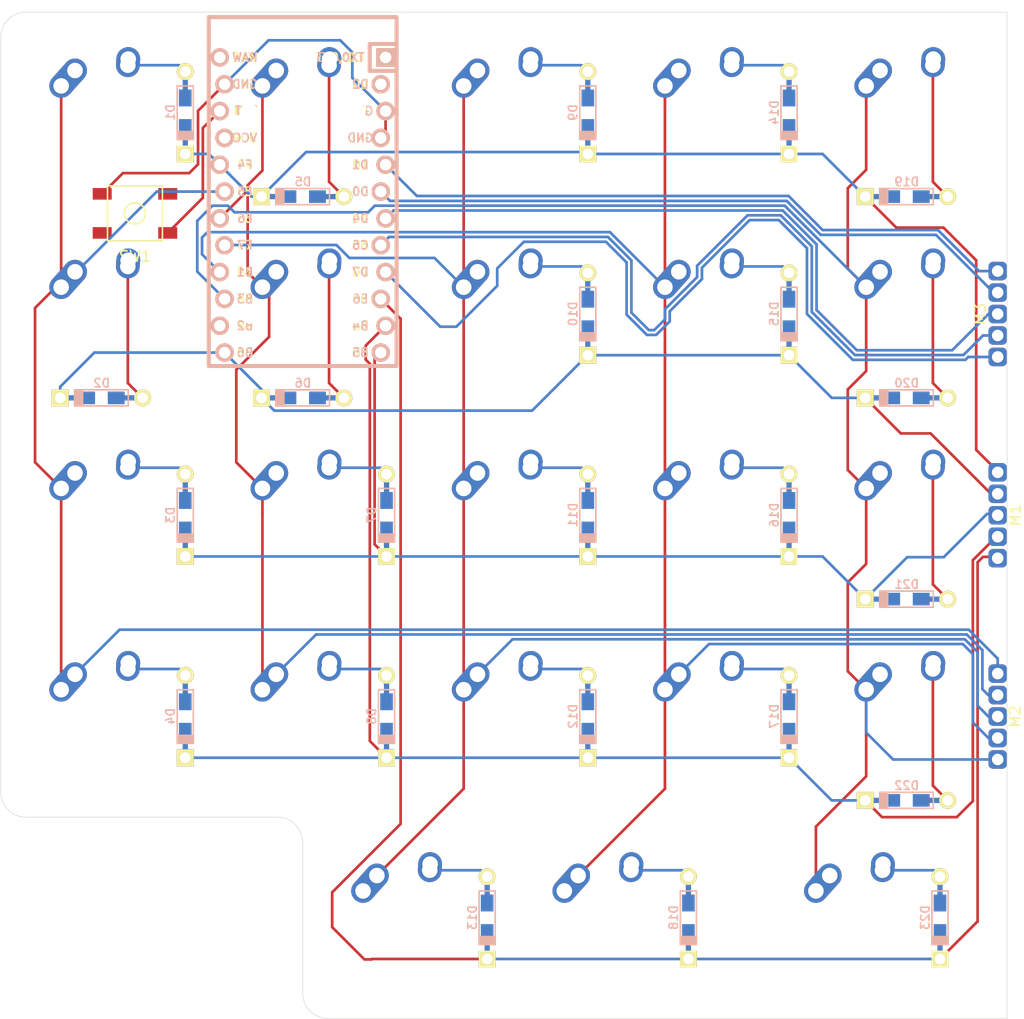
<source format=kicad_pcb>
(kicad_pcb (version 20171130) (host pcbnew "(5.1.12)-1")

  (general
    (thickness 1.6)
    (drawings 10)
    (tracks 295)
    (zones 0)
    (modules 51)
    (nets 46)
  )

  (page A4)
  (layers
    (0 F.Cu signal)
    (31 B.Cu signal)
    (32 B.Adhes user)
    (33 F.Adhes user)
    (34 B.Paste user)
    (35 F.Paste user)
    (36 B.SilkS user)
    (37 F.SilkS user)
    (38 B.Mask user)
    (39 F.Mask user)
    (40 Dwgs.User user)
    (41 Cmts.User user)
    (42 Eco1.User user)
    (43 Eco2.User user)
    (44 Edge.Cuts user)
    (45 Margin user)
    (46 B.CrtYd user)
    (47 F.CrtYd user)
    (48 B.Fab user)
    (49 F.Fab user)
  )

  (setup
    (last_trace_width 0.254)
    (trace_clearance 0.2)
    (zone_clearance 0.508)
    (zone_45_only no)
    (trace_min 0.2)
    (via_size 0.8)
    (via_drill 0.4)
    (via_min_size 0.4)
    (via_min_drill 0.3)
    (uvia_size 0.3)
    (uvia_drill 0.1)
    (uvias_allowed no)
    (uvia_min_size 0.2)
    (uvia_min_drill 0.1)
    (edge_width 0.05)
    (segment_width 0.2)
    (pcb_text_width 0.3)
    (pcb_text_size 1.5 1.5)
    (mod_edge_width 0.12)
    (mod_text_size 1 1)
    (mod_text_width 0.15)
    (pad_size 1.524 1.524)
    (pad_drill 0.762)
    (pad_to_mask_clearance 0)
    (aux_axis_origin 0 0)
    (visible_elements 7FFFFFFF)
    (pcbplotparams
      (layerselection 0x010f0_ffffffff)
      (usegerberextensions true)
      (usegerberattributes true)
      (usegerberadvancedattributes true)
      (creategerberjobfile false)
      (excludeedgelayer true)
      (linewidth 0.100000)
      (plotframeref false)
      (viasonmask false)
      (mode 1)
      (useauxorigin false)
      (hpglpennumber 1)
      (hpglpenspeed 20)
      (hpglpendiameter 15.000000)
      (psnegative false)
      (psa4output false)
      (plotreference true)
      (plotvalue true)
      (plotinvisibletext false)
      (padsonsilk false)
      (subtractmaskfromsilk true)
      (outputformat 1)
      (mirror false)
      (drillshape 0)
      (scaleselection 1)
      (outputdirectory "Gerbers/"))
  )

  (net 0 "")
  (net 1 "Net-(D1-Pad2)")
  (net 2 ROW0)
  (net 3 "Net-(D2-Pad2)")
  (net 4 ROW1)
  (net 5 "Net-(D3-Pad2)")
  (net 6 ROW2)
  (net 7 "Net-(D4-Pad2)")
  (net 8 ROW3)
  (net 9 "Net-(D5-Pad2)")
  (net 10 "Net-(D6-Pad2)")
  (net 11 "Net-(D7-Pad2)")
  (net 12 "Net-(D8-Pad2)")
  (net 13 "Net-(D9-Pad2)")
  (net 14 "Net-(D10-Pad2)")
  (net 15 "Net-(D11-Pad2)")
  (net 16 "Net-(D12-Pad2)")
  (net 17 "Net-(D13-Pad2)")
  (net 18 ROW4)
  (net 19 "Net-(D14-Pad2)")
  (net 20 "Net-(D15-Pad2)")
  (net 21 "Net-(D16-Pad2)")
  (net 22 "Net-(D17-Pad2)")
  (net 23 "Net-(D18-Pad2)")
  (net 24 "Net-(D19-Pad2)")
  (net 25 "Net-(D20-Pad2)")
  (net 26 "Net-(D21-Pad2)")
  (net 27 "Net-(D22-Pad2)")
  (net 28 "Net-(D23-Pad2)")
  (net 29 COL0)
  (net 30 COL1)
  (net 31 COL2)
  (net 32 COL3)
  (net 33 COL4)
  (net 34 COL5)
  (net 35 COL6)
  (net 36 COL7)
  (net 37 COL8)
  (net 38 COL9)
  (net 39 GND)
  (net 40 "Net-(SW1-Pad1)")
  (net 41 "Net-(U1-Pad24)")
  (net 42 VCC)
  (net 43 "Net-(U1-Pad14)")
  (net 44 "Net-(U1-Pad2)")
  (net 45 "Net-(U1-Pad1)")

  (net_class Default "This is the default net class."
    (clearance 0.2)
    (trace_width 0.254)
    (via_dia 0.8)
    (via_drill 0.4)
    (uvia_dia 0.3)
    (uvia_drill 0.1)
    (add_net COL0)
    (add_net COL1)
    (add_net COL2)
    (add_net COL3)
    (add_net COL4)
    (add_net COL5)
    (add_net COL6)
    (add_net COL7)
    (add_net COL8)
    (add_net COL9)
    (add_net GND)
    (add_net "Net-(D1-Pad2)")
    (add_net "Net-(D10-Pad2)")
    (add_net "Net-(D11-Pad2)")
    (add_net "Net-(D12-Pad2)")
    (add_net "Net-(D13-Pad2)")
    (add_net "Net-(D14-Pad2)")
    (add_net "Net-(D15-Pad2)")
    (add_net "Net-(D16-Pad2)")
    (add_net "Net-(D17-Pad2)")
    (add_net "Net-(D18-Pad2)")
    (add_net "Net-(D19-Pad2)")
    (add_net "Net-(D2-Pad2)")
    (add_net "Net-(D20-Pad2)")
    (add_net "Net-(D21-Pad2)")
    (add_net "Net-(D22-Pad2)")
    (add_net "Net-(D23-Pad2)")
    (add_net "Net-(D3-Pad2)")
    (add_net "Net-(D4-Pad2)")
    (add_net "Net-(D5-Pad2)")
    (add_net "Net-(D6-Pad2)")
    (add_net "Net-(D7-Pad2)")
    (add_net "Net-(D8-Pad2)")
    (add_net "Net-(D9-Pad2)")
    (add_net "Net-(SW1-Pad1)")
    (add_net "Net-(U1-Pad1)")
    (add_net "Net-(U1-Pad14)")
    (add_net "Net-(U1-Pad2)")
    (add_net "Net-(U1-Pad24)")
    (add_net ROW0)
    (add_net ROW1)
    (add_net ROW2)
    (add_net ROW3)
    (add_net ROW4)
    (add_net VCC)
  )

  (net_class Power ""
    (clearance 0.2)
    (trace_width 0.381)
    (via_dia 0.8)
    (via_drill 0.4)
    (uvia_dia 0.3)
    (uvia_drill 0.1)
  )

  (module modular:1x5 (layer F.Cu) (tedit 61D090E1) (tstamp 61D15FB2)
    (at 107.061 41.783 180)
    (path /61D27E7A)
    (fp_text reference M3 (at 1.651 0.508 90) (layer F.SilkS)
      (effects (font (size 1 1) (thickness 0.15)))
    )
    (fp_text value 1x5 (at -1.524 0.508 90) (layer F.Fab)
      (effects (font (size 1 1) (thickness 0.15)))
    )
    (pad 5 thru_hole roundrect (at 0 4.572 180) (size 1.7526 1.7526) (drill 1.0922) (layers *.Cu *.Mask) (roundrect_rratio 0.25)
      (net 38 COL9))
    (pad 4 thru_hole roundrect (at 0 2.54 180) (size 1.7526 1.7526) (drill 1.0922) (layers *.Cu *.Mask) (roundrect_rratio 0.25)
      (net 37 COL8))
    (pad 3 thru_hole roundrect (at 0 0.508 180) (size 1.7526 1.7526) (drill 1.0922) (layers *.Cu *.Mask) (roundrect_rratio 0.25)
      (net 36 COL7))
    (pad 2 thru_hole roundrect (at 0 -1.524 180) (size 1.7526 1.7526) (drill 1.0922) (layers *.Cu *.Mask) (roundrect_rratio 0.25)
      (net 35 COL6))
    (pad 1 thru_hole roundrect (at 0 -3.556 180) (size 1.7526 1.7526) (drill 1.0922) (layers *.Cu *.Mask) (roundrect_rratio 0.25)
      (net 34 COL5))
  )

  (module modular:1x5 (layer F.Cu) (tedit 61D090E1) (tstamp 61D15FA9)
    (at 107.061 78.867)
    (path /61D24FA1)
    (fp_text reference M2 (at 1.651 0.508 90) (layer F.SilkS)
      (effects (font (size 1 1) (thickness 0.15)))
    )
    (fp_text value 1x5 (at -1.524 0.508 90) (layer F.Fab)
      (effects (font (size 1 1) (thickness 0.15)))
    )
    (pad 5 thru_hole roundrect (at 0 4.572) (size 1.7526 1.7526) (drill 1.0922) (layers *.Cu *.Mask) (roundrect_rratio 0.25)
      (net 33 COL4))
    (pad 4 thru_hole roundrect (at 0 2.54) (size 1.7526 1.7526) (drill 1.0922) (layers *.Cu *.Mask) (roundrect_rratio 0.25)
      (net 32 COL3))
    (pad 3 thru_hole roundrect (at 0 0.508) (size 1.7526 1.7526) (drill 1.0922) (layers *.Cu *.Mask) (roundrect_rratio 0.25)
      (net 31 COL2))
    (pad 2 thru_hole roundrect (at 0 -1.524) (size 1.7526 1.7526) (drill 1.0922) (layers *.Cu *.Mask) (roundrect_rratio 0.25)
      (net 30 COL1))
    (pad 1 thru_hole roundrect (at 0 -3.556) (size 1.7526 1.7526) (drill 1.0922) (layers *.Cu *.Mask) (roundrect_rratio 0.25)
      (net 29 COL0))
  )

  (module modular:1x5 (layer F.Cu) (tedit 61D090E1) (tstamp 61D15FA0)
    (at 107.061 59.817)
    (path /61D23BE6)
    (fp_text reference M1 (at 1.651 0.508 90) (layer F.SilkS)
      (effects (font (size 1 1) (thickness 0.15)))
    )
    (fp_text value 1x5 (at -1.524 0.508 90) (layer F.Fab)
      (effects (font (size 1 1) (thickness 0.15)))
    )
    (pad 5 thru_hole roundrect (at 0 4.572) (size 1.7526 1.7526) (drill 1.0922) (layers *.Cu *.Mask) (roundrect_rratio 0.25)
      (net 18 ROW4))
    (pad 4 thru_hole roundrect (at 0 2.54) (size 1.7526 1.7526) (drill 1.0922) (layers *.Cu *.Mask) (roundrect_rratio 0.25)
      (net 8 ROW3))
    (pad 3 thru_hole roundrect (at 0 0.508) (size 1.7526 1.7526) (drill 1.0922) (layers *.Cu *.Mask) (roundrect_rratio 0.25)
      (net 6 ROW2))
    (pad 2 thru_hole roundrect (at 0 -1.524) (size 1.7526 1.7526) (drill 1.0922) (layers *.Cu *.Mask) (roundrect_rratio 0.25)
      (net 4 ROW1))
    (pad 1 thru_hole roundrect (at 0 -3.556) (size 1.7526 1.7526) (drill 1.0922) (layers *.Cu *.Mask) (roundrect_rratio 0.25)
      (net 2 ROW0))
  )

  (module MX_Alps_Hybrid:MX-1U-NoLED (layer F.Cu) (tedit 5A9F5203) (tstamp 61D0DE46)
    (at 98.425 22.225)
    (path /61D41A98)
    (fp_text reference MX19 (at 0 3.175) (layer Dwgs.User)
      (effects (font (size 1 1) (thickness 0.15)))
    )
    (fp_text value MX-NoLED (at 0 -7.9375) (layer Dwgs.User)
      (effects (font (size 1 1) (thickness 0.15)))
    )
    (fp_line (start 5 -7) (end 7 -7) (layer Dwgs.User) (width 0.15))
    (fp_line (start 7 -7) (end 7 -5) (layer Dwgs.User) (width 0.15))
    (fp_line (start 5 7) (end 7 7) (layer Dwgs.User) (width 0.15))
    (fp_line (start 7 7) (end 7 5) (layer Dwgs.User) (width 0.15))
    (fp_line (start -7 5) (end -7 7) (layer Dwgs.User) (width 0.15))
    (fp_line (start -7 7) (end -5 7) (layer Dwgs.User) (width 0.15))
    (fp_line (start -5 -7) (end -7 -7) (layer Dwgs.User) (width 0.15))
    (fp_line (start -7 -7) (end -7 -5) (layer Dwgs.User) (width 0.15))
    (fp_line (start -9.525 -9.525) (end 9.525 -9.525) (layer Dwgs.User) (width 0.15))
    (fp_line (start 9.525 -9.525) (end 9.525 9.525) (layer Dwgs.User) (width 0.15))
    (fp_line (start 9.525 9.525) (end -9.525 9.525) (layer Dwgs.User) (width 0.15))
    (fp_line (start -9.525 9.525) (end -9.525 -9.525) (layer Dwgs.User) (width 0.15))
    (pad "" np_thru_hole circle (at 5.08 0 48.0996) (size 1.75 1.75) (drill 1.75) (layers *.Cu *.Mask))
    (pad "" np_thru_hole circle (at -5.08 0 48.0996) (size 1.75 1.75) (drill 1.75) (layers *.Cu *.Mask))
    (pad 1 thru_hole circle (at -2.5 -4) (size 2.25 2.25) (drill 1.47) (layers *.Cu B.Mask)
      (net 33 COL4))
    (pad "" np_thru_hole circle (at 0 0) (size 3.9878 3.9878) (drill 3.9878) (layers *.Cu *.Mask))
    (pad 1 thru_hole oval (at -3.81 -2.54 48.0996) (size 4.211556 2.25) (drill 1.47 (offset 0.980778 0)) (layers *.Cu B.Mask)
      (net 33 COL4))
    (pad 2 thru_hole circle (at 2.54 -5.08) (size 2.25 2.25) (drill 1.47) (layers *.Cu B.Mask)
      (net 24 "Net-(D19-Pad2)"))
    (pad 2 thru_hole oval (at 2.5 -4.5 86.0548) (size 2.831378 2.25) (drill 1.47 (offset 0.290689 0)) (layers *.Cu B.Mask)
      (net 24 "Net-(D19-Pad2)"))
  )

  (module Keebio-Parts:ArduinoProMicro-ZigZag (layer B.Cu) (tedit 5BDF4FCE) (tstamp 61D0E13B)
    (at 41.275 30.95625 270)
    (path /61D96A13)
    (fp_text reference U1 (at 0 -1.625 270) (layer B.SilkS) hide
      (effects (font (size 1 1) (thickness 0.2)) (justify mirror))
    )
    (fp_text value ProMicro (at 0 0 270) (layer B.SilkS) hide
      (effects (font (size 1 1) (thickness 0.2)) (justify mirror))
    )
    (fp_line (start -12.7 -6.35) (end -12.7 -8.89) (layer F.SilkS) (width 0.381))
    (fp_line (start -15.24 -6.35) (end -12.7 -6.35) (layer F.SilkS) (width 0.381))
    (fp_line (start -15.24 -8.89) (end 15.24 -8.89) (layer B.SilkS) (width 0.381))
    (fp_line (start 15.24 -8.89) (end 15.24 8.89) (layer B.SilkS) (width 0.381))
    (fp_line (start 15.24 8.89) (end -15.24 8.89) (layer B.SilkS) (width 0.381))
    (fp_line (start -15.24 -6.35) (end -12.7 -6.35) (layer B.SilkS) (width 0.381))
    (fp_line (start -12.7 -6.35) (end -12.7 -8.89) (layer B.SilkS) (width 0.381))
    (fp_poly (pts (xy -9.36064 4.931568) (xy -9.06064 4.931568) (xy -9.06064 4.831568) (xy -9.36064 4.831568)) (layer B.SilkS) (width 0.15))
    (fp_poly (pts (xy -8.96064 4.731568) (xy -8.86064 4.731568) (xy -8.86064 4.631568) (xy -8.96064 4.631568)) (layer B.SilkS) (width 0.15))
    (fp_poly (pts (xy -9.36064 4.931568) (xy -9.26064 4.931568) (xy -9.26064 4.431568) (xy -9.36064 4.431568)) (layer B.SilkS) (width 0.15))
    (fp_poly (pts (xy -9.36064 4.531568) (xy -8.56064 4.531568) (xy -8.56064 4.431568) (xy -9.36064 4.431568)) (layer B.SilkS) (width 0.15))
    (fp_poly (pts (xy -8.76064 4.931568) (xy -8.56064 4.931568) (xy -8.56064 4.831568) (xy -8.76064 4.831568)) (layer B.SilkS) (width 0.15))
    (fp_poly (pts (xy -8.95097 6.044635) (xy -8.85097 6.044635) (xy -8.85097 6.144635) (xy -8.95097 6.144635)) (layer F.SilkS) (width 0.15))
    (fp_poly (pts (xy -9.35097 6.244635) (xy -8.55097 6.244635) (xy -8.55097 6.344635) (xy -9.35097 6.344635)) (layer F.SilkS) (width 0.15))
    (fp_poly (pts (xy -8.75097 5.844635) (xy -8.55097 5.844635) (xy -8.55097 5.944635) (xy -8.75097 5.944635)) (layer F.SilkS) (width 0.15))
    (fp_poly (pts (xy -9.35097 5.844635) (xy -9.05097 5.844635) (xy -9.05097 5.944635) (xy -9.35097 5.944635)) (layer F.SilkS) (width 0.15))
    (fp_poly (pts (xy -9.35097 5.844635) (xy -9.25097 5.844635) (xy -9.25097 6.344635) (xy -9.35097 6.344635)) (layer F.SilkS) (width 0.15))
    (fp_line (start 15.24 8.89) (end -17.78 8.89) (layer F.SilkS) (width 0.381))
    (fp_line (start 15.24 -8.89) (end 15.24 8.89) (layer F.SilkS) (width 0.381))
    (fp_line (start -17.78 -8.89) (end 15.24 -8.89) (layer F.SilkS) (width 0.381))
    (fp_line (start -17.78 8.89) (end -17.78 -8.89) (layer F.SilkS) (width 0.381))
    (fp_line (start -15.24 8.89) (end -17.78 8.89) (layer B.SilkS) (width 0.381))
    (fp_line (start -17.78 8.89) (end -17.78 -8.89) (layer B.SilkS) (width 0.381))
    (fp_line (start -17.78 -8.89) (end -15.24 -8.89) (layer B.SilkS) (width 0.381))
    (fp_line (start -14.224 3.556) (end -14.224 -3.81) (layer Dwgs.User) (width 0.2))
    (fp_line (start -14.224 -3.81) (end -19.304 -3.81) (layer Dwgs.User) (width 0.2))
    (fp_line (start -19.304 -3.81) (end -19.304 3.556) (layer Dwgs.User) (width 0.2))
    (fp_line (start -19.304 3.556) (end -14.224 3.556) (layer Dwgs.User) (width 0.2))
    (fp_line (start -15.24 -6.35) (end -15.24 -8.89) (layer F.SilkS) (width 0.381))
    (fp_line (start -15.24 -6.35) (end -15.24 -8.89) (layer B.SilkS) (width 0.381))
    (fp_text user ST (at -8.91 5.04) (layer F.SilkS)
      (effects (font (size 0.8 0.8) (thickness 0.15)))
    )
    (fp_text user TX0/D3 (at -13.97 -3.571872) (layer B.SilkS)
      (effects (font (size 0.8 0.8) (thickness 0.15)) (justify mirror))
    )
    (fp_text user TX0/D3 (at -13.97 -3.571872) (layer F.SilkS)
      (effects (font (size 0.8 0.8) (thickness 0.15)))
    )
    (fp_text user D2 (at -11.43 -5.461) (layer B.SilkS)
      (effects (font (size 0.8 0.8) (thickness 0.15)) (justify mirror))
    )
    (fp_text user D0 (at -1.27 -5.461) (layer B.SilkS)
      (effects (font (size 0.8 0.8) (thickness 0.15)) (justify mirror))
    )
    (fp_text user D1 (at -3.81 -5.461) (layer B.SilkS)
      (effects (font (size 0.8 0.8) (thickness 0.15)) (justify mirror))
    )
    (fp_text user GND (at -6.35 -5.461) (layer B.SilkS)
      (effects (font (size 0.8 0.8) (thickness 0.15)) (justify mirror))
    )
    (fp_text user GND (at -8.89 -5.461) (layer B.SilkS)
      (effects (font (size 0.8 0.8) (thickness 0.15)) (justify mirror))
    )
    (fp_text user D4 (at 1.27 -5.461) (layer B.SilkS)
      (effects (font (size 0.8 0.8) (thickness 0.15)) (justify mirror))
    )
    (fp_text user C6 (at 3.81 -5.461) (layer B.SilkS)
      (effects (font (size 0.8 0.8) (thickness 0.15)) (justify mirror))
    )
    (fp_text user D7 (at 6.35 -5.461) (layer B.SilkS)
      (effects (font (size 0.8 0.8) (thickness 0.15)) (justify mirror))
    )
    (fp_text user E6 (at 8.89 -5.461) (layer B.SilkS)
      (effects (font (size 0.8 0.8) (thickness 0.15)) (justify mirror))
    )
    (fp_text user B4 (at 11.43 -5.461) (layer B.SilkS)
      (effects (font (size 0.8 0.8) (thickness 0.15)) (justify mirror))
    )
    (fp_text user B5 (at 13.97 -5.461) (layer B.SilkS)
      (effects (font (size 0.8 0.8) (thickness 0.15)) (justify mirror))
    )
    (fp_text user B6 (at 13.97 5.461) (layer B.SilkS)
      (effects (font (size 0.8 0.8) (thickness 0.15)) (justify mirror))
    )
    (fp_text user B2 (at 11.43 5.461) (layer F.SilkS)
      (effects (font (size 0.8 0.8) (thickness 0.15)))
    )
    (fp_text user B3 (at 8.89 5.461) (layer B.SilkS)
      (effects (font (size 0.8 0.8) (thickness 0.15)) (justify mirror))
    )
    (fp_text user B1 (at 6.35 5.461) (layer B.SilkS)
      (effects (font (size 0.8 0.8) (thickness 0.15)) (justify mirror))
    )
    (fp_text user F7 (at 3.81 5.461) (layer F.SilkS)
      (effects (font (size 0.8 0.8) (thickness 0.15)))
    )
    (fp_text user F6 (at 1.27 5.461) (layer F.SilkS)
      (effects (font (size 0.8 0.8) (thickness 0.15)))
    )
    (fp_text user F5 (at -1.27 5.461) (layer F.SilkS)
      (effects (font (size 0.8 0.8) (thickness 0.15)))
    )
    (fp_text user F4 (at -3.81 5.461) (layer B.SilkS)
      (effects (font (size 0.8 0.8) (thickness 0.15)) (justify mirror))
    )
    (fp_text user VCC (at -6.35 5.461) (layer B.SilkS)
      (effects (font (size 0.8 0.8) (thickness 0.15)) (justify mirror))
    )
    (fp_text user ST (at -8.92 5.73312) (layer B.SilkS)
      (effects (font (size 0.8 0.8) (thickness 0.15)) (justify mirror))
    )
    (fp_text user GND (at -11.43 5.461) (layer B.SilkS)
      (effects (font (size 0.8 0.8) (thickness 0.15)) (justify mirror))
    )
    (fp_text user RAW (at -13.97 5.461) (layer B.SilkS)
      (effects (font (size 0.8 0.8) (thickness 0.15)) (justify mirror))
    )
    (fp_text user RAW (at -13.97 5.461) (layer F.SilkS)
      (effects (font (size 0.8 0.8) (thickness 0.15)))
    )
    (fp_text user GND (at -11.43 5.461) (layer F.SilkS)
      (effects (font (size 0.8 0.8) (thickness 0.15)))
    )
    (fp_text user VCC (at -6.35 5.461) (layer F.SilkS)
      (effects (font (size 0.8 0.8) (thickness 0.15)))
    )
    (fp_text user F4 (at -3.81 5.461) (layer F.SilkS)
      (effects (font (size 0.8 0.8) (thickness 0.15)))
    )
    (fp_text user F5 (at -1.27 5.461) (layer B.SilkS)
      (effects (font (size 0.8 0.8) (thickness 0.15)) (justify mirror))
    )
    (fp_text user F6 (at 1.27 5.461) (layer B.SilkS)
      (effects (font (size 0.8 0.8) (thickness 0.15)) (justify mirror))
    )
    (fp_text user F7 (at 3.81 5.461) (layer B.SilkS)
      (effects (font (size 0.8 0.8) (thickness 0.15)) (justify mirror))
    )
    (fp_text user B1 (at 6.35 5.461) (layer F.SilkS)
      (effects (font (size 0.8 0.8) (thickness 0.15)))
    )
    (fp_text user B3 (at 8.89 5.461) (layer F.SilkS)
      (effects (font (size 0.8 0.8) (thickness 0.15)))
    )
    (fp_text user B2 (at 11.43 5.461) (layer B.SilkS)
      (effects (font (size 0.8 0.8) (thickness 0.15)) (justify mirror))
    )
    (fp_text user B6 (at 13.97 5.461) (layer F.SilkS)
      (effects (font (size 0.8 0.8) (thickness 0.15)))
    )
    (fp_text user B5 (at 13.97 -5.461) (layer F.SilkS)
      (effects (font (size 0.8 0.8) (thickness 0.15)))
    )
    (fp_text user B4 (at 11.43 -5.461) (layer F.SilkS)
      (effects (font (size 0.8 0.8) (thickness 0.15)))
    )
    (fp_text user E6 (at 8.89 -5.461) (layer F.SilkS)
      (effects (font (size 0.8 0.8) (thickness 0.15)))
    )
    (fp_text user D7 (at 6.35 -5.461) (layer F.SilkS)
      (effects (font (size 0.8 0.8) (thickness 0.15)))
    )
    (fp_text user C6 (at 3.81 -5.461) (layer F.SilkS)
      (effects (font (size 0.8 0.8) (thickness 0.15)))
    )
    (fp_text user D4 (at 1.27 -5.461) (layer F.SilkS)
      (effects (font (size 0.8 0.8) (thickness 0.15)))
    )
    (fp_text user GND (at -8.89 -5.461) (layer F.SilkS)
      (effects (font (size 0.8 0.8) (thickness 0.15)))
    )
    (fp_text user GND (at -6.35 -5.461) (layer F.SilkS)
      (effects (font (size 0.8 0.8) (thickness 0.15)))
    )
    (fp_text user D1 (at -3.81 -5.461) (layer F.SilkS)
      (effects (font (size 0.8 0.8) (thickness 0.15)))
    )
    (fp_text user D0 (at -1.27 -5.461) (layer F.SilkS)
      (effects (font (size 0.8 0.8) (thickness 0.15)))
    )
    (fp_text user D2 (at -11.43 -5.461) (layer F.SilkS)
      (effects (font (size 0.8 0.8) (thickness 0.15)))
    )
    (pad 24 thru_hole circle (at -13.97 7.8486 270) (size 1.7526 1.7526) (drill 1.0922) (layers *.Cu *.SilkS *.Mask)
      (net 41 "Net-(U1-Pad24)"))
    (pad 12 thru_hole circle (at 13.97 -7.3914 270) (size 1.7526 1.7526) (drill 1.0922) (layers *.Cu *.SilkS *.Mask)
      (net 6 ROW2))
    (pad 23 thru_hole circle (at -11.43 7.3914 270) (size 1.7526 1.7526) (drill 1.0922) (layers *.Cu *.SilkS *.Mask)
      (net 39 GND))
    (pad 22 thru_hole circle (at -8.89 7.8486 270) (size 1.7526 1.7526) (drill 1.0922) (layers *.Cu *.SilkS *.Mask)
      (net 40 "Net-(SW1-Pad1)"))
    (pad 21 thru_hole circle (at -6.35 7.3914 270) (size 1.7526 1.7526) (drill 1.0922) (layers *.Cu *.SilkS *.Mask)
      (net 42 VCC))
    (pad 20 thru_hole circle (at -3.81 7.8486 270) (size 1.7526 1.7526) (drill 1.0922) (layers *.Cu *.SilkS *.Mask)
      (net 2 ROW0))
    (pad 19 thru_hole circle (at -1.27 7.3914 270) (size 1.7526 1.7526) (drill 1.0922) (layers *.Cu *.SilkS *.Mask)
      (net 29 COL0))
    (pad 18 thru_hole circle (at 1.27 7.8486 270) (size 1.7526 1.7526) (drill 1.0922) (layers *.Cu *.SilkS *.Mask)
      (net 30 COL1))
    (pad 17 thru_hole circle (at 3.81 7.3914 270) (size 1.7526 1.7526) (drill 1.0922) (layers *.Cu *.SilkS *.Mask)
      (net 31 COL2))
    (pad 16 thru_hole circle (at 6.35 7.8486 270) (size 1.7526 1.7526) (drill 1.0922) (layers *.Cu *.SilkS *.Mask)
      (net 32 COL3))
    (pad 15 thru_hole circle (at 8.89 7.3914 270) (size 1.7526 1.7526) (drill 1.0922) (layers *.Cu *.SilkS *.Mask)
      (net 33 COL4))
    (pad 14 thru_hole circle (at 11.43 7.8486 270) (size 1.7526 1.7526) (drill 1.0922) (layers *.Cu *.SilkS *.Mask)
      (net 43 "Net-(U1-Pad14)"))
    (pad 13 thru_hole circle (at 13.97 7.3914 270) (size 1.7526 1.7526) (drill 1.0922) (layers *.Cu *.SilkS *.Mask)
      (net 4 ROW1))
    (pad 11 thru_hole circle (at 11.43 -7.8486 270) (size 1.7526 1.7526) (drill 1.0922) (layers *.Cu *.SilkS *.Mask)
      (net 8 ROW3))
    (pad 10 thru_hole circle (at 8.89 -7.3914 270) (size 1.7526 1.7526) (drill 1.0922) (layers *.Cu *.SilkS *.Mask)
      (net 18 ROW4))
    (pad 9 thru_hole circle (at 6.35 -7.8486 270) (size 1.7526 1.7526) (drill 1.0922) (layers *.Cu *.SilkS *.Mask)
      (net 34 COL5))
    (pad 8 thru_hole circle (at 3.81 -7.3914 270) (size 1.7526 1.7526) (drill 1.0922) (layers *.Cu *.SilkS *.Mask)
      (net 35 COL6))
    (pad 7 thru_hole circle (at 1.27 -7.8486 270) (size 1.7526 1.7526) (drill 1.0922) (layers *.Cu *.SilkS *.Mask)
      (net 36 COL7))
    (pad 6 thru_hole circle (at -1.27 -7.3914 270) (size 1.7526 1.7526) (drill 1.0922) (layers *.Cu *.SilkS *.Mask)
      (net 37 COL8))
    (pad 5 thru_hole circle (at -3.81 -7.8486 270) (size 1.7526 1.7526) (drill 1.0922) (layers *.Cu *.SilkS *.Mask)
      (net 38 COL9))
    (pad 4 thru_hole circle (at -6.35 -7.3914 270) (size 1.7526 1.7526) (drill 1.0922) (layers *.Cu *.SilkS *.Mask)
      (net 39 GND))
    (pad 3 thru_hole circle (at -8.89 -7.8486 270) (size 1.7526 1.7526) (drill 1.0922) (layers *.Cu *.SilkS *.Mask)
      (net 39 GND))
    (pad 2 thru_hole circle (at -11.43 -7.3914 270) (size 1.7526 1.7526) (drill 1.0922) (layers *.Cu *.SilkS *.Mask)
      (net 44 "Net-(U1-Pad2)"))
    (pad 1 thru_hole rect (at -13.97 -7.8486 270) (size 1.7526 1.7526) (drill 1.0922) (layers *.Cu *.SilkS *.Mask)
      (net 45 "Net-(U1-Pad1)"))
    (model /Users/danny/Documents/proj/custom-keyboard/kicad-libs/3d_models/ArduinoProMicro.wrl
      (offset (xyz -13.96999979019165 -7.619999885559082 -5.841999912261963))
      (scale (xyz 0.395 0.395 0.395))
      (rotate (xyz 90 180 180))
    )
  )

  (module random-keyboard-parts:SKQG-1155865 (layer F.Cu) (tedit 5E62B398) (tstamp 61D0E0D1)
    (at 25.4 31.75)
    (path /61D27B43)
    (attr smd)
    (fp_text reference SW1 (at 0 4.064) (layer F.SilkS)
      (effects (font (size 1 1) (thickness 0.15)))
    )
    (fp_text value SW_Push (at 0 -4.064) (layer F.Fab)
      (effects (font (size 1 1) (thickness 0.15)))
    )
    (fp_line (start -2.6 -2.6) (end 2.6 -2.6) (layer F.SilkS) (width 0.15))
    (fp_line (start 2.6 -2.6) (end 2.6 2.6) (layer F.SilkS) (width 0.15))
    (fp_line (start 2.6 2.6) (end -2.6 2.6) (layer F.SilkS) (width 0.15))
    (fp_line (start -2.6 2.6) (end -2.6 -2.6) (layer F.SilkS) (width 0.15))
    (fp_circle (center 0 0) (end 1 0) (layer F.SilkS) (width 0.15))
    (fp_line (start -4.2 -2.6) (end 4.2 -2.6) (layer F.Fab) (width 0.15))
    (fp_line (start 4.2 -2.6) (end 4.2 -1.2) (layer F.Fab) (width 0.15))
    (fp_line (start 4.2 -1.1) (end 2.6 -1.1) (layer F.Fab) (width 0.15))
    (fp_line (start 2.6 -1.1) (end 2.6 1.1) (layer F.Fab) (width 0.15))
    (fp_line (start 2.6 1.1) (end 4.2 1.1) (layer F.Fab) (width 0.15))
    (fp_line (start 4.2 1.1) (end 4.2 2.6) (layer F.Fab) (width 0.15))
    (fp_line (start 4.2 2.6) (end -4.2 2.6) (layer F.Fab) (width 0.15))
    (fp_line (start -4.2 2.6) (end -4.2 1.1) (layer F.Fab) (width 0.15))
    (fp_line (start -4.2 1.1) (end -2.6 1.1) (layer F.Fab) (width 0.15))
    (fp_line (start -2.6 1.1) (end -2.6 -1.1) (layer F.Fab) (width 0.15))
    (fp_line (start -2.6 -1.1) (end -4.2 -1.1) (layer F.Fab) (width 0.15))
    (fp_line (start -4.2 -1.1) (end -4.2 -2.6) (layer F.Fab) (width 0.15))
    (fp_circle (center 0 0) (end 1 0) (layer F.Fab) (width 0.15))
    (fp_line (start -2.6 -1.1) (end -1.1 -2.6) (layer F.Fab) (width 0.15))
    (fp_line (start 2.6 -1.1) (end 1.1 -2.6) (layer F.Fab) (width 0.15))
    (fp_line (start 2.6 1.1) (end 1.1 2.6) (layer F.Fab) (width 0.15))
    (fp_line (start -2.6 1.1) (end -1.1 2.6) (layer F.Fab) (width 0.15))
    (pad 1 smd rect (at 3.1 1.85) (size 1.8 1.1) (layers F.Cu F.Paste F.Mask)
      (net 40 "Net-(SW1-Pad1)"))
    (pad 2 smd rect (at -3.1 -1.85) (size 1.8 1.1) (layers F.Cu F.Paste F.Mask)
      (net 39 GND))
    (pad 3 smd rect (at 3.1 -1.85) (size 1.8 1.1) (layers F.Cu F.Paste F.Mask))
    (pad 4 smd rect (at -3.1 1.85) (size 1.8 1.1) (layers F.Cu F.Paste F.Mask))
    (model ${KISYS3DMOD}/Button_Switch_SMD.3dshapes/SW_SPST_TL3342.step
      (at (xyz 0 0 0))
      (scale (xyz 1 1 1))
      (rotate (xyz 0 0 0))
    )
  )

  (module MX_Alps_Hybrid:MX-1.5U-NoLED (layer F.Cu) (tedit 5A9F5217) (tstamp 61D0DEA2)
    (at 93.6625 98.425)
    (path /61DD74BC)
    (fp_text reference MX23 (at 0 3.175) (layer Dwgs.User)
      (effects (font (size 1 1) (thickness 0.15)))
    )
    (fp_text value MX-NoLED (at 0 -7.9375) (layer Dwgs.User)
      (effects (font (size 1 1) (thickness 0.15)))
    )
    (fp_line (start -14.2875 9.525) (end -14.2875 -9.525) (layer Dwgs.User) (width 0.15))
    (fp_line (start 14.2875 9.525) (end -14.2875 9.525) (layer Dwgs.User) (width 0.15))
    (fp_line (start 14.2875 -9.525) (end 14.2875 9.525) (layer Dwgs.User) (width 0.15))
    (fp_line (start -14.2875 -9.525) (end 14.2875 -9.525) (layer Dwgs.User) (width 0.15))
    (fp_line (start -7 -7) (end -7 -5) (layer Dwgs.User) (width 0.15))
    (fp_line (start -5 -7) (end -7 -7) (layer Dwgs.User) (width 0.15))
    (fp_line (start -7 7) (end -5 7) (layer Dwgs.User) (width 0.15))
    (fp_line (start -7 5) (end -7 7) (layer Dwgs.User) (width 0.15))
    (fp_line (start 7 7) (end 7 5) (layer Dwgs.User) (width 0.15))
    (fp_line (start 5 7) (end 7 7) (layer Dwgs.User) (width 0.15))
    (fp_line (start 7 -7) (end 7 -5) (layer Dwgs.User) (width 0.15))
    (fp_line (start 5 -7) (end 7 -7) (layer Dwgs.User) (width 0.15))
    (pad 2 thru_hole oval (at 2.5 -4.5 86.0548) (size 2.831378 2.25) (drill 1.47 (offset 0.290689 0)) (layers *.Cu B.Mask)
      (net 28 "Net-(D23-Pad2)"))
    (pad 2 thru_hole circle (at 2.54 -5.08) (size 2.25 2.25) (drill 1.47) (layers *.Cu B.Mask)
      (net 28 "Net-(D23-Pad2)"))
    (pad 1 thru_hole oval (at -3.81 -2.54 48.0996) (size 4.211556 2.25) (drill 1.47 (offset 0.980778 0)) (layers *.Cu B.Mask)
      (net 33 COL4))
    (pad "" np_thru_hole circle (at 0 0) (size 3.9878 3.9878) (drill 3.9878) (layers *.Cu *.Mask))
    (pad 1 thru_hole circle (at -2.5 -4) (size 2.25 2.25) (drill 1.47) (layers *.Cu B.Mask)
      (net 33 COL4))
    (pad "" np_thru_hole circle (at -5.08 0 48.0996) (size 1.75 1.75) (drill 1.75) (layers *.Cu *.Mask))
    (pad "" np_thru_hole circle (at 5.08 0 48.0996) (size 1.75 1.75) (drill 1.75) (layers *.Cu *.Mask))
  )

  (module MX_Alps_Hybrid:MX-1U-NoLED (layer F.Cu) (tedit 5A9F5203) (tstamp 61D0DE8B)
    (at 98.425 79.375)
    (path /61D5E046)
    (fp_text reference MX22 (at 0 3.175) (layer Dwgs.User)
      (effects (font (size 1 1) (thickness 0.15)))
    )
    (fp_text value MX-NoLED (at 0 -7.9375) (layer Dwgs.User)
      (effects (font (size 1 1) (thickness 0.15)))
    )
    (fp_line (start -9.525 9.525) (end -9.525 -9.525) (layer Dwgs.User) (width 0.15))
    (fp_line (start 9.525 9.525) (end -9.525 9.525) (layer Dwgs.User) (width 0.15))
    (fp_line (start 9.525 -9.525) (end 9.525 9.525) (layer Dwgs.User) (width 0.15))
    (fp_line (start -9.525 -9.525) (end 9.525 -9.525) (layer Dwgs.User) (width 0.15))
    (fp_line (start -7 -7) (end -7 -5) (layer Dwgs.User) (width 0.15))
    (fp_line (start -5 -7) (end -7 -7) (layer Dwgs.User) (width 0.15))
    (fp_line (start -7 7) (end -5 7) (layer Dwgs.User) (width 0.15))
    (fp_line (start -7 5) (end -7 7) (layer Dwgs.User) (width 0.15))
    (fp_line (start 7 7) (end 7 5) (layer Dwgs.User) (width 0.15))
    (fp_line (start 5 7) (end 7 7) (layer Dwgs.User) (width 0.15))
    (fp_line (start 7 -7) (end 7 -5) (layer Dwgs.User) (width 0.15))
    (fp_line (start 5 -7) (end 7 -7) (layer Dwgs.User) (width 0.15))
    (pad 2 thru_hole oval (at 2.5 -4.5 86.0548) (size 2.831378 2.25) (drill 1.47 (offset 0.290689 0)) (layers *.Cu B.Mask)
      (net 27 "Net-(D22-Pad2)"))
    (pad 2 thru_hole circle (at 2.54 -5.08) (size 2.25 2.25) (drill 1.47) (layers *.Cu B.Mask)
      (net 27 "Net-(D22-Pad2)"))
    (pad 1 thru_hole oval (at -3.81 -2.54 48.0996) (size 4.211556 2.25) (drill 1.47 (offset 0.980778 0)) (layers *.Cu B.Mask)
      (net 33 COL4))
    (pad "" np_thru_hole circle (at 0 0) (size 3.9878 3.9878) (drill 3.9878) (layers *.Cu *.Mask))
    (pad 1 thru_hole circle (at -2.5 -4) (size 2.25 2.25) (drill 1.47) (layers *.Cu B.Mask)
      (net 33 COL4))
    (pad "" np_thru_hole circle (at -5.08 0 48.0996) (size 1.75 1.75) (drill 1.75) (layers *.Cu *.Mask))
    (pad "" np_thru_hole circle (at 5.08 0 48.0996) (size 1.75 1.75) (drill 1.75) (layers *.Cu *.Mask))
  )

  (module MX_Alps_Hybrid:MX-1U-NoLED (layer F.Cu) (tedit 5A9F5203) (tstamp 61D0DE74)
    (at 98.425 60.325)
    (path /61D5DFDD)
    (fp_text reference MX21 (at 0 3.175) (layer Dwgs.User)
      (effects (font (size 1 1) (thickness 0.15)))
    )
    (fp_text value MX-NoLED (at 0 -7.9375) (layer Dwgs.User)
      (effects (font (size 1 1) (thickness 0.15)))
    )
    (fp_line (start -9.525 9.525) (end -9.525 -9.525) (layer Dwgs.User) (width 0.15))
    (fp_line (start 9.525 9.525) (end -9.525 9.525) (layer Dwgs.User) (width 0.15))
    (fp_line (start 9.525 -9.525) (end 9.525 9.525) (layer Dwgs.User) (width 0.15))
    (fp_line (start -9.525 -9.525) (end 9.525 -9.525) (layer Dwgs.User) (width 0.15))
    (fp_line (start -7 -7) (end -7 -5) (layer Dwgs.User) (width 0.15))
    (fp_line (start -5 -7) (end -7 -7) (layer Dwgs.User) (width 0.15))
    (fp_line (start -7 7) (end -5 7) (layer Dwgs.User) (width 0.15))
    (fp_line (start -7 5) (end -7 7) (layer Dwgs.User) (width 0.15))
    (fp_line (start 7 7) (end 7 5) (layer Dwgs.User) (width 0.15))
    (fp_line (start 5 7) (end 7 7) (layer Dwgs.User) (width 0.15))
    (fp_line (start 7 -7) (end 7 -5) (layer Dwgs.User) (width 0.15))
    (fp_line (start 5 -7) (end 7 -7) (layer Dwgs.User) (width 0.15))
    (pad 2 thru_hole oval (at 2.5 -4.5 86.0548) (size 2.831378 2.25) (drill 1.47 (offset 0.290689 0)) (layers *.Cu B.Mask)
      (net 26 "Net-(D21-Pad2)"))
    (pad 2 thru_hole circle (at 2.54 -5.08) (size 2.25 2.25) (drill 1.47) (layers *.Cu B.Mask)
      (net 26 "Net-(D21-Pad2)"))
    (pad 1 thru_hole oval (at -3.81 -2.54 48.0996) (size 4.211556 2.25) (drill 1.47 (offset 0.980778 0)) (layers *.Cu B.Mask)
      (net 33 COL4))
    (pad "" np_thru_hole circle (at 0 0) (size 3.9878 3.9878) (drill 3.9878) (layers *.Cu *.Mask))
    (pad 1 thru_hole circle (at -2.5 -4) (size 2.25 2.25) (drill 1.47) (layers *.Cu B.Mask)
      (net 33 COL4))
    (pad "" np_thru_hole circle (at -5.08 0 48.0996) (size 1.75 1.75) (drill 1.75) (layers *.Cu *.Mask))
    (pad "" np_thru_hole circle (at 5.08 0 48.0996) (size 1.75 1.75) (drill 1.75) (layers *.Cu *.Mask))
  )

  (module MX_Alps_Hybrid:MX-1U-NoLED (layer F.Cu) (tedit 5A9F5203) (tstamp 61D0DE5D)
    (at 98.425 41.275)
    (path /61D46083)
    (fp_text reference MX20 (at 0 3.175) (layer Dwgs.User)
      (effects (font (size 1 1) (thickness 0.15)))
    )
    (fp_text value MX-NoLED (at 0 -7.9375) (layer Dwgs.User)
      (effects (font (size 1 1) (thickness 0.15)))
    )
    (fp_line (start -9.525 9.525) (end -9.525 -9.525) (layer Dwgs.User) (width 0.15))
    (fp_line (start 9.525 9.525) (end -9.525 9.525) (layer Dwgs.User) (width 0.15))
    (fp_line (start 9.525 -9.525) (end 9.525 9.525) (layer Dwgs.User) (width 0.15))
    (fp_line (start -9.525 -9.525) (end 9.525 -9.525) (layer Dwgs.User) (width 0.15))
    (fp_line (start -7 -7) (end -7 -5) (layer Dwgs.User) (width 0.15))
    (fp_line (start -5 -7) (end -7 -7) (layer Dwgs.User) (width 0.15))
    (fp_line (start -7 7) (end -5 7) (layer Dwgs.User) (width 0.15))
    (fp_line (start -7 5) (end -7 7) (layer Dwgs.User) (width 0.15))
    (fp_line (start 7 7) (end 7 5) (layer Dwgs.User) (width 0.15))
    (fp_line (start 5 7) (end 7 7) (layer Dwgs.User) (width 0.15))
    (fp_line (start 7 -7) (end 7 -5) (layer Dwgs.User) (width 0.15))
    (fp_line (start 5 -7) (end 7 -7) (layer Dwgs.User) (width 0.15))
    (pad 2 thru_hole oval (at 2.5 -4.5 86.0548) (size 2.831378 2.25) (drill 1.47 (offset 0.290689 0)) (layers *.Cu B.Mask)
      (net 25 "Net-(D20-Pad2)"))
    (pad 2 thru_hole circle (at 2.54 -5.08) (size 2.25 2.25) (drill 1.47) (layers *.Cu B.Mask)
      (net 25 "Net-(D20-Pad2)"))
    (pad 1 thru_hole oval (at -3.81 -2.54 48.0996) (size 4.211556 2.25) (drill 1.47 (offset 0.980778 0)) (layers *.Cu B.Mask)
      (net 33 COL4))
    (pad "" np_thru_hole circle (at 0 0) (size 3.9878 3.9878) (drill 3.9878) (layers *.Cu *.Mask))
    (pad 1 thru_hole circle (at -2.5 -4) (size 2.25 2.25) (drill 1.47) (layers *.Cu B.Mask)
      (net 33 COL4))
    (pad "" np_thru_hole circle (at -5.08 0 48.0996) (size 1.75 1.75) (drill 1.75) (layers *.Cu *.Mask))
    (pad "" np_thru_hole circle (at 5.08 0 48.0996) (size 1.75 1.75) (drill 1.75) (layers *.Cu *.Mask))
  )

  (module MX_Alps_Hybrid:MX-1U-NoLED (layer F.Cu) (tedit 5A9F5203) (tstamp 61D0DE2F)
    (at 69.85 98.425)
    (path /61DD7488)
    (fp_text reference MX18 (at 0 3.175) (layer Dwgs.User)
      (effects (font (size 1 1) (thickness 0.15)))
    )
    (fp_text value MX-NoLED (at 0 -7.9375) (layer Dwgs.User)
      (effects (font (size 1 1) (thickness 0.15)))
    )
    (fp_line (start -9.525 9.525) (end -9.525 -9.525) (layer Dwgs.User) (width 0.15))
    (fp_line (start 9.525 9.525) (end -9.525 9.525) (layer Dwgs.User) (width 0.15))
    (fp_line (start 9.525 -9.525) (end 9.525 9.525) (layer Dwgs.User) (width 0.15))
    (fp_line (start -9.525 -9.525) (end 9.525 -9.525) (layer Dwgs.User) (width 0.15))
    (fp_line (start -7 -7) (end -7 -5) (layer Dwgs.User) (width 0.15))
    (fp_line (start -5 -7) (end -7 -7) (layer Dwgs.User) (width 0.15))
    (fp_line (start -7 7) (end -5 7) (layer Dwgs.User) (width 0.15))
    (fp_line (start -7 5) (end -7 7) (layer Dwgs.User) (width 0.15))
    (fp_line (start 7 7) (end 7 5) (layer Dwgs.User) (width 0.15))
    (fp_line (start 5 7) (end 7 7) (layer Dwgs.User) (width 0.15))
    (fp_line (start 7 -7) (end 7 -5) (layer Dwgs.User) (width 0.15))
    (fp_line (start 5 -7) (end 7 -7) (layer Dwgs.User) (width 0.15))
    (pad 2 thru_hole oval (at 2.5 -4.5 86.0548) (size 2.831378 2.25) (drill 1.47 (offset 0.290689 0)) (layers *.Cu B.Mask)
      (net 23 "Net-(D18-Pad2)"))
    (pad 2 thru_hole circle (at 2.54 -5.08) (size 2.25 2.25) (drill 1.47) (layers *.Cu B.Mask)
      (net 23 "Net-(D18-Pad2)"))
    (pad 1 thru_hole oval (at -3.81 -2.54 48.0996) (size 4.211556 2.25) (drill 1.47 (offset 0.980778 0)) (layers *.Cu B.Mask)
      (net 32 COL3))
    (pad "" np_thru_hole circle (at 0 0) (size 3.9878 3.9878) (drill 3.9878) (layers *.Cu *.Mask))
    (pad 1 thru_hole circle (at -2.5 -4) (size 2.25 2.25) (drill 1.47) (layers *.Cu B.Mask)
      (net 32 COL3))
    (pad "" np_thru_hole circle (at -5.08 0 48.0996) (size 1.75 1.75) (drill 1.75) (layers *.Cu *.Mask))
    (pad "" np_thru_hole circle (at 5.08 0 48.0996) (size 1.75 1.75) (drill 1.75) (layers *.Cu *.Mask))
  )

  (module MX_Alps_Hybrid:MX-1U-NoLED (layer F.Cu) (tedit 5A9F5203) (tstamp 61D0DE18)
    (at 79.375 79.375)
    (path /61D5E01D)
    (fp_text reference MX17 (at 0 3.175) (layer Dwgs.User)
      (effects (font (size 1 1) (thickness 0.15)))
    )
    (fp_text value MX-NoLED (at 0 -7.9375) (layer Dwgs.User)
      (effects (font (size 1 1) (thickness 0.15)))
    )
    (fp_line (start -9.525 9.525) (end -9.525 -9.525) (layer Dwgs.User) (width 0.15))
    (fp_line (start 9.525 9.525) (end -9.525 9.525) (layer Dwgs.User) (width 0.15))
    (fp_line (start 9.525 -9.525) (end 9.525 9.525) (layer Dwgs.User) (width 0.15))
    (fp_line (start -9.525 -9.525) (end 9.525 -9.525) (layer Dwgs.User) (width 0.15))
    (fp_line (start -7 -7) (end -7 -5) (layer Dwgs.User) (width 0.15))
    (fp_line (start -5 -7) (end -7 -7) (layer Dwgs.User) (width 0.15))
    (fp_line (start -7 7) (end -5 7) (layer Dwgs.User) (width 0.15))
    (fp_line (start -7 5) (end -7 7) (layer Dwgs.User) (width 0.15))
    (fp_line (start 7 7) (end 7 5) (layer Dwgs.User) (width 0.15))
    (fp_line (start 5 7) (end 7 7) (layer Dwgs.User) (width 0.15))
    (fp_line (start 7 -7) (end 7 -5) (layer Dwgs.User) (width 0.15))
    (fp_line (start 5 -7) (end 7 -7) (layer Dwgs.User) (width 0.15))
    (pad 2 thru_hole oval (at 2.5 -4.5 86.0548) (size 2.831378 2.25) (drill 1.47 (offset 0.290689 0)) (layers *.Cu B.Mask)
      (net 22 "Net-(D17-Pad2)"))
    (pad 2 thru_hole circle (at 2.54 -5.08) (size 2.25 2.25) (drill 1.47) (layers *.Cu B.Mask)
      (net 22 "Net-(D17-Pad2)"))
    (pad 1 thru_hole oval (at -3.81 -2.54 48.0996) (size 4.211556 2.25) (drill 1.47 (offset 0.980778 0)) (layers *.Cu B.Mask)
      (net 32 COL3))
    (pad "" np_thru_hole circle (at 0 0) (size 3.9878 3.9878) (drill 3.9878) (layers *.Cu *.Mask))
    (pad 1 thru_hole circle (at -2.5 -4) (size 2.25 2.25) (drill 1.47) (layers *.Cu B.Mask)
      (net 32 COL3))
    (pad "" np_thru_hole circle (at -5.08 0 48.0996) (size 1.75 1.75) (drill 1.75) (layers *.Cu *.Mask))
    (pad "" np_thru_hole circle (at 5.08 0 48.0996) (size 1.75 1.75) (drill 1.75) (layers *.Cu *.Mask))
  )

  (module MX_Alps_Hybrid:MX-1U-NoLED (layer F.Cu) (tedit 5A9F5203) (tstamp 61D0DE01)
    (at 79.375 60.325)
    (path /61D5DFB4)
    (fp_text reference MX16 (at 0 3.175) (layer Dwgs.User)
      (effects (font (size 1 1) (thickness 0.15)))
    )
    (fp_text value MX-NoLED (at 0 -7.9375) (layer Dwgs.User)
      (effects (font (size 1 1) (thickness 0.15)))
    )
    (fp_line (start -9.525 9.525) (end -9.525 -9.525) (layer Dwgs.User) (width 0.15))
    (fp_line (start 9.525 9.525) (end -9.525 9.525) (layer Dwgs.User) (width 0.15))
    (fp_line (start 9.525 -9.525) (end 9.525 9.525) (layer Dwgs.User) (width 0.15))
    (fp_line (start -9.525 -9.525) (end 9.525 -9.525) (layer Dwgs.User) (width 0.15))
    (fp_line (start -7 -7) (end -7 -5) (layer Dwgs.User) (width 0.15))
    (fp_line (start -5 -7) (end -7 -7) (layer Dwgs.User) (width 0.15))
    (fp_line (start -7 7) (end -5 7) (layer Dwgs.User) (width 0.15))
    (fp_line (start -7 5) (end -7 7) (layer Dwgs.User) (width 0.15))
    (fp_line (start 7 7) (end 7 5) (layer Dwgs.User) (width 0.15))
    (fp_line (start 5 7) (end 7 7) (layer Dwgs.User) (width 0.15))
    (fp_line (start 7 -7) (end 7 -5) (layer Dwgs.User) (width 0.15))
    (fp_line (start 5 -7) (end 7 -7) (layer Dwgs.User) (width 0.15))
    (pad 2 thru_hole oval (at 2.5 -4.5 86.0548) (size 2.831378 2.25) (drill 1.47 (offset 0.290689 0)) (layers *.Cu B.Mask)
      (net 21 "Net-(D16-Pad2)"))
    (pad 2 thru_hole circle (at 2.54 -5.08) (size 2.25 2.25) (drill 1.47) (layers *.Cu B.Mask)
      (net 21 "Net-(D16-Pad2)"))
    (pad 1 thru_hole oval (at -3.81 -2.54 48.0996) (size 4.211556 2.25) (drill 1.47 (offset 0.980778 0)) (layers *.Cu B.Mask)
      (net 32 COL3))
    (pad "" np_thru_hole circle (at 0 0) (size 3.9878 3.9878) (drill 3.9878) (layers *.Cu *.Mask))
    (pad 1 thru_hole circle (at -2.5 -4) (size 2.25 2.25) (drill 1.47) (layers *.Cu B.Mask)
      (net 32 COL3))
    (pad "" np_thru_hole circle (at -5.08 0 48.0996) (size 1.75 1.75) (drill 1.75) (layers *.Cu *.Mask))
    (pad "" np_thru_hole circle (at 5.08 0 48.0996) (size 1.75 1.75) (drill 1.75) (layers *.Cu *.Mask))
  )

  (module MX_Alps_Hybrid:MX-1U-NoLED (layer F.Cu) (tedit 5A9F5203) (tstamp 61D0DDEA)
    (at 79.375 41.275)
    (path /61D4605A)
    (fp_text reference MX15 (at 0 3.175) (layer Dwgs.User)
      (effects (font (size 1 1) (thickness 0.15)))
    )
    (fp_text value MX-NoLED (at 0 -7.9375) (layer Dwgs.User)
      (effects (font (size 1 1) (thickness 0.15)))
    )
    (fp_line (start -9.525 9.525) (end -9.525 -9.525) (layer Dwgs.User) (width 0.15))
    (fp_line (start 9.525 9.525) (end -9.525 9.525) (layer Dwgs.User) (width 0.15))
    (fp_line (start 9.525 -9.525) (end 9.525 9.525) (layer Dwgs.User) (width 0.15))
    (fp_line (start -9.525 -9.525) (end 9.525 -9.525) (layer Dwgs.User) (width 0.15))
    (fp_line (start -7 -7) (end -7 -5) (layer Dwgs.User) (width 0.15))
    (fp_line (start -5 -7) (end -7 -7) (layer Dwgs.User) (width 0.15))
    (fp_line (start -7 7) (end -5 7) (layer Dwgs.User) (width 0.15))
    (fp_line (start -7 5) (end -7 7) (layer Dwgs.User) (width 0.15))
    (fp_line (start 7 7) (end 7 5) (layer Dwgs.User) (width 0.15))
    (fp_line (start 5 7) (end 7 7) (layer Dwgs.User) (width 0.15))
    (fp_line (start 7 -7) (end 7 -5) (layer Dwgs.User) (width 0.15))
    (fp_line (start 5 -7) (end 7 -7) (layer Dwgs.User) (width 0.15))
    (pad 2 thru_hole oval (at 2.5 -4.5 86.0548) (size 2.831378 2.25) (drill 1.47 (offset 0.290689 0)) (layers *.Cu B.Mask)
      (net 20 "Net-(D15-Pad2)"))
    (pad 2 thru_hole circle (at 2.54 -5.08) (size 2.25 2.25) (drill 1.47) (layers *.Cu B.Mask)
      (net 20 "Net-(D15-Pad2)"))
    (pad 1 thru_hole oval (at -3.81 -2.54 48.0996) (size 4.211556 2.25) (drill 1.47 (offset 0.980778 0)) (layers *.Cu B.Mask)
      (net 32 COL3))
    (pad "" np_thru_hole circle (at 0 0) (size 3.9878 3.9878) (drill 3.9878) (layers *.Cu *.Mask))
    (pad 1 thru_hole circle (at -2.5 -4) (size 2.25 2.25) (drill 1.47) (layers *.Cu B.Mask)
      (net 32 COL3))
    (pad "" np_thru_hole circle (at -5.08 0 48.0996) (size 1.75 1.75) (drill 1.75) (layers *.Cu *.Mask))
    (pad "" np_thru_hole circle (at 5.08 0 48.0996) (size 1.75 1.75) (drill 1.75) (layers *.Cu *.Mask))
  )

  (module MX_Alps_Hybrid:MX-1U-NoLED (layer F.Cu) (tedit 5A9F5203) (tstamp 61D0DDD3)
    (at 79.375 22.225)
    (path /61D2C995)
    (fp_text reference MX14 (at 0 3.175) (layer Dwgs.User)
      (effects (font (size 1 1) (thickness 0.15)))
    )
    (fp_text value MX-NoLED (at 0 -7.9375) (layer Dwgs.User)
      (effects (font (size 1 1) (thickness 0.15)))
    )
    (fp_line (start -9.525 9.525) (end -9.525 -9.525) (layer Dwgs.User) (width 0.15))
    (fp_line (start 9.525 9.525) (end -9.525 9.525) (layer Dwgs.User) (width 0.15))
    (fp_line (start 9.525 -9.525) (end 9.525 9.525) (layer Dwgs.User) (width 0.15))
    (fp_line (start -9.525 -9.525) (end 9.525 -9.525) (layer Dwgs.User) (width 0.15))
    (fp_line (start -7 -7) (end -7 -5) (layer Dwgs.User) (width 0.15))
    (fp_line (start -5 -7) (end -7 -7) (layer Dwgs.User) (width 0.15))
    (fp_line (start -7 7) (end -5 7) (layer Dwgs.User) (width 0.15))
    (fp_line (start -7 5) (end -7 7) (layer Dwgs.User) (width 0.15))
    (fp_line (start 7 7) (end 7 5) (layer Dwgs.User) (width 0.15))
    (fp_line (start 5 7) (end 7 7) (layer Dwgs.User) (width 0.15))
    (fp_line (start 7 -7) (end 7 -5) (layer Dwgs.User) (width 0.15))
    (fp_line (start 5 -7) (end 7 -7) (layer Dwgs.User) (width 0.15))
    (pad 2 thru_hole oval (at 2.5 -4.5 86.0548) (size 2.831378 2.25) (drill 1.47 (offset 0.290689 0)) (layers *.Cu B.Mask)
      (net 19 "Net-(D14-Pad2)"))
    (pad 2 thru_hole circle (at 2.54 -5.08) (size 2.25 2.25) (drill 1.47) (layers *.Cu B.Mask)
      (net 19 "Net-(D14-Pad2)"))
    (pad 1 thru_hole oval (at -3.81 -2.54 48.0996) (size 4.211556 2.25) (drill 1.47 (offset 0.980778 0)) (layers *.Cu B.Mask)
      (net 32 COL3))
    (pad "" np_thru_hole circle (at 0 0) (size 3.9878 3.9878) (drill 3.9878) (layers *.Cu *.Mask))
    (pad 1 thru_hole circle (at -2.5 -4) (size 2.25 2.25) (drill 1.47) (layers *.Cu B.Mask)
      (net 32 COL3))
    (pad "" np_thru_hole circle (at -5.08 0 48.0996) (size 1.75 1.75) (drill 1.75) (layers *.Cu *.Mask))
    (pad "" np_thru_hole circle (at 5.08 0 48.0996) (size 1.75 1.75) (drill 1.75) (layers *.Cu *.Mask))
  )

  (module MX_Alps_Hybrid:MX-1U-NoLED (layer F.Cu) (tedit 5A9F5203) (tstamp 61D0DDBC)
    (at 50.8 98.425)
    (path /61DD7492)
    (fp_text reference MX13 (at 0 3.175) (layer Dwgs.User)
      (effects (font (size 1 1) (thickness 0.15)))
    )
    (fp_text value MX-NoLED (at 0 -7.9375) (layer Dwgs.User)
      (effects (font (size 1 1) (thickness 0.15)))
    )
    (fp_line (start -9.525 9.525) (end -9.525 -9.525) (layer Dwgs.User) (width 0.15))
    (fp_line (start 9.525 9.525) (end -9.525 9.525) (layer Dwgs.User) (width 0.15))
    (fp_line (start 9.525 -9.525) (end 9.525 9.525) (layer Dwgs.User) (width 0.15))
    (fp_line (start -9.525 -9.525) (end 9.525 -9.525) (layer Dwgs.User) (width 0.15))
    (fp_line (start -7 -7) (end -7 -5) (layer Dwgs.User) (width 0.15))
    (fp_line (start -5 -7) (end -7 -7) (layer Dwgs.User) (width 0.15))
    (fp_line (start -7 7) (end -5 7) (layer Dwgs.User) (width 0.15))
    (fp_line (start -7 5) (end -7 7) (layer Dwgs.User) (width 0.15))
    (fp_line (start 7 7) (end 7 5) (layer Dwgs.User) (width 0.15))
    (fp_line (start 5 7) (end 7 7) (layer Dwgs.User) (width 0.15))
    (fp_line (start 7 -7) (end 7 -5) (layer Dwgs.User) (width 0.15))
    (fp_line (start 5 -7) (end 7 -7) (layer Dwgs.User) (width 0.15))
    (pad 2 thru_hole oval (at 2.5 -4.5 86.0548) (size 2.831378 2.25) (drill 1.47 (offset 0.290689 0)) (layers *.Cu B.Mask)
      (net 17 "Net-(D13-Pad2)"))
    (pad 2 thru_hole circle (at 2.54 -5.08) (size 2.25 2.25) (drill 1.47) (layers *.Cu B.Mask)
      (net 17 "Net-(D13-Pad2)"))
    (pad 1 thru_hole oval (at -3.81 -2.54 48.0996) (size 4.211556 2.25) (drill 1.47 (offset 0.980778 0)) (layers *.Cu B.Mask)
      (net 31 COL2))
    (pad "" np_thru_hole circle (at 0 0) (size 3.9878 3.9878) (drill 3.9878) (layers *.Cu *.Mask))
    (pad 1 thru_hole circle (at -2.5 -4) (size 2.25 2.25) (drill 1.47) (layers *.Cu B.Mask)
      (net 31 COL2))
    (pad "" np_thru_hole circle (at -5.08 0 48.0996) (size 1.75 1.75) (drill 1.75) (layers *.Cu *.Mask))
    (pad "" np_thru_hole circle (at 5.08 0 48.0996) (size 1.75 1.75) (drill 1.75) (layers *.Cu *.Mask))
  )

  (module MX_Alps_Hybrid:MX-1U-NoLED (layer F.Cu) (tedit 5A9F5203) (tstamp 61D0DDA5)
    (at 60.325 79.375)
    (path /61D5E008)
    (fp_text reference MX12 (at 0 3.175) (layer Dwgs.User)
      (effects (font (size 1 1) (thickness 0.15)))
    )
    (fp_text value MX-NoLED (at 0 -7.9375) (layer Dwgs.User)
      (effects (font (size 1 1) (thickness 0.15)))
    )
    (fp_line (start -9.525 9.525) (end -9.525 -9.525) (layer Dwgs.User) (width 0.15))
    (fp_line (start 9.525 9.525) (end -9.525 9.525) (layer Dwgs.User) (width 0.15))
    (fp_line (start 9.525 -9.525) (end 9.525 9.525) (layer Dwgs.User) (width 0.15))
    (fp_line (start -9.525 -9.525) (end 9.525 -9.525) (layer Dwgs.User) (width 0.15))
    (fp_line (start -7 -7) (end -7 -5) (layer Dwgs.User) (width 0.15))
    (fp_line (start -5 -7) (end -7 -7) (layer Dwgs.User) (width 0.15))
    (fp_line (start -7 7) (end -5 7) (layer Dwgs.User) (width 0.15))
    (fp_line (start -7 5) (end -7 7) (layer Dwgs.User) (width 0.15))
    (fp_line (start 7 7) (end 7 5) (layer Dwgs.User) (width 0.15))
    (fp_line (start 5 7) (end 7 7) (layer Dwgs.User) (width 0.15))
    (fp_line (start 7 -7) (end 7 -5) (layer Dwgs.User) (width 0.15))
    (fp_line (start 5 -7) (end 7 -7) (layer Dwgs.User) (width 0.15))
    (pad 2 thru_hole oval (at 2.5 -4.5 86.0548) (size 2.831378 2.25) (drill 1.47 (offset 0.290689 0)) (layers *.Cu B.Mask)
      (net 16 "Net-(D12-Pad2)"))
    (pad 2 thru_hole circle (at 2.54 -5.08) (size 2.25 2.25) (drill 1.47) (layers *.Cu B.Mask)
      (net 16 "Net-(D12-Pad2)"))
    (pad 1 thru_hole oval (at -3.81 -2.54 48.0996) (size 4.211556 2.25) (drill 1.47 (offset 0.980778 0)) (layers *.Cu B.Mask)
      (net 31 COL2))
    (pad "" np_thru_hole circle (at 0 0) (size 3.9878 3.9878) (drill 3.9878) (layers *.Cu *.Mask))
    (pad 1 thru_hole circle (at -2.5 -4) (size 2.25 2.25) (drill 1.47) (layers *.Cu B.Mask)
      (net 31 COL2))
    (pad "" np_thru_hole circle (at -5.08 0 48.0996) (size 1.75 1.75) (drill 1.75) (layers *.Cu *.Mask))
    (pad "" np_thru_hole circle (at 5.08 0 48.0996) (size 1.75 1.75) (drill 1.75) (layers *.Cu *.Mask))
  )

  (module MX_Alps_Hybrid:MX-1U-NoLED (layer F.Cu) (tedit 5A9F5203) (tstamp 61D0DD8E)
    (at 60.325 60.325)
    (path /61D5DF9F)
    (fp_text reference MX11 (at 0 3.175) (layer Dwgs.User)
      (effects (font (size 1 1) (thickness 0.15)))
    )
    (fp_text value MX-NoLED (at 0 -7.9375) (layer Dwgs.User)
      (effects (font (size 1 1) (thickness 0.15)))
    )
    (fp_line (start -9.525 9.525) (end -9.525 -9.525) (layer Dwgs.User) (width 0.15))
    (fp_line (start 9.525 9.525) (end -9.525 9.525) (layer Dwgs.User) (width 0.15))
    (fp_line (start 9.525 -9.525) (end 9.525 9.525) (layer Dwgs.User) (width 0.15))
    (fp_line (start -9.525 -9.525) (end 9.525 -9.525) (layer Dwgs.User) (width 0.15))
    (fp_line (start -7 -7) (end -7 -5) (layer Dwgs.User) (width 0.15))
    (fp_line (start -5 -7) (end -7 -7) (layer Dwgs.User) (width 0.15))
    (fp_line (start -7 7) (end -5 7) (layer Dwgs.User) (width 0.15))
    (fp_line (start -7 5) (end -7 7) (layer Dwgs.User) (width 0.15))
    (fp_line (start 7 7) (end 7 5) (layer Dwgs.User) (width 0.15))
    (fp_line (start 5 7) (end 7 7) (layer Dwgs.User) (width 0.15))
    (fp_line (start 7 -7) (end 7 -5) (layer Dwgs.User) (width 0.15))
    (fp_line (start 5 -7) (end 7 -7) (layer Dwgs.User) (width 0.15))
    (pad 2 thru_hole oval (at 2.5 -4.5 86.0548) (size 2.831378 2.25) (drill 1.47 (offset 0.290689 0)) (layers *.Cu B.Mask)
      (net 15 "Net-(D11-Pad2)"))
    (pad 2 thru_hole circle (at 2.54 -5.08) (size 2.25 2.25) (drill 1.47) (layers *.Cu B.Mask)
      (net 15 "Net-(D11-Pad2)"))
    (pad 1 thru_hole oval (at -3.81 -2.54 48.0996) (size 4.211556 2.25) (drill 1.47 (offset 0.980778 0)) (layers *.Cu B.Mask)
      (net 31 COL2))
    (pad "" np_thru_hole circle (at 0 0) (size 3.9878 3.9878) (drill 3.9878) (layers *.Cu *.Mask))
    (pad 1 thru_hole circle (at -2.5 -4) (size 2.25 2.25) (drill 1.47) (layers *.Cu B.Mask)
      (net 31 COL2))
    (pad "" np_thru_hole circle (at -5.08 0 48.0996) (size 1.75 1.75) (drill 1.75) (layers *.Cu *.Mask))
    (pad "" np_thru_hole circle (at 5.08 0 48.0996) (size 1.75 1.75) (drill 1.75) (layers *.Cu *.Mask))
  )

  (module MX_Alps_Hybrid:MX-1U-NoLED (layer F.Cu) (tedit 5A9F5203) (tstamp 61D0DD77)
    (at 60.325 41.275)
    (path /61D46045)
    (fp_text reference MX10 (at 0 3.175) (layer Dwgs.User)
      (effects (font (size 1 1) (thickness 0.15)))
    )
    (fp_text value MX-NoLED (at 0 -7.9375) (layer Dwgs.User)
      (effects (font (size 1 1) (thickness 0.15)))
    )
    (fp_line (start -9.525 9.525) (end -9.525 -9.525) (layer Dwgs.User) (width 0.15))
    (fp_line (start 9.525 9.525) (end -9.525 9.525) (layer Dwgs.User) (width 0.15))
    (fp_line (start 9.525 -9.525) (end 9.525 9.525) (layer Dwgs.User) (width 0.15))
    (fp_line (start -9.525 -9.525) (end 9.525 -9.525) (layer Dwgs.User) (width 0.15))
    (fp_line (start -7 -7) (end -7 -5) (layer Dwgs.User) (width 0.15))
    (fp_line (start -5 -7) (end -7 -7) (layer Dwgs.User) (width 0.15))
    (fp_line (start -7 7) (end -5 7) (layer Dwgs.User) (width 0.15))
    (fp_line (start -7 5) (end -7 7) (layer Dwgs.User) (width 0.15))
    (fp_line (start 7 7) (end 7 5) (layer Dwgs.User) (width 0.15))
    (fp_line (start 5 7) (end 7 7) (layer Dwgs.User) (width 0.15))
    (fp_line (start 7 -7) (end 7 -5) (layer Dwgs.User) (width 0.15))
    (fp_line (start 5 -7) (end 7 -7) (layer Dwgs.User) (width 0.15))
    (pad 2 thru_hole oval (at 2.5 -4.5 86.0548) (size 2.831378 2.25) (drill 1.47 (offset 0.290689 0)) (layers *.Cu B.Mask)
      (net 14 "Net-(D10-Pad2)"))
    (pad 2 thru_hole circle (at 2.54 -5.08) (size 2.25 2.25) (drill 1.47) (layers *.Cu B.Mask)
      (net 14 "Net-(D10-Pad2)"))
    (pad 1 thru_hole oval (at -3.81 -2.54 48.0996) (size 4.211556 2.25) (drill 1.47 (offset 0.980778 0)) (layers *.Cu B.Mask)
      (net 31 COL2))
    (pad "" np_thru_hole circle (at 0 0) (size 3.9878 3.9878) (drill 3.9878) (layers *.Cu *.Mask))
    (pad 1 thru_hole circle (at -2.5 -4) (size 2.25 2.25) (drill 1.47) (layers *.Cu B.Mask)
      (net 31 COL2))
    (pad "" np_thru_hole circle (at -5.08 0 48.0996) (size 1.75 1.75) (drill 1.75) (layers *.Cu *.Mask))
    (pad "" np_thru_hole circle (at 5.08 0 48.0996) (size 1.75 1.75) (drill 1.75) (layers *.Cu *.Mask))
  )

  (module MX_Alps_Hybrid:MX-1U-NoLED (layer F.Cu) (tedit 5A9F5203) (tstamp 61D0DD60)
    (at 60.325 22.225)
    (path /61D2C980)
    (fp_text reference MX9 (at 0 3.175) (layer Dwgs.User)
      (effects (font (size 1 1) (thickness 0.15)))
    )
    (fp_text value MX-NoLED (at 0 -7.9375) (layer Dwgs.User)
      (effects (font (size 1 1) (thickness 0.15)))
    )
    (fp_line (start -9.525 9.525) (end -9.525 -9.525) (layer Dwgs.User) (width 0.15))
    (fp_line (start 9.525 9.525) (end -9.525 9.525) (layer Dwgs.User) (width 0.15))
    (fp_line (start 9.525 -9.525) (end 9.525 9.525) (layer Dwgs.User) (width 0.15))
    (fp_line (start -9.525 -9.525) (end 9.525 -9.525) (layer Dwgs.User) (width 0.15))
    (fp_line (start -7 -7) (end -7 -5) (layer Dwgs.User) (width 0.15))
    (fp_line (start -5 -7) (end -7 -7) (layer Dwgs.User) (width 0.15))
    (fp_line (start -7 7) (end -5 7) (layer Dwgs.User) (width 0.15))
    (fp_line (start -7 5) (end -7 7) (layer Dwgs.User) (width 0.15))
    (fp_line (start 7 7) (end 7 5) (layer Dwgs.User) (width 0.15))
    (fp_line (start 5 7) (end 7 7) (layer Dwgs.User) (width 0.15))
    (fp_line (start 7 -7) (end 7 -5) (layer Dwgs.User) (width 0.15))
    (fp_line (start 5 -7) (end 7 -7) (layer Dwgs.User) (width 0.15))
    (pad 2 thru_hole oval (at 2.5 -4.5 86.0548) (size 2.831378 2.25) (drill 1.47 (offset 0.290689 0)) (layers *.Cu B.Mask)
      (net 13 "Net-(D9-Pad2)"))
    (pad 2 thru_hole circle (at 2.54 -5.08) (size 2.25 2.25) (drill 1.47) (layers *.Cu B.Mask)
      (net 13 "Net-(D9-Pad2)"))
    (pad 1 thru_hole oval (at -3.81 -2.54 48.0996) (size 4.211556 2.25) (drill 1.47 (offset 0.980778 0)) (layers *.Cu B.Mask)
      (net 31 COL2))
    (pad "" np_thru_hole circle (at 0 0) (size 3.9878 3.9878) (drill 3.9878) (layers *.Cu *.Mask))
    (pad 1 thru_hole circle (at -2.5 -4) (size 2.25 2.25) (drill 1.47) (layers *.Cu B.Mask)
      (net 31 COL2))
    (pad "" np_thru_hole circle (at -5.08 0 48.0996) (size 1.75 1.75) (drill 1.75) (layers *.Cu *.Mask))
    (pad "" np_thru_hole circle (at 5.08 0 48.0996) (size 1.75 1.75) (drill 1.75) (layers *.Cu *.Mask))
  )

  (module MX_Alps_Hybrid:MX-1U-NoLED (layer F.Cu) (tedit 5A9F5203) (tstamp 61D0DD49)
    (at 41.275 79.375)
    (path /61D5E03C)
    (fp_text reference MX8 (at 0 3.175) (layer Dwgs.User)
      (effects (font (size 1 1) (thickness 0.15)))
    )
    (fp_text value MX-NoLED (at 0 -7.9375) (layer Dwgs.User)
      (effects (font (size 1 1) (thickness 0.15)))
    )
    (fp_line (start -9.525 9.525) (end -9.525 -9.525) (layer Dwgs.User) (width 0.15))
    (fp_line (start 9.525 9.525) (end -9.525 9.525) (layer Dwgs.User) (width 0.15))
    (fp_line (start 9.525 -9.525) (end 9.525 9.525) (layer Dwgs.User) (width 0.15))
    (fp_line (start -9.525 -9.525) (end 9.525 -9.525) (layer Dwgs.User) (width 0.15))
    (fp_line (start -7 -7) (end -7 -5) (layer Dwgs.User) (width 0.15))
    (fp_line (start -5 -7) (end -7 -7) (layer Dwgs.User) (width 0.15))
    (fp_line (start -7 7) (end -5 7) (layer Dwgs.User) (width 0.15))
    (fp_line (start -7 5) (end -7 7) (layer Dwgs.User) (width 0.15))
    (fp_line (start 7 7) (end 7 5) (layer Dwgs.User) (width 0.15))
    (fp_line (start 5 7) (end 7 7) (layer Dwgs.User) (width 0.15))
    (fp_line (start 7 -7) (end 7 -5) (layer Dwgs.User) (width 0.15))
    (fp_line (start 5 -7) (end 7 -7) (layer Dwgs.User) (width 0.15))
    (pad 2 thru_hole oval (at 2.5 -4.5 86.0548) (size 2.831378 2.25) (drill 1.47 (offset 0.290689 0)) (layers *.Cu B.Mask)
      (net 12 "Net-(D8-Pad2)"))
    (pad 2 thru_hole circle (at 2.54 -5.08) (size 2.25 2.25) (drill 1.47) (layers *.Cu B.Mask)
      (net 12 "Net-(D8-Pad2)"))
    (pad 1 thru_hole oval (at -3.81 -2.54 48.0996) (size 4.211556 2.25) (drill 1.47 (offset 0.980778 0)) (layers *.Cu B.Mask)
      (net 30 COL1))
    (pad "" np_thru_hole circle (at 0 0) (size 3.9878 3.9878) (drill 3.9878) (layers *.Cu *.Mask))
    (pad 1 thru_hole circle (at -2.5 -4) (size 2.25 2.25) (drill 1.47) (layers *.Cu B.Mask)
      (net 30 COL1))
    (pad "" np_thru_hole circle (at -5.08 0 48.0996) (size 1.75 1.75) (drill 1.75) (layers *.Cu *.Mask))
    (pad "" np_thru_hole circle (at 5.08 0 48.0996) (size 1.75 1.75) (drill 1.75) (layers *.Cu *.Mask))
  )

  (module MX_Alps_Hybrid:MX-1U-NoLED (layer F.Cu) (tedit 5A9F5203) (tstamp 61D0DD32)
    (at 41.275 60.325)
    (path /61D5DFD3)
    (fp_text reference MX7 (at 0 3.175) (layer Dwgs.User)
      (effects (font (size 1 1) (thickness 0.15)))
    )
    (fp_text value MX-NoLED (at 0 -7.9375) (layer Dwgs.User)
      (effects (font (size 1 1) (thickness 0.15)))
    )
    (fp_line (start -9.525 9.525) (end -9.525 -9.525) (layer Dwgs.User) (width 0.15))
    (fp_line (start 9.525 9.525) (end -9.525 9.525) (layer Dwgs.User) (width 0.15))
    (fp_line (start 9.525 -9.525) (end 9.525 9.525) (layer Dwgs.User) (width 0.15))
    (fp_line (start -9.525 -9.525) (end 9.525 -9.525) (layer Dwgs.User) (width 0.15))
    (fp_line (start -7 -7) (end -7 -5) (layer Dwgs.User) (width 0.15))
    (fp_line (start -5 -7) (end -7 -7) (layer Dwgs.User) (width 0.15))
    (fp_line (start -7 7) (end -5 7) (layer Dwgs.User) (width 0.15))
    (fp_line (start -7 5) (end -7 7) (layer Dwgs.User) (width 0.15))
    (fp_line (start 7 7) (end 7 5) (layer Dwgs.User) (width 0.15))
    (fp_line (start 5 7) (end 7 7) (layer Dwgs.User) (width 0.15))
    (fp_line (start 7 -7) (end 7 -5) (layer Dwgs.User) (width 0.15))
    (fp_line (start 5 -7) (end 7 -7) (layer Dwgs.User) (width 0.15))
    (pad 2 thru_hole oval (at 2.5 -4.5 86.0548) (size 2.831378 2.25) (drill 1.47 (offset 0.290689 0)) (layers *.Cu B.Mask)
      (net 11 "Net-(D7-Pad2)"))
    (pad 2 thru_hole circle (at 2.54 -5.08) (size 2.25 2.25) (drill 1.47) (layers *.Cu B.Mask)
      (net 11 "Net-(D7-Pad2)"))
    (pad 1 thru_hole oval (at -3.81 -2.54 48.0996) (size 4.211556 2.25) (drill 1.47 (offset 0.980778 0)) (layers *.Cu B.Mask)
      (net 30 COL1))
    (pad "" np_thru_hole circle (at 0 0) (size 3.9878 3.9878) (drill 3.9878) (layers *.Cu *.Mask))
    (pad 1 thru_hole circle (at -2.5 -4) (size 2.25 2.25) (drill 1.47) (layers *.Cu B.Mask)
      (net 30 COL1))
    (pad "" np_thru_hole circle (at -5.08 0 48.0996) (size 1.75 1.75) (drill 1.75) (layers *.Cu *.Mask))
    (pad "" np_thru_hole circle (at 5.08 0 48.0996) (size 1.75 1.75) (drill 1.75) (layers *.Cu *.Mask))
  )

  (module MX_Alps_Hybrid:MX-1U-NoLED (layer F.Cu) (tedit 5A9F5203) (tstamp 61D0DD1B)
    (at 41.275 41.275)
    (path /61D46079)
    (fp_text reference MX6 (at 0 3.175) (layer Dwgs.User)
      (effects (font (size 1 1) (thickness 0.15)))
    )
    (fp_text value MX-NoLED (at 0 -7.9375) (layer Dwgs.User)
      (effects (font (size 1 1) (thickness 0.15)))
    )
    (fp_line (start -9.525 9.525) (end -9.525 -9.525) (layer Dwgs.User) (width 0.15))
    (fp_line (start 9.525 9.525) (end -9.525 9.525) (layer Dwgs.User) (width 0.15))
    (fp_line (start 9.525 -9.525) (end 9.525 9.525) (layer Dwgs.User) (width 0.15))
    (fp_line (start -9.525 -9.525) (end 9.525 -9.525) (layer Dwgs.User) (width 0.15))
    (fp_line (start -7 -7) (end -7 -5) (layer Dwgs.User) (width 0.15))
    (fp_line (start -5 -7) (end -7 -7) (layer Dwgs.User) (width 0.15))
    (fp_line (start -7 7) (end -5 7) (layer Dwgs.User) (width 0.15))
    (fp_line (start -7 5) (end -7 7) (layer Dwgs.User) (width 0.15))
    (fp_line (start 7 7) (end 7 5) (layer Dwgs.User) (width 0.15))
    (fp_line (start 5 7) (end 7 7) (layer Dwgs.User) (width 0.15))
    (fp_line (start 7 -7) (end 7 -5) (layer Dwgs.User) (width 0.15))
    (fp_line (start 5 -7) (end 7 -7) (layer Dwgs.User) (width 0.15))
    (pad 2 thru_hole oval (at 2.5 -4.5 86.0548) (size 2.831378 2.25) (drill 1.47 (offset 0.290689 0)) (layers *.Cu B.Mask)
      (net 10 "Net-(D6-Pad2)"))
    (pad 2 thru_hole circle (at 2.54 -5.08) (size 2.25 2.25) (drill 1.47) (layers *.Cu B.Mask)
      (net 10 "Net-(D6-Pad2)"))
    (pad 1 thru_hole oval (at -3.81 -2.54 48.0996) (size 4.211556 2.25) (drill 1.47 (offset 0.980778 0)) (layers *.Cu B.Mask)
      (net 30 COL1))
    (pad "" np_thru_hole circle (at 0 0) (size 3.9878 3.9878) (drill 3.9878) (layers *.Cu *.Mask))
    (pad 1 thru_hole circle (at -2.5 -4) (size 2.25 2.25) (drill 1.47) (layers *.Cu B.Mask)
      (net 30 COL1))
    (pad "" np_thru_hole circle (at -5.08 0 48.0996) (size 1.75 1.75) (drill 1.75) (layers *.Cu *.Mask))
    (pad "" np_thru_hole circle (at 5.08 0 48.0996) (size 1.75 1.75) (drill 1.75) (layers *.Cu *.Mask))
  )

  (module MX_Alps_Hybrid:MX-1U-NoLED (layer F.Cu) (tedit 5A9F5203) (tstamp 61D0DD04)
    (at 41.275 22.225)
    (path /61D258E7)
    (fp_text reference MX5 (at 0 3.175) (layer Dwgs.User)
      (effects (font (size 1 1) (thickness 0.15)))
    )
    (fp_text value MX-NoLED (at 0 -7.9375) (layer Dwgs.User)
      (effects (font (size 1 1) (thickness 0.15)))
    )
    (fp_line (start -9.525 9.525) (end -9.525 -9.525) (layer Dwgs.User) (width 0.15))
    (fp_line (start 9.525 9.525) (end -9.525 9.525) (layer Dwgs.User) (width 0.15))
    (fp_line (start 9.525 -9.525) (end 9.525 9.525) (layer Dwgs.User) (width 0.15))
    (fp_line (start -9.525 -9.525) (end 9.525 -9.525) (layer Dwgs.User) (width 0.15))
    (fp_line (start -7 -7) (end -7 -5) (layer Dwgs.User) (width 0.15))
    (fp_line (start -5 -7) (end -7 -7) (layer Dwgs.User) (width 0.15))
    (fp_line (start -7 7) (end -5 7) (layer Dwgs.User) (width 0.15))
    (fp_line (start -7 5) (end -7 7) (layer Dwgs.User) (width 0.15))
    (fp_line (start 7 7) (end 7 5) (layer Dwgs.User) (width 0.15))
    (fp_line (start 5 7) (end 7 7) (layer Dwgs.User) (width 0.15))
    (fp_line (start 7 -7) (end 7 -5) (layer Dwgs.User) (width 0.15))
    (fp_line (start 5 -7) (end 7 -7) (layer Dwgs.User) (width 0.15))
    (pad 2 thru_hole oval (at 2.5 -4.5 86.0548) (size 2.831378 2.25) (drill 1.47 (offset 0.290689 0)) (layers *.Cu B.Mask)
      (net 9 "Net-(D5-Pad2)"))
    (pad 2 thru_hole circle (at 2.54 -5.08) (size 2.25 2.25) (drill 1.47) (layers *.Cu B.Mask)
      (net 9 "Net-(D5-Pad2)"))
    (pad 1 thru_hole oval (at -3.81 -2.54 48.0996) (size 4.211556 2.25) (drill 1.47 (offset 0.980778 0)) (layers *.Cu B.Mask)
      (net 30 COL1))
    (pad "" np_thru_hole circle (at 0 0) (size 3.9878 3.9878) (drill 3.9878) (layers *.Cu *.Mask))
    (pad 1 thru_hole circle (at -2.5 -4) (size 2.25 2.25) (drill 1.47) (layers *.Cu B.Mask)
      (net 30 COL1))
    (pad "" np_thru_hole circle (at -5.08 0 48.0996) (size 1.75 1.75) (drill 1.75) (layers *.Cu *.Mask))
    (pad "" np_thru_hole circle (at 5.08 0 48.0996) (size 1.75 1.75) (drill 1.75) (layers *.Cu *.Mask))
  )

  (module MX_Alps_Hybrid:MX-1U-NoLED (layer F.Cu) (tedit 5A9F5203) (tstamp 61D0DCED)
    (at 22.225 79.375)
    (path /61D5E032)
    (fp_text reference MX4 (at 0 3.175) (layer Dwgs.User)
      (effects (font (size 1 1) (thickness 0.15)))
    )
    (fp_text value MX-NoLED (at 0 -7.9375) (layer Dwgs.User)
      (effects (font (size 1 1) (thickness 0.15)))
    )
    (fp_line (start -9.525 9.525) (end -9.525 -9.525) (layer Dwgs.User) (width 0.15))
    (fp_line (start 9.525 9.525) (end -9.525 9.525) (layer Dwgs.User) (width 0.15))
    (fp_line (start 9.525 -9.525) (end 9.525 9.525) (layer Dwgs.User) (width 0.15))
    (fp_line (start -9.525 -9.525) (end 9.525 -9.525) (layer Dwgs.User) (width 0.15))
    (fp_line (start -7 -7) (end -7 -5) (layer Dwgs.User) (width 0.15))
    (fp_line (start -5 -7) (end -7 -7) (layer Dwgs.User) (width 0.15))
    (fp_line (start -7 7) (end -5 7) (layer Dwgs.User) (width 0.15))
    (fp_line (start -7 5) (end -7 7) (layer Dwgs.User) (width 0.15))
    (fp_line (start 7 7) (end 7 5) (layer Dwgs.User) (width 0.15))
    (fp_line (start 5 7) (end 7 7) (layer Dwgs.User) (width 0.15))
    (fp_line (start 7 -7) (end 7 -5) (layer Dwgs.User) (width 0.15))
    (fp_line (start 5 -7) (end 7 -7) (layer Dwgs.User) (width 0.15))
    (pad 2 thru_hole oval (at 2.5 -4.5 86.0548) (size 2.831378 2.25) (drill 1.47 (offset 0.290689 0)) (layers *.Cu B.Mask)
      (net 7 "Net-(D4-Pad2)"))
    (pad 2 thru_hole circle (at 2.54 -5.08) (size 2.25 2.25) (drill 1.47) (layers *.Cu B.Mask)
      (net 7 "Net-(D4-Pad2)"))
    (pad 1 thru_hole oval (at -3.81 -2.54 48.0996) (size 4.211556 2.25) (drill 1.47 (offset 0.980778 0)) (layers *.Cu B.Mask)
      (net 29 COL0))
    (pad "" np_thru_hole circle (at 0 0) (size 3.9878 3.9878) (drill 3.9878) (layers *.Cu *.Mask))
    (pad 1 thru_hole circle (at -2.5 -4) (size 2.25 2.25) (drill 1.47) (layers *.Cu B.Mask)
      (net 29 COL0))
    (pad "" np_thru_hole circle (at -5.08 0 48.0996) (size 1.75 1.75) (drill 1.75) (layers *.Cu *.Mask))
    (pad "" np_thru_hole circle (at 5.08 0 48.0996) (size 1.75 1.75) (drill 1.75) (layers *.Cu *.Mask))
  )

  (module MX_Alps_Hybrid:MX-1U-NoLED (layer F.Cu) (tedit 5A9F5203) (tstamp 61D0DCD6)
    (at 22.225 60.325)
    (path /61D5DFC9)
    (fp_text reference MX3 (at 0 3.175) (layer Dwgs.User)
      (effects (font (size 1 1) (thickness 0.15)))
    )
    (fp_text value MX-NoLED (at 0 -7.9375) (layer Dwgs.User)
      (effects (font (size 1 1) (thickness 0.15)))
    )
    (fp_line (start -9.525 9.525) (end -9.525 -9.525) (layer Dwgs.User) (width 0.15))
    (fp_line (start 9.525 9.525) (end -9.525 9.525) (layer Dwgs.User) (width 0.15))
    (fp_line (start 9.525 -9.525) (end 9.525 9.525) (layer Dwgs.User) (width 0.15))
    (fp_line (start -9.525 -9.525) (end 9.525 -9.525) (layer Dwgs.User) (width 0.15))
    (fp_line (start -7 -7) (end -7 -5) (layer Dwgs.User) (width 0.15))
    (fp_line (start -5 -7) (end -7 -7) (layer Dwgs.User) (width 0.15))
    (fp_line (start -7 7) (end -5 7) (layer Dwgs.User) (width 0.15))
    (fp_line (start -7 5) (end -7 7) (layer Dwgs.User) (width 0.15))
    (fp_line (start 7 7) (end 7 5) (layer Dwgs.User) (width 0.15))
    (fp_line (start 5 7) (end 7 7) (layer Dwgs.User) (width 0.15))
    (fp_line (start 7 -7) (end 7 -5) (layer Dwgs.User) (width 0.15))
    (fp_line (start 5 -7) (end 7 -7) (layer Dwgs.User) (width 0.15))
    (pad 2 thru_hole oval (at 2.5 -4.5 86.0548) (size 2.831378 2.25) (drill 1.47 (offset 0.290689 0)) (layers *.Cu B.Mask)
      (net 5 "Net-(D3-Pad2)"))
    (pad 2 thru_hole circle (at 2.54 -5.08) (size 2.25 2.25) (drill 1.47) (layers *.Cu B.Mask)
      (net 5 "Net-(D3-Pad2)"))
    (pad 1 thru_hole oval (at -3.81 -2.54 48.0996) (size 4.211556 2.25) (drill 1.47 (offset 0.980778 0)) (layers *.Cu B.Mask)
      (net 29 COL0))
    (pad "" np_thru_hole circle (at 0 0) (size 3.9878 3.9878) (drill 3.9878) (layers *.Cu *.Mask))
    (pad 1 thru_hole circle (at -2.5 -4) (size 2.25 2.25) (drill 1.47) (layers *.Cu B.Mask)
      (net 29 COL0))
    (pad "" np_thru_hole circle (at -5.08 0 48.0996) (size 1.75 1.75) (drill 1.75) (layers *.Cu *.Mask))
    (pad "" np_thru_hole circle (at 5.08 0 48.0996) (size 1.75 1.75) (drill 1.75) (layers *.Cu *.Mask))
  )

  (module MX_Alps_Hybrid:MX-1U-NoLED (layer F.Cu) (tedit 5A9F5203) (tstamp 61D0DCBF)
    (at 22.225 41.275)
    (path /61D4606F)
    (fp_text reference MX2 (at 0 3.175) (layer Dwgs.User)
      (effects (font (size 1 1) (thickness 0.15)))
    )
    (fp_text value MX-NoLED (at 0 -7.9375) (layer Dwgs.User)
      (effects (font (size 1 1) (thickness 0.15)))
    )
    (fp_line (start -9.525 9.525) (end -9.525 -9.525) (layer Dwgs.User) (width 0.15))
    (fp_line (start 9.525 9.525) (end -9.525 9.525) (layer Dwgs.User) (width 0.15))
    (fp_line (start 9.525 -9.525) (end 9.525 9.525) (layer Dwgs.User) (width 0.15))
    (fp_line (start -9.525 -9.525) (end 9.525 -9.525) (layer Dwgs.User) (width 0.15))
    (fp_line (start -7 -7) (end -7 -5) (layer Dwgs.User) (width 0.15))
    (fp_line (start -5 -7) (end -7 -7) (layer Dwgs.User) (width 0.15))
    (fp_line (start -7 7) (end -5 7) (layer Dwgs.User) (width 0.15))
    (fp_line (start -7 5) (end -7 7) (layer Dwgs.User) (width 0.15))
    (fp_line (start 7 7) (end 7 5) (layer Dwgs.User) (width 0.15))
    (fp_line (start 5 7) (end 7 7) (layer Dwgs.User) (width 0.15))
    (fp_line (start 7 -7) (end 7 -5) (layer Dwgs.User) (width 0.15))
    (fp_line (start 5 -7) (end 7 -7) (layer Dwgs.User) (width 0.15))
    (pad 2 thru_hole oval (at 2.5 -4.5 86.0548) (size 2.831378 2.25) (drill 1.47 (offset 0.290689 0)) (layers *.Cu B.Mask)
      (net 3 "Net-(D2-Pad2)"))
    (pad 2 thru_hole circle (at 2.54 -5.08) (size 2.25 2.25) (drill 1.47) (layers *.Cu B.Mask)
      (net 3 "Net-(D2-Pad2)"))
    (pad 1 thru_hole oval (at -3.81 -2.54 48.0996) (size 4.211556 2.25) (drill 1.47 (offset 0.980778 0)) (layers *.Cu B.Mask)
      (net 29 COL0))
    (pad "" np_thru_hole circle (at 0 0) (size 3.9878 3.9878) (drill 3.9878) (layers *.Cu *.Mask))
    (pad 1 thru_hole circle (at -2.5 -4) (size 2.25 2.25) (drill 1.47) (layers *.Cu B.Mask)
      (net 29 COL0))
    (pad "" np_thru_hole circle (at -5.08 0 48.0996) (size 1.75 1.75) (drill 1.75) (layers *.Cu *.Mask))
    (pad "" np_thru_hole circle (at 5.08 0 48.0996) (size 1.75 1.75) (drill 1.75) (layers *.Cu *.Mask))
  )

  (module MX_Alps_Hybrid:MX-1U-NoLED (layer F.Cu) (tedit 5A9F5203) (tstamp 61D0DCA8)
    (at 22.225 22.225)
    (path /61CC5DEB)
    (fp_text reference MX1 (at 0 3.175) (layer Dwgs.User)
      (effects (font (size 1 1) (thickness 0.15)))
    )
    (fp_text value MX-NoLED (at 0 -7.9375) (layer Dwgs.User)
      (effects (font (size 1 1) (thickness 0.15)))
    )
    (fp_line (start -9.525 9.525) (end -9.525 -9.525) (layer Dwgs.User) (width 0.15))
    (fp_line (start 9.525 9.525) (end -9.525 9.525) (layer Dwgs.User) (width 0.15))
    (fp_line (start 9.525 -9.525) (end 9.525 9.525) (layer Dwgs.User) (width 0.15))
    (fp_line (start -9.525 -9.525) (end 9.525 -9.525) (layer Dwgs.User) (width 0.15))
    (fp_line (start -7 -7) (end -7 -5) (layer Dwgs.User) (width 0.15))
    (fp_line (start -5 -7) (end -7 -7) (layer Dwgs.User) (width 0.15))
    (fp_line (start -7 7) (end -5 7) (layer Dwgs.User) (width 0.15))
    (fp_line (start -7 5) (end -7 7) (layer Dwgs.User) (width 0.15))
    (fp_line (start 7 7) (end 7 5) (layer Dwgs.User) (width 0.15))
    (fp_line (start 5 7) (end 7 7) (layer Dwgs.User) (width 0.15))
    (fp_line (start 7 -7) (end 7 -5) (layer Dwgs.User) (width 0.15))
    (fp_line (start 5 -7) (end 7 -7) (layer Dwgs.User) (width 0.15))
    (pad 2 thru_hole oval (at 2.5 -4.5 86.0548) (size 2.831378 2.25) (drill 1.47 (offset 0.290689 0)) (layers *.Cu B.Mask)
      (net 1 "Net-(D1-Pad2)"))
    (pad 2 thru_hole circle (at 2.54 -5.08) (size 2.25 2.25) (drill 1.47) (layers *.Cu B.Mask)
      (net 1 "Net-(D1-Pad2)"))
    (pad 1 thru_hole oval (at -3.81 -2.54 48.0996) (size 4.211556 2.25) (drill 1.47 (offset 0.980778 0)) (layers *.Cu B.Mask)
      (net 29 COL0))
    (pad "" np_thru_hole circle (at 0 0) (size 3.9878 3.9878) (drill 3.9878) (layers *.Cu *.Mask))
    (pad 1 thru_hole circle (at -2.5 -4) (size 2.25 2.25) (drill 1.47) (layers *.Cu B.Mask)
      (net 29 COL0))
    (pad "" np_thru_hole circle (at -5.08 0 48.0996) (size 1.75 1.75) (drill 1.75) (layers *.Cu *.Mask))
    (pad "" np_thru_hole circle (at 5.08 0 48.0996) (size 1.75 1.75) (drill 1.75) (layers *.Cu *.Mask))
  )

  (module Keebio-Parts:Diode-Hybrid-Back (layer F.Cu) (tedit 5B1AAB68) (tstamp 61D0DAC5)
    (at 101.6 98.425 270)
    (path /61DD74B2)
    (attr smd)
    (fp_text reference D23 (at -0.0254 1.4 90) (layer B.SilkS)
      (effects (font (size 0.8 0.8) (thickness 0.15)) (justify mirror))
    )
    (fp_text value SOD-123 (at 0 -1.925 90) (layer F.SilkS) hide
      (effects (font (size 0.8 0.8) (thickness 0.15)))
    )
    (fp_line (start 1.778 0.762) (end 1.778 -0.762) (layer B.SilkS) (width 0.15))
    (fp_line (start 1.905 0.762) (end 1.905 -0.762) (layer B.SilkS) (width 0.15))
    (fp_line (start 2.032 -0.762) (end 2.032 0.762) (layer B.SilkS) (width 0.15))
    (fp_line (start 2.413 0.762) (end 2.413 -0.762) (layer B.SilkS) (width 0.15))
    (fp_line (start 2.286 -0.762) (end 2.286 0.762) (layer B.SilkS) (width 0.15))
    (fp_line (start 2.159 0.762) (end 2.159 -0.762) (layer B.SilkS) (width 0.15))
    (fp_line (start -2.54 -0.762) (end -2.54 0.762) (layer B.SilkS) (width 0.15))
    (fp_line (start 2.54 -0.762) (end -2.54 -0.762) (layer B.SilkS) (width 0.15))
    (fp_line (start 2.54 0.762) (end 2.54 -0.762) (layer B.SilkS) (width 0.15))
    (fp_line (start -2.54 0.762) (end 2.54 0.762) (layer B.SilkS) (width 0.15))
    (pad 1 thru_hole rect (at 3.9 0 270) (size 1.6 1.6) (drill 1) (layers *.Cu *.Mask F.SilkS)
      (net 18 ROW4))
    (pad 2 thru_hole circle (at -3.9 0 270) (size 1.6 1.6) (drill 1) (layers *.Cu *.Mask F.SilkS)
      (net 28 "Net-(D23-Pad2)"))
    (pad 1 smd rect (at 2.5 0 270) (size 2.9 0.5) (layers B.Cu)
      (net 18 ROW4))
    (pad 1 smd rect (at 1.4 0 270) (size 1.6 1.2) (layers B.Cu B.Paste B.Mask)
      (net 18 ROW4))
    (pad 2 smd rect (at -1.4 0 270) (size 1.6 1.2) (layers B.Cu B.Paste B.Mask)
      (net 28 "Net-(D23-Pad2)"))
    (pad 2 smd rect (at -2.5 0 270) (size 2.9 0.5) (layers B.Cu)
      (net 28 "Net-(D23-Pad2)"))
    (model ${KISYS3DMOD}/Diodes_SMD.3dshapes/D_SOD-123.step
      (offset (xyz 0 0 -1.8))
      (scale (xyz 1 1 1))
      (rotate (xyz 0 180 0))
    )
  )

  (module Keebio-Parts:Diode-Hybrid-Back (layer F.Cu) (tedit 5B1AAB68) (tstamp 61D0DAB1)
    (at 98.425 87.3125 180)
    (path /61D5E051)
    (attr smd)
    (fp_text reference D22 (at -0.0254 1.4) (layer B.SilkS)
      (effects (font (size 0.8 0.8) (thickness 0.15)) (justify mirror))
    )
    (fp_text value SOD-123 (at 0 -1.925) (layer F.SilkS) hide
      (effects (font (size 0.8 0.8) (thickness 0.15)))
    )
    (fp_line (start 1.778 0.762) (end 1.778 -0.762) (layer B.SilkS) (width 0.15))
    (fp_line (start 1.905 0.762) (end 1.905 -0.762) (layer B.SilkS) (width 0.15))
    (fp_line (start 2.032 -0.762) (end 2.032 0.762) (layer B.SilkS) (width 0.15))
    (fp_line (start 2.413 0.762) (end 2.413 -0.762) (layer B.SilkS) (width 0.15))
    (fp_line (start 2.286 -0.762) (end 2.286 0.762) (layer B.SilkS) (width 0.15))
    (fp_line (start 2.159 0.762) (end 2.159 -0.762) (layer B.SilkS) (width 0.15))
    (fp_line (start -2.54 -0.762) (end -2.54 0.762) (layer B.SilkS) (width 0.15))
    (fp_line (start 2.54 -0.762) (end -2.54 -0.762) (layer B.SilkS) (width 0.15))
    (fp_line (start 2.54 0.762) (end 2.54 -0.762) (layer B.SilkS) (width 0.15))
    (fp_line (start -2.54 0.762) (end 2.54 0.762) (layer B.SilkS) (width 0.15))
    (pad 1 thru_hole rect (at 3.9 0 180) (size 1.6 1.6) (drill 1) (layers *.Cu *.Mask F.SilkS)
      (net 8 ROW3))
    (pad 2 thru_hole circle (at -3.9 0 180) (size 1.6 1.6) (drill 1) (layers *.Cu *.Mask F.SilkS)
      (net 27 "Net-(D22-Pad2)"))
    (pad 1 smd rect (at 2.5 0 180) (size 2.9 0.5) (layers B.Cu)
      (net 8 ROW3))
    (pad 1 smd rect (at 1.4 0 180) (size 1.6 1.2) (layers B.Cu B.Paste B.Mask)
      (net 8 ROW3))
    (pad 2 smd rect (at -1.4 0 180) (size 1.6 1.2) (layers B.Cu B.Paste B.Mask)
      (net 27 "Net-(D22-Pad2)"))
    (pad 2 smd rect (at -2.5 0 180) (size 2.9 0.5) (layers B.Cu)
      (net 27 "Net-(D22-Pad2)"))
    (model ${KISYS3DMOD}/Diodes_SMD.3dshapes/D_SOD-123.step
      (offset (xyz 0 0 -1.8))
      (scale (xyz 1 1 1))
      (rotate (xyz 0 180 0))
    )
  )

  (module Keebio-Parts:Diode-Hybrid-Back (layer F.Cu) (tedit 5B1AAB68) (tstamp 61D0DA9D)
    (at 98.425 68.2625 180)
    (path /61D5DFE7)
    (attr smd)
    (fp_text reference D21 (at -0.0254 1.4) (layer B.SilkS)
      (effects (font (size 0.8 0.8) (thickness 0.15)) (justify mirror))
    )
    (fp_text value SOD-123 (at 0 -1.925) (layer F.SilkS) hide
      (effects (font (size 0.8 0.8) (thickness 0.15)))
    )
    (fp_line (start 1.778 0.762) (end 1.778 -0.762) (layer B.SilkS) (width 0.15))
    (fp_line (start 1.905 0.762) (end 1.905 -0.762) (layer B.SilkS) (width 0.15))
    (fp_line (start 2.032 -0.762) (end 2.032 0.762) (layer B.SilkS) (width 0.15))
    (fp_line (start 2.413 0.762) (end 2.413 -0.762) (layer B.SilkS) (width 0.15))
    (fp_line (start 2.286 -0.762) (end 2.286 0.762) (layer B.SilkS) (width 0.15))
    (fp_line (start 2.159 0.762) (end 2.159 -0.762) (layer B.SilkS) (width 0.15))
    (fp_line (start -2.54 -0.762) (end -2.54 0.762) (layer B.SilkS) (width 0.15))
    (fp_line (start 2.54 -0.762) (end -2.54 -0.762) (layer B.SilkS) (width 0.15))
    (fp_line (start 2.54 0.762) (end 2.54 -0.762) (layer B.SilkS) (width 0.15))
    (fp_line (start -2.54 0.762) (end 2.54 0.762) (layer B.SilkS) (width 0.15))
    (pad 1 thru_hole rect (at 3.9 0 180) (size 1.6 1.6) (drill 1) (layers *.Cu *.Mask F.SilkS)
      (net 6 ROW2))
    (pad 2 thru_hole circle (at -3.9 0 180) (size 1.6 1.6) (drill 1) (layers *.Cu *.Mask F.SilkS)
      (net 26 "Net-(D21-Pad2)"))
    (pad 1 smd rect (at 2.5 0 180) (size 2.9 0.5) (layers B.Cu)
      (net 6 ROW2))
    (pad 1 smd rect (at 1.4 0 180) (size 1.6 1.2) (layers B.Cu B.Paste B.Mask)
      (net 6 ROW2))
    (pad 2 smd rect (at -1.4 0 180) (size 1.6 1.2) (layers B.Cu B.Paste B.Mask)
      (net 26 "Net-(D21-Pad2)"))
    (pad 2 smd rect (at -2.5 0 180) (size 2.9 0.5) (layers B.Cu)
      (net 26 "Net-(D21-Pad2)"))
    (model ${KISYS3DMOD}/Diodes_SMD.3dshapes/D_SOD-123.step
      (offset (xyz 0 0 -1.8))
      (scale (xyz 1 1 1))
      (rotate (xyz 0 180 0))
    )
  )

  (module Keebio-Parts:Diode-Hybrid-Back (layer F.Cu) (tedit 5B1AAB68) (tstamp 61D0DA89)
    (at 98.425 49.2125 180)
    (path /61D4608D)
    (attr smd)
    (fp_text reference D20 (at -0.0254 1.4) (layer B.SilkS)
      (effects (font (size 0.8 0.8) (thickness 0.15)) (justify mirror))
    )
    (fp_text value SOD-123 (at 0 -1.925) (layer F.SilkS) hide
      (effects (font (size 0.8 0.8) (thickness 0.15)))
    )
    (fp_line (start -2.54 0.762) (end 2.54 0.762) (layer B.SilkS) (width 0.15))
    (fp_line (start 2.54 0.762) (end 2.54 -0.762) (layer B.SilkS) (width 0.15))
    (fp_line (start 2.54 -0.762) (end -2.54 -0.762) (layer B.SilkS) (width 0.15))
    (fp_line (start -2.54 -0.762) (end -2.54 0.762) (layer B.SilkS) (width 0.15))
    (fp_line (start 2.159 0.762) (end 2.159 -0.762) (layer B.SilkS) (width 0.15))
    (fp_line (start 2.286 -0.762) (end 2.286 0.762) (layer B.SilkS) (width 0.15))
    (fp_line (start 2.413 0.762) (end 2.413 -0.762) (layer B.SilkS) (width 0.15))
    (fp_line (start 2.032 -0.762) (end 2.032 0.762) (layer B.SilkS) (width 0.15))
    (fp_line (start 1.905 0.762) (end 1.905 -0.762) (layer B.SilkS) (width 0.15))
    (fp_line (start 1.778 0.762) (end 1.778 -0.762) (layer B.SilkS) (width 0.15))
    (pad 2 smd rect (at -2.5 0 180) (size 2.9 0.5) (layers B.Cu)
      (net 25 "Net-(D20-Pad2)"))
    (pad 2 smd rect (at -1.4 0 180) (size 1.6 1.2) (layers B.Cu B.Paste B.Mask)
      (net 25 "Net-(D20-Pad2)"))
    (pad 1 smd rect (at 1.4 0 180) (size 1.6 1.2) (layers B.Cu B.Paste B.Mask)
      (net 4 ROW1))
    (pad 1 smd rect (at 2.5 0 180) (size 2.9 0.5) (layers B.Cu)
      (net 4 ROW1))
    (pad 2 thru_hole circle (at -3.9 0 180) (size 1.6 1.6) (drill 1) (layers *.Cu *.Mask F.SilkS)
      (net 25 "Net-(D20-Pad2)"))
    (pad 1 thru_hole rect (at 3.9 0 180) (size 1.6 1.6) (drill 1) (layers *.Cu *.Mask F.SilkS)
      (net 4 ROW1))
    (model ${KISYS3DMOD}/Diodes_SMD.3dshapes/D_SOD-123.step
      (offset (xyz 0 0 -1.8))
      (scale (xyz 1 1 1))
      (rotate (xyz 0 180 0))
    )
  )

  (module Keebio-Parts:Diode-Hybrid-Back (layer F.Cu) (tedit 5B1AAB68) (tstamp 61D0DA75)
    (at 98.425 30.1625 180)
    (path /61D41AB2)
    (attr smd)
    (fp_text reference D19 (at -0.0254 1.4) (layer B.SilkS)
      (effects (font (size 0.8 0.8) (thickness 0.15)) (justify mirror))
    )
    (fp_text value SOD-123 (at 0 -1.925) (layer F.SilkS) hide
      (effects (font (size 0.8 0.8) (thickness 0.15)))
    )
    (fp_line (start 1.778 0.762) (end 1.778 -0.762) (layer B.SilkS) (width 0.15))
    (fp_line (start 1.905 0.762) (end 1.905 -0.762) (layer B.SilkS) (width 0.15))
    (fp_line (start 2.032 -0.762) (end 2.032 0.762) (layer B.SilkS) (width 0.15))
    (fp_line (start 2.413 0.762) (end 2.413 -0.762) (layer B.SilkS) (width 0.15))
    (fp_line (start 2.286 -0.762) (end 2.286 0.762) (layer B.SilkS) (width 0.15))
    (fp_line (start 2.159 0.762) (end 2.159 -0.762) (layer B.SilkS) (width 0.15))
    (fp_line (start -2.54 -0.762) (end -2.54 0.762) (layer B.SilkS) (width 0.15))
    (fp_line (start 2.54 -0.762) (end -2.54 -0.762) (layer B.SilkS) (width 0.15))
    (fp_line (start 2.54 0.762) (end 2.54 -0.762) (layer B.SilkS) (width 0.15))
    (fp_line (start -2.54 0.762) (end 2.54 0.762) (layer B.SilkS) (width 0.15))
    (pad 1 thru_hole rect (at 3.9 0 180) (size 1.6 1.6) (drill 1) (layers *.Cu *.Mask F.SilkS)
      (net 2 ROW0))
    (pad 2 thru_hole circle (at -3.9 0 180) (size 1.6 1.6) (drill 1) (layers *.Cu *.Mask F.SilkS)
      (net 24 "Net-(D19-Pad2)"))
    (pad 1 smd rect (at 2.5 0 180) (size 2.9 0.5) (layers B.Cu)
      (net 2 ROW0))
    (pad 1 smd rect (at 1.4 0 180) (size 1.6 1.2) (layers B.Cu B.Paste B.Mask)
      (net 2 ROW0))
    (pad 2 smd rect (at -1.4 0 180) (size 1.6 1.2) (layers B.Cu B.Paste B.Mask)
      (net 24 "Net-(D19-Pad2)"))
    (pad 2 smd rect (at -2.5 0 180) (size 2.9 0.5) (layers B.Cu)
      (net 24 "Net-(D19-Pad2)"))
    (model ${KISYS3DMOD}/Diodes_SMD.3dshapes/D_SOD-123.step
      (offset (xyz 0 0 -1.8))
      (scale (xyz 1 1 1))
      (rotate (xyz 0 180 0))
    )
  )

  (module Keebio-Parts:Diode-Hybrid-Back (layer F.Cu) (tedit 5B1AAB68) (tstamp 61D0DA61)
    (at 77.7875 98.425 270)
    (path /61DD74C7)
    (attr smd)
    (fp_text reference D18 (at -0.0254 1.4 90) (layer B.SilkS)
      (effects (font (size 0.8 0.8) (thickness 0.15)) (justify mirror))
    )
    (fp_text value SOD-123 (at 0 -1.925 90) (layer F.SilkS) hide
      (effects (font (size 0.8 0.8) (thickness 0.15)))
    )
    (fp_line (start 1.778 0.762) (end 1.778 -0.762) (layer B.SilkS) (width 0.15))
    (fp_line (start 1.905 0.762) (end 1.905 -0.762) (layer B.SilkS) (width 0.15))
    (fp_line (start 2.032 -0.762) (end 2.032 0.762) (layer B.SilkS) (width 0.15))
    (fp_line (start 2.413 0.762) (end 2.413 -0.762) (layer B.SilkS) (width 0.15))
    (fp_line (start 2.286 -0.762) (end 2.286 0.762) (layer B.SilkS) (width 0.15))
    (fp_line (start 2.159 0.762) (end 2.159 -0.762) (layer B.SilkS) (width 0.15))
    (fp_line (start -2.54 -0.762) (end -2.54 0.762) (layer B.SilkS) (width 0.15))
    (fp_line (start 2.54 -0.762) (end -2.54 -0.762) (layer B.SilkS) (width 0.15))
    (fp_line (start 2.54 0.762) (end 2.54 -0.762) (layer B.SilkS) (width 0.15))
    (fp_line (start -2.54 0.762) (end 2.54 0.762) (layer B.SilkS) (width 0.15))
    (pad 1 thru_hole rect (at 3.9 0 270) (size 1.6 1.6) (drill 1) (layers *.Cu *.Mask F.SilkS)
      (net 18 ROW4))
    (pad 2 thru_hole circle (at -3.9 0 270) (size 1.6 1.6) (drill 1) (layers *.Cu *.Mask F.SilkS)
      (net 23 "Net-(D18-Pad2)"))
    (pad 1 smd rect (at 2.5 0 270) (size 2.9 0.5) (layers B.Cu)
      (net 18 ROW4))
    (pad 1 smd rect (at 1.4 0 270) (size 1.6 1.2) (layers B.Cu B.Paste B.Mask)
      (net 18 ROW4))
    (pad 2 smd rect (at -1.4 0 270) (size 1.6 1.2) (layers B.Cu B.Paste B.Mask)
      (net 23 "Net-(D18-Pad2)"))
    (pad 2 smd rect (at -2.5 0 270) (size 2.9 0.5) (layers B.Cu)
      (net 23 "Net-(D18-Pad2)"))
    (model ${KISYS3DMOD}/Diodes_SMD.3dshapes/D_SOD-123.step
      (offset (xyz 0 0 -1.8))
      (scale (xyz 1 1 1))
      (rotate (xyz 0 180 0))
    )
  )

  (module Keebio-Parts:Diode-Hybrid-Back (layer F.Cu) (tedit 5B1AAB68) (tstamp 61D0DA4D)
    (at 87.3125 79.375 270)
    (path /61D5E027)
    (attr smd)
    (fp_text reference D17 (at -0.0254 1.4 90) (layer B.SilkS)
      (effects (font (size 0.8 0.8) (thickness 0.15)) (justify mirror))
    )
    (fp_text value SOD-123 (at 0 -1.925 90) (layer F.SilkS) hide
      (effects (font (size 0.8 0.8) (thickness 0.15)))
    )
    (fp_line (start 1.778 0.762) (end 1.778 -0.762) (layer B.SilkS) (width 0.15))
    (fp_line (start 1.905 0.762) (end 1.905 -0.762) (layer B.SilkS) (width 0.15))
    (fp_line (start 2.032 -0.762) (end 2.032 0.762) (layer B.SilkS) (width 0.15))
    (fp_line (start 2.413 0.762) (end 2.413 -0.762) (layer B.SilkS) (width 0.15))
    (fp_line (start 2.286 -0.762) (end 2.286 0.762) (layer B.SilkS) (width 0.15))
    (fp_line (start 2.159 0.762) (end 2.159 -0.762) (layer B.SilkS) (width 0.15))
    (fp_line (start -2.54 -0.762) (end -2.54 0.762) (layer B.SilkS) (width 0.15))
    (fp_line (start 2.54 -0.762) (end -2.54 -0.762) (layer B.SilkS) (width 0.15))
    (fp_line (start 2.54 0.762) (end 2.54 -0.762) (layer B.SilkS) (width 0.15))
    (fp_line (start -2.54 0.762) (end 2.54 0.762) (layer B.SilkS) (width 0.15))
    (pad 1 thru_hole rect (at 3.9 0 270) (size 1.6 1.6) (drill 1) (layers *.Cu *.Mask F.SilkS)
      (net 8 ROW3))
    (pad 2 thru_hole circle (at -3.9 0 270) (size 1.6 1.6) (drill 1) (layers *.Cu *.Mask F.SilkS)
      (net 22 "Net-(D17-Pad2)"))
    (pad 1 smd rect (at 2.5 0 270) (size 2.9 0.5) (layers B.Cu)
      (net 8 ROW3))
    (pad 1 smd rect (at 1.4 0 270) (size 1.6 1.2) (layers B.Cu B.Paste B.Mask)
      (net 8 ROW3))
    (pad 2 smd rect (at -1.4 0 270) (size 1.6 1.2) (layers B.Cu B.Paste B.Mask)
      (net 22 "Net-(D17-Pad2)"))
    (pad 2 smd rect (at -2.5 0 270) (size 2.9 0.5) (layers B.Cu)
      (net 22 "Net-(D17-Pad2)"))
    (model ${KISYS3DMOD}/Diodes_SMD.3dshapes/D_SOD-123.step
      (offset (xyz 0 0 -1.8))
      (scale (xyz 1 1 1))
      (rotate (xyz 0 180 0))
    )
  )

  (module Keebio-Parts:Diode-Hybrid-Back (layer F.Cu) (tedit 5B1AAB68) (tstamp 61D0DA39)
    (at 87.3125 60.325 270)
    (path /61D5DFBE)
    (attr smd)
    (fp_text reference D16 (at -0.0254 1.4 90) (layer B.SilkS)
      (effects (font (size 0.8 0.8) (thickness 0.15)) (justify mirror))
    )
    (fp_text value SOD-123 (at 0 -1.925 90) (layer F.SilkS) hide
      (effects (font (size 0.8 0.8) (thickness 0.15)))
    )
    (fp_line (start 1.778 0.762) (end 1.778 -0.762) (layer B.SilkS) (width 0.15))
    (fp_line (start 1.905 0.762) (end 1.905 -0.762) (layer B.SilkS) (width 0.15))
    (fp_line (start 2.032 -0.762) (end 2.032 0.762) (layer B.SilkS) (width 0.15))
    (fp_line (start 2.413 0.762) (end 2.413 -0.762) (layer B.SilkS) (width 0.15))
    (fp_line (start 2.286 -0.762) (end 2.286 0.762) (layer B.SilkS) (width 0.15))
    (fp_line (start 2.159 0.762) (end 2.159 -0.762) (layer B.SilkS) (width 0.15))
    (fp_line (start -2.54 -0.762) (end -2.54 0.762) (layer B.SilkS) (width 0.15))
    (fp_line (start 2.54 -0.762) (end -2.54 -0.762) (layer B.SilkS) (width 0.15))
    (fp_line (start 2.54 0.762) (end 2.54 -0.762) (layer B.SilkS) (width 0.15))
    (fp_line (start -2.54 0.762) (end 2.54 0.762) (layer B.SilkS) (width 0.15))
    (pad 1 thru_hole rect (at 3.9 0 270) (size 1.6 1.6) (drill 1) (layers *.Cu *.Mask F.SilkS)
      (net 6 ROW2))
    (pad 2 thru_hole circle (at -3.9 0 270) (size 1.6 1.6) (drill 1) (layers *.Cu *.Mask F.SilkS)
      (net 21 "Net-(D16-Pad2)"))
    (pad 1 smd rect (at 2.5 0 270) (size 2.9 0.5) (layers B.Cu)
      (net 6 ROW2))
    (pad 1 smd rect (at 1.4 0 270) (size 1.6 1.2) (layers B.Cu B.Paste B.Mask)
      (net 6 ROW2))
    (pad 2 smd rect (at -1.4 0 270) (size 1.6 1.2) (layers B.Cu B.Paste B.Mask)
      (net 21 "Net-(D16-Pad2)"))
    (pad 2 smd rect (at -2.5 0 270) (size 2.9 0.5) (layers B.Cu)
      (net 21 "Net-(D16-Pad2)"))
    (model ${KISYS3DMOD}/Diodes_SMD.3dshapes/D_SOD-123.step
      (offset (xyz 0 0 -1.8))
      (scale (xyz 1 1 1))
      (rotate (xyz 0 180 0))
    )
  )

  (module Keebio-Parts:Diode-Hybrid-Back (layer F.Cu) (tedit 5B1AAB68) (tstamp 61D0DA25)
    (at 87.3125 41.275 270)
    (path /61D46064)
    (attr smd)
    (fp_text reference D15 (at -0.0254 1.4 90) (layer B.SilkS)
      (effects (font (size 0.8 0.8) (thickness 0.15)) (justify mirror))
    )
    (fp_text value SOD-123 (at 0 -1.925 90) (layer F.SilkS) hide
      (effects (font (size 0.8 0.8) (thickness 0.15)))
    )
    (fp_line (start 1.778 0.762) (end 1.778 -0.762) (layer B.SilkS) (width 0.15))
    (fp_line (start 1.905 0.762) (end 1.905 -0.762) (layer B.SilkS) (width 0.15))
    (fp_line (start 2.032 -0.762) (end 2.032 0.762) (layer B.SilkS) (width 0.15))
    (fp_line (start 2.413 0.762) (end 2.413 -0.762) (layer B.SilkS) (width 0.15))
    (fp_line (start 2.286 -0.762) (end 2.286 0.762) (layer B.SilkS) (width 0.15))
    (fp_line (start 2.159 0.762) (end 2.159 -0.762) (layer B.SilkS) (width 0.15))
    (fp_line (start -2.54 -0.762) (end -2.54 0.762) (layer B.SilkS) (width 0.15))
    (fp_line (start 2.54 -0.762) (end -2.54 -0.762) (layer B.SilkS) (width 0.15))
    (fp_line (start 2.54 0.762) (end 2.54 -0.762) (layer B.SilkS) (width 0.15))
    (fp_line (start -2.54 0.762) (end 2.54 0.762) (layer B.SilkS) (width 0.15))
    (pad 1 thru_hole rect (at 3.9 0 270) (size 1.6 1.6) (drill 1) (layers *.Cu *.Mask F.SilkS)
      (net 4 ROW1))
    (pad 2 thru_hole circle (at -3.9 0 270) (size 1.6 1.6) (drill 1) (layers *.Cu *.Mask F.SilkS)
      (net 20 "Net-(D15-Pad2)"))
    (pad 1 smd rect (at 2.5 0 270) (size 2.9 0.5) (layers B.Cu)
      (net 4 ROW1))
    (pad 1 smd rect (at 1.4 0 270) (size 1.6 1.2) (layers B.Cu B.Paste B.Mask)
      (net 4 ROW1))
    (pad 2 smd rect (at -1.4 0 270) (size 1.6 1.2) (layers B.Cu B.Paste B.Mask)
      (net 20 "Net-(D15-Pad2)"))
    (pad 2 smd rect (at -2.5 0 270) (size 2.9 0.5) (layers B.Cu)
      (net 20 "Net-(D15-Pad2)"))
    (model ${KISYS3DMOD}/Diodes_SMD.3dshapes/D_SOD-123.step
      (offset (xyz 0 0 -1.8))
      (scale (xyz 1 1 1))
      (rotate (xyz 0 180 0))
    )
  )

  (module Keebio-Parts:Diode-Hybrid-Back (layer F.Cu) (tedit 5B1AAB68) (tstamp 61D0DA11)
    (at 87.3125 22.225 270)
    (path /61D2C99F)
    (attr smd)
    (fp_text reference D14 (at -0.0254 1.4 90) (layer B.SilkS)
      (effects (font (size 0.8 0.8) (thickness 0.15)) (justify mirror))
    )
    (fp_text value SOD-123 (at 0 -1.925 90) (layer F.SilkS) hide
      (effects (font (size 0.8 0.8) (thickness 0.15)))
    )
    (fp_line (start 1.778 0.762) (end 1.778 -0.762) (layer B.SilkS) (width 0.15))
    (fp_line (start 1.905 0.762) (end 1.905 -0.762) (layer B.SilkS) (width 0.15))
    (fp_line (start 2.032 -0.762) (end 2.032 0.762) (layer B.SilkS) (width 0.15))
    (fp_line (start 2.413 0.762) (end 2.413 -0.762) (layer B.SilkS) (width 0.15))
    (fp_line (start 2.286 -0.762) (end 2.286 0.762) (layer B.SilkS) (width 0.15))
    (fp_line (start 2.159 0.762) (end 2.159 -0.762) (layer B.SilkS) (width 0.15))
    (fp_line (start -2.54 -0.762) (end -2.54 0.762) (layer B.SilkS) (width 0.15))
    (fp_line (start 2.54 -0.762) (end -2.54 -0.762) (layer B.SilkS) (width 0.15))
    (fp_line (start 2.54 0.762) (end 2.54 -0.762) (layer B.SilkS) (width 0.15))
    (fp_line (start -2.54 0.762) (end 2.54 0.762) (layer B.SilkS) (width 0.15))
    (pad 1 thru_hole rect (at 3.9 0 270) (size 1.6 1.6) (drill 1) (layers *.Cu *.Mask F.SilkS)
      (net 2 ROW0))
    (pad 2 thru_hole circle (at -3.9 0 270) (size 1.6 1.6) (drill 1) (layers *.Cu *.Mask F.SilkS)
      (net 19 "Net-(D14-Pad2)"))
    (pad 1 smd rect (at 2.5 0 270) (size 2.9 0.5) (layers B.Cu)
      (net 2 ROW0))
    (pad 1 smd rect (at 1.4 0 270) (size 1.6 1.2) (layers B.Cu B.Paste B.Mask)
      (net 2 ROW0))
    (pad 2 smd rect (at -1.4 0 270) (size 1.6 1.2) (layers B.Cu B.Paste B.Mask)
      (net 19 "Net-(D14-Pad2)"))
    (pad 2 smd rect (at -2.5 0 270) (size 2.9 0.5) (layers B.Cu)
      (net 19 "Net-(D14-Pad2)"))
    (model ${KISYS3DMOD}/Diodes_SMD.3dshapes/D_SOD-123.step
      (offset (xyz 0 0 -1.8))
      (scale (xyz 1 1 1))
      (rotate (xyz 0 180 0))
    )
  )

  (module Keebio-Parts:Diode-Hybrid-Back (layer F.Cu) (tedit 5B1AAB68) (tstamp 61D0D9FD)
    (at 58.7375 98.425 270)
    (path /61DD74D2)
    (attr smd)
    (fp_text reference D13 (at -0.0254 1.4 90) (layer B.SilkS)
      (effects (font (size 0.8 0.8) (thickness 0.15)) (justify mirror))
    )
    (fp_text value SOD-123 (at 0 -1.925 90) (layer F.SilkS) hide
      (effects (font (size 0.8 0.8) (thickness 0.15)))
    )
    (fp_line (start 1.778 0.762) (end 1.778 -0.762) (layer B.SilkS) (width 0.15))
    (fp_line (start 1.905 0.762) (end 1.905 -0.762) (layer B.SilkS) (width 0.15))
    (fp_line (start 2.032 -0.762) (end 2.032 0.762) (layer B.SilkS) (width 0.15))
    (fp_line (start 2.413 0.762) (end 2.413 -0.762) (layer B.SilkS) (width 0.15))
    (fp_line (start 2.286 -0.762) (end 2.286 0.762) (layer B.SilkS) (width 0.15))
    (fp_line (start 2.159 0.762) (end 2.159 -0.762) (layer B.SilkS) (width 0.15))
    (fp_line (start -2.54 -0.762) (end -2.54 0.762) (layer B.SilkS) (width 0.15))
    (fp_line (start 2.54 -0.762) (end -2.54 -0.762) (layer B.SilkS) (width 0.15))
    (fp_line (start 2.54 0.762) (end 2.54 -0.762) (layer B.SilkS) (width 0.15))
    (fp_line (start -2.54 0.762) (end 2.54 0.762) (layer B.SilkS) (width 0.15))
    (pad 1 thru_hole rect (at 3.9 0 270) (size 1.6 1.6) (drill 1) (layers *.Cu *.Mask F.SilkS)
      (net 18 ROW4))
    (pad 2 thru_hole circle (at -3.9 0 270) (size 1.6 1.6) (drill 1) (layers *.Cu *.Mask F.SilkS)
      (net 17 "Net-(D13-Pad2)"))
    (pad 1 smd rect (at 2.5 0 270) (size 2.9 0.5) (layers B.Cu)
      (net 18 ROW4))
    (pad 1 smd rect (at 1.4 0 270) (size 1.6 1.2) (layers B.Cu B.Paste B.Mask)
      (net 18 ROW4))
    (pad 2 smd rect (at -1.4 0 270) (size 1.6 1.2) (layers B.Cu B.Paste B.Mask)
      (net 17 "Net-(D13-Pad2)"))
    (pad 2 smd rect (at -2.5 0 270) (size 2.9 0.5) (layers B.Cu)
      (net 17 "Net-(D13-Pad2)"))
    (model ${KISYS3DMOD}/Diodes_SMD.3dshapes/D_SOD-123.step
      (offset (xyz 0 0 -1.8))
      (scale (xyz 1 1 1))
      (rotate (xyz 0 180 0))
    )
  )

  (module Keebio-Parts:Diode-Hybrid-Back (layer F.Cu) (tedit 5B1AAB68) (tstamp 61D0D9E9)
    (at 68.2625 79.375 270)
    (path /61D5E012)
    (attr smd)
    (fp_text reference D12 (at -0.0254 1.4 90) (layer B.SilkS)
      (effects (font (size 0.8 0.8) (thickness 0.15)) (justify mirror))
    )
    (fp_text value SOD-123 (at 0 -1.925 90) (layer F.SilkS) hide
      (effects (font (size 0.8 0.8) (thickness 0.15)))
    )
    (fp_line (start 1.778 0.762) (end 1.778 -0.762) (layer B.SilkS) (width 0.15))
    (fp_line (start 1.905 0.762) (end 1.905 -0.762) (layer B.SilkS) (width 0.15))
    (fp_line (start 2.032 -0.762) (end 2.032 0.762) (layer B.SilkS) (width 0.15))
    (fp_line (start 2.413 0.762) (end 2.413 -0.762) (layer B.SilkS) (width 0.15))
    (fp_line (start 2.286 -0.762) (end 2.286 0.762) (layer B.SilkS) (width 0.15))
    (fp_line (start 2.159 0.762) (end 2.159 -0.762) (layer B.SilkS) (width 0.15))
    (fp_line (start -2.54 -0.762) (end -2.54 0.762) (layer B.SilkS) (width 0.15))
    (fp_line (start 2.54 -0.762) (end -2.54 -0.762) (layer B.SilkS) (width 0.15))
    (fp_line (start 2.54 0.762) (end 2.54 -0.762) (layer B.SilkS) (width 0.15))
    (fp_line (start -2.54 0.762) (end 2.54 0.762) (layer B.SilkS) (width 0.15))
    (pad 1 thru_hole rect (at 3.9 0 270) (size 1.6 1.6) (drill 1) (layers *.Cu *.Mask F.SilkS)
      (net 8 ROW3))
    (pad 2 thru_hole circle (at -3.9 0 270) (size 1.6 1.6) (drill 1) (layers *.Cu *.Mask F.SilkS)
      (net 16 "Net-(D12-Pad2)"))
    (pad 1 smd rect (at 2.5 0 270) (size 2.9 0.5) (layers B.Cu)
      (net 8 ROW3))
    (pad 1 smd rect (at 1.4 0 270) (size 1.6 1.2) (layers B.Cu B.Paste B.Mask)
      (net 8 ROW3))
    (pad 2 smd rect (at -1.4 0 270) (size 1.6 1.2) (layers B.Cu B.Paste B.Mask)
      (net 16 "Net-(D12-Pad2)"))
    (pad 2 smd rect (at -2.5 0 270) (size 2.9 0.5) (layers B.Cu)
      (net 16 "Net-(D12-Pad2)"))
    (model ${KISYS3DMOD}/Diodes_SMD.3dshapes/D_SOD-123.step
      (offset (xyz 0 0 -1.8))
      (scale (xyz 1 1 1))
      (rotate (xyz 0 180 0))
    )
  )

  (module Keebio-Parts:Diode-Hybrid-Back (layer F.Cu) (tedit 5B1AAB68) (tstamp 61D0D9D5)
    (at 68.2625 60.325 270)
    (path /61D5DFA9)
    (attr smd)
    (fp_text reference D11 (at -0.0254 1.4 90) (layer B.SilkS)
      (effects (font (size 0.8 0.8) (thickness 0.15)) (justify mirror))
    )
    (fp_text value SOD-123 (at 0 -1.925 90) (layer F.SilkS) hide
      (effects (font (size 0.8 0.8) (thickness 0.15)))
    )
    (fp_line (start 1.778 0.762) (end 1.778 -0.762) (layer B.SilkS) (width 0.15))
    (fp_line (start 1.905 0.762) (end 1.905 -0.762) (layer B.SilkS) (width 0.15))
    (fp_line (start 2.032 -0.762) (end 2.032 0.762) (layer B.SilkS) (width 0.15))
    (fp_line (start 2.413 0.762) (end 2.413 -0.762) (layer B.SilkS) (width 0.15))
    (fp_line (start 2.286 -0.762) (end 2.286 0.762) (layer B.SilkS) (width 0.15))
    (fp_line (start 2.159 0.762) (end 2.159 -0.762) (layer B.SilkS) (width 0.15))
    (fp_line (start -2.54 -0.762) (end -2.54 0.762) (layer B.SilkS) (width 0.15))
    (fp_line (start 2.54 -0.762) (end -2.54 -0.762) (layer B.SilkS) (width 0.15))
    (fp_line (start 2.54 0.762) (end 2.54 -0.762) (layer B.SilkS) (width 0.15))
    (fp_line (start -2.54 0.762) (end 2.54 0.762) (layer B.SilkS) (width 0.15))
    (pad 1 thru_hole rect (at 3.9 0 270) (size 1.6 1.6) (drill 1) (layers *.Cu *.Mask F.SilkS)
      (net 6 ROW2))
    (pad 2 thru_hole circle (at -3.9 0 270) (size 1.6 1.6) (drill 1) (layers *.Cu *.Mask F.SilkS)
      (net 15 "Net-(D11-Pad2)"))
    (pad 1 smd rect (at 2.5 0 270) (size 2.9 0.5) (layers B.Cu)
      (net 6 ROW2))
    (pad 1 smd rect (at 1.4 0 270) (size 1.6 1.2) (layers B.Cu B.Paste B.Mask)
      (net 6 ROW2))
    (pad 2 smd rect (at -1.4 0 270) (size 1.6 1.2) (layers B.Cu B.Paste B.Mask)
      (net 15 "Net-(D11-Pad2)"))
    (pad 2 smd rect (at -2.5 0 270) (size 2.9 0.5) (layers B.Cu)
      (net 15 "Net-(D11-Pad2)"))
    (model ${KISYS3DMOD}/Diodes_SMD.3dshapes/D_SOD-123.step
      (offset (xyz 0 0 -1.8))
      (scale (xyz 1 1 1))
      (rotate (xyz 0 180 0))
    )
  )

  (module Keebio-Parts:Diode-Hybrid-Back (layer F.Cu) (tedit 5B1AAB68) (tstamp 61D0D9C1)
    (at 68.2625 41.275 270)
    (path /61D4604F)
    (attr smd)
    (fp_text reference D10 (at -0.0254 1.4 90) (layer B.SilkS)
      (effects (font (size 0.8 0.8) (thickness 0.15)) (justify mirror))
    )
    (fp_text value SOD-123 (at 0 -1.925 90) (layer F.SilkS) hide
      (effects (font (size 0.8 0.8) (thickness 0.15)))
    )
    (fp_line (start 1.778 0.762) (end 1.778 -0.762) (layer B.SilkS) (width 0.15))
    (fp_line (start 1.905 0.762) (end 1.905 -0.762) (layer B.SilkS) (width 0.15))
    (fp_line (start 2.032 -0.762) (end 2.032 0.762) (layer B.SilkS) (width 0.15))
    (fp_line (start 2.413 0.762) (end 2.413 -0.762) (layer B.SilkS) (width 0.15))
    (fp_line (start 2.286 -0.762) (end 2.286 0.762) (layer B.SilkS) (width 0.15))
    (fp_line (start 2.159 0.762) (end 2.159 -0.762) (layer B.SilkS) (width 0.15))
    (fp_line (start -2.54 -0.762) (end -2.54 0.762) (layer B.SilkS) (width 0.15))
    (fp_line (start 2.54 -0.762) (end -2.54 -0.762) (layer B.SilkS) (width 0.15))
    (fp_line (start 2.54 0.762) (end 2.54 -0.762) (layer B.SilkS) (width 0.15))
    (fp_line (start -2.54 0.762) (end 2.54 0.762) (layer B.SilkS) (width 0.15))
    (pad 1 thru_hole rect (at 3.9 0 270) (size 1.6 1.6) (drill 1) (layers *.Cu *.Mask F.SilkS)
      (net 4 ROW1))
    (pad 2 thru_hole circle (at -3.9 0 270) (size 1.6 1.6) (drill 1) (layers *.Cu *.Mask F.SilkS)
      (net 14 "Net-(D10-Pad2)"))
    (pad 1 smd rect (at 2.5 0 270) (size 2.9 0.5) (layers B.Cu)
      (net 4 ROW1))
    (pad 1 smd rect (at 1.4 0 270) (size 1.6 1.2) (layers B.Cu B.Paste B.Mask)
      (net 4 ROW1))
    (pad 2 smd rect (at -1.4 0 270) (size 1.6 1.2) (layers B.Cu B.Paste B.Mask)
      (net 14 "Net-(D10-Pad2)"))
    (pad 2 smd rect (at -2.5 0 270) (size 2.9 0.5) (layers B.Cu)
      (net 14 "Net-(D10-Pad2)"))
    (model ${KISYS3DMOD}/Diodes_SMD.3dshapes/D_SOD-123.step
      (offset (xyz 0 0 -1.8))
      (scale (xyz 1 1 1))
      (rotate (xyz 0 180 0))
    )
  )

  (module Keebio-Parts:Diode-Hybrid-Back (layer F.Cu) (tedit 5B1AAB68) (tstamp 61D0D9AD)
    (at 68.2625 22.225 270)
    (path /61D2C98A)
    (attr smd)
    (fp_text reference D9 (at -0.0254 1.4 90) (layer B.SilkS)
      (effects (font (size 0.8 0.8) (thickness 0.15)) (justify mirror))
    )
    (fp_text value SOD-123 (at 0 -1.925 90) (layer F.SilkS) hide
      (effects (font (size 0.8 0.8) (thickness 0.15)))
    )
    (fp_line (start 1.778 0.762) (end 1.778 -0.762) (layer B.SilkS) (width 0.15))
    (fp_line (start 1.905 0.762) (end 1.905 -0.762) (layer B.SilkS) (width 0.15))
    (fp_line (start 2.032 -0.762) (end 2.032 0.762) (layer B.SilkS) (width 0.15))
    (fp_line (start 2.413 0.762) (end 2.413 -0.762) (layer B.SilkS) (width 0.15))
    (fp_line (start 2.286 -0.762) (end 2.286 0.762) (layer B.SilkS) (width 0.15))
    (fp_line (start 2.159 0.762) (end 2.159 -0.762) (layer B.SilkS) (width 0.15))
    (fp_line (start -2.54 -0.762) (end -2.54 0.762) (layer B.SilkS) (width 0.15))
    (fp_line (start 2.54 -0.762) (end -2.54 -0.762) (layer B.SilkS) (width 0.15))
    (fp_line (start 2.54 0.762) (end 2.54 -0.762) (layer B.SilkS) (width 0.15))
    (fp_line (start -2.54 0.762) (end 2.54 0.762) (layer B.SilkS) (width 0.15))
    (pad 1 thru_hole rect (at 3.9 0 270) (size 1.6 1.6) (drill 1) (layers *.Cu *.Mask F.SilkS)
      (net 2 ROW0))
    (pad 2 thru_hole circle (at -3.9 0 270) (size 1.6 1.6) (drill 1) (layers *.Cu *.Mask F.SilkS)
      (net 13 "Net-(D9-Pad2)"))
    (pad 1 smd rect (at 2.5 0 270) (size 2.9 0.5) (layers B.Cu)
      (net 2 ROW0))
    (pad 1 smd rect (at 1.4 0 270) (size 1.6 1.2) (layers B.Cu B.Paste B.Mask)
      (net 2 ROW0))
    (pad 2 smd rect (at -1.4 0 270) (size 1.6 1.2) (layers B.Cu B.Paste B.Mask)
      (net 13 "Net-(D9-Pad2)"))
    (pad 2 smd rect (at -2.5 0 270) (size 2.9 0.5) (layers B.Cu)
      (net 13 "Net-(D9-Pad2)"))
    (model ${KISYS3DMOD}/Diodes_SMD.3dshapes/D_SOD-123.step
      (offset (xyz 0 0 -1.8))
      (scale (xyz 1 1 1))
      (rotate (xyz 0 180 0))
    )
  )

  (module Keebio-Parts:Diode-Hybrid-Back (layer F.Cu) (tedit 5B1AAB68) (tstamp 61D0D999)
    (at 49.2125 79.375 270)
    (path /61D5DFFD)
    (attr smd)
    (fp_text reference D8 (at -0.0254 1.4 90) (layer B.SilkS)
      (effects (font (size 0.8 0.8) (thickness 0.15)) (justify mirror))
    )
    (fp_text value SOD-123 (at 0 -1.925 90) (layer F.SilkS) hide
      (effects (font (size 0.8 0.8) (thickness 0.15)))
    )
    (fp_line (start 1.778 0.762) (end 1.778 -0.762) (layer B.SilkS) (width 0.15))
    (fp_line (start 1.905 0.762) (end 1.905 -0.762) (layer B.SilkS) (width 0.15))
    (fp_line (start 2.032 -0.762) (end 2.032 0.762) (layer B.SilkS) (width 0.15))
    (fp_line (start 2.413 0.762) (end 2.413 -0.762) (layer B.SilkS) (width 0.15))
    (fp_line (start 2.286 -0.762) (end 2.286 0.762) (layer B.SilkS) (width 0.15))
    (fp_line (start 2.159 0.762) (end 2.159 -0.762) (layer B.SilkS) (width 0.15))
    (fp_line (start -2.54 -0.762) (end -2.54 0.762) (layer B.SilkS) (width 0.15))
    (fp_line (start 2.54 -0.762) (end -2.54 -0.762) (layer B.SilkS) (width 0.15))
    (fp_line (start 2.54 0.762) (end 2.54 -0.762) (layer B.SilkS) (width 0.15))
    (fp_line (start -2.54 0.762) (end 2.54 0.762) (layer B.SilkS) (width 0.15))
    (pad 1 thru_hole rect (at 3.9 0 270) (size 1.6 1.6) (drill 1) (layers *.Cu *.Mask F.SilkS)
      (net 8 ROW3))
    (pad 2 thru_hole circle (at -3.9 0 270) (size 1.6 1.6) (drill 1) (layers *.Cu *.Mask F.SilkS)
      (net 12 "Net-(D8-Pad2)"))
    (pad 1 smd rect (at 2.5 0 270) (size 2.9 0.5) (layers B.Cu)
      (net 8 ROW3))
    (pad 1 smd rect (at 1.4 0 270) (size 1.6 1.2) (layers B.Cu B.Paste B.Mask)
      (net 8 ROW3))
    (pad 2 smd rect (at -1.4 0 270) (size 1.6 1.2) (layers B.Cu B.Paste B.Mask)
      (net 12 "Net-(D8-Pad2)"))
    (pad 2 smd rect (at -2.5 0 270) (size 2.9 0.5) (layers B.Cu)
      (net 12 "Net-(D8-Pad2)"))
    (model ${KISYS3DMOD}/Diodes_SMD.3dshapes/D_SOD-123.step
      (offset (xyz 0 0 -1.8))
      (scale (xyz 1 1 1))
      (rotate (xyz 0 180 0))
    )
  )

  (module Keebio-Parts:Diode-Hybrid-Back (layer F.Cu) (tedit 5B1AAB68) (tstamp 61D0D985)
    (at 49.2125 60.325 270)
    (path /61D5DF94)
    (attr smd)
    (fp_text reference D7 (at -0.0254 1.4 90) (layer B.SilkS)
      (effects (font (size 0.8 0.8) (thickness 0.15)) (justify mirror))
    )
    (fp_text value SOD-123 (at 0 -1.925 90) (layer F.SilkS) hide
      (effects (font (size 0.8 0.8) (thickness 0.15)))
    )
    (fp_line (start 1.778 0.762) (end 1.778 -0.762) (layer B.SilkS) (width 0.15))
    (fp_line (start 1.905 0.762) (end 1.905 -0.762) (layer B.SilkS) (width 0.15))
    (fp_line (start 2.032 -0.762) (end 2.032 0.762) (layer B.SilkS) (width 0.15))
    (fp_line (start 2.413 0.762) (end 2.413 -0.762) (layer B.SilkS) (width 0.15))
    (fp_line (start 2.286 -0.762) (end 2.286 0.762) (layer B.SilkS) (width 0.15))
    (fp_line (start 2.159 0.762) (end 2.159 -0.762) (layer B.SilkS) (width 0.15))
    (fp_line (start -2.54 -0.762) (end -2.54 0.762) (layer B.SilkS) (width 0.15))
    (fp_line (start 2.54 -0.762) (end -2.54 -0.762) (layer B.SilkS) (width 0.15))
    (fp_line (start 2.54 0.762) (end 2.54 -0.762) (layer B.SilkS) (width 0.15))
    (fp_line (start -2.54 0.762) (end 2.54 0.762) (layer B.SilkS) (width 0.15))
    (pad 1 thru_hole rect (at 3.9 0 270) (size 1.6 1.6) (drill 1) (layers *.Cu *.Mask F.SilkS)
      (net 6 ROW2))
    (pad 2 thru_hole circle (at -3.9 0 270) (size 1.6 1.6) (drill 1) (layers *.Cu *.Mask F.SilkS)
      (net 11 "Net-(D7-Pad2)"))
    (pad 1 smd rect (at 2.5 0 270) (size 2.9 0.5) (layers B.Cu)
      (net 6 ROW2))
    (pad 1 smd rect (at 1.4 0 270) (size 1.6 1.2) (layers B.Cu B.Paste B.Mask)
      (net 6 ROW2))
    (pad 2 smd rect (at -1.4 0 270) (size 1.6 1.2) (layers B.Cu B.Paste B.Mask)
      (net 11 "Net-(D7-Pad2)"))
    (pad 2 smd rect (at -2.5 0 270) (size 2.9 0.5) (layers B.Cu)
      (net 11 "Net-(D7-Pad2)"))
    (model ${KISYS3DMOD}/Diodes_SMD.3dshapes/D_SOD-123.step
      (offset (xyz 0 0 -1.8))
      (scale (xyz 1 1 1))
      (rotate (xyz 0 180 0))
    )
  )

  (module Keebio-Parts:Diode-Hybrid-Back (layer F.Cu) (tedit 5B1AAB68) (tstamp 61D0D971)
    (at 41.275 49.2125 180)
    (path /61D4603A)
    (attr smd)
    (fp_text reference D6 (at -0.0254 1.4) (layer B.SilkS)
      (effects (font (size 0.8 0.8) (thickness 0.15)) (justify mirror))
    )
    (fp_text value SOD-123 (at 0 -1.925) (layer F.SilkS) hide
      (effects (font (size 0.8 0.8) (thickness 0.15)))
    )
    (fp_line (start 1.778 0.762) (end 1.778 -0.762) (layer B.SilkS) (width 0.15))
    (fp_line (start 1.905 0.762) (end 1.905 -0.762) (layer B.SilkS) (width 0.15))
    (fp_line (start 2.032 -0.762) (end 2.032 0.762) (layer B.SilkS) (width 0.15))
    (fp_line (start 2.413 0.762) (end 2.413 -0.762) (layer B.SilkS) (width 0.15))
    (fp_line (start 2.286 -0.762) (end 2.286 0.762) (layer B.SilkS) (width 0.15))
    (fp_line (start 2.159 0.762) (end 2.159 -0.762) (layer B.SilkS) (width 0.15))
    (fp_line (start -2.54 -0.762) (end -2.54 0.762) (layer B.SilkS) (width 0.15))
    (fp_line (start 2.54 -0.762) (end -2.54 -0.762) (layer B.SilkS) (width 0.15))
    (fp_line (start 2.54 0.762) (end 2.54 -0.762) (layer B.SilkS) (width 0.15))
    (fp_line (start -2.54 0.762) (end 2.54 0.762) (layer B.SilkS) (width 0.15))
    (pad 1 thru_hole rect (at 3.9 0 180) (size 1.6 1.6) (drill 1) (layers *.Cu *.Mask F.SilkS)
      (net 4 ROW1))
    (pad 2 thru_hole circle (at -3.9 0 180) (size 1.6 1.6) (drill 1) (layers *.Cu *.Mask F.SilkS)
      (net 10 "Net-(D6-Pad2)"))
    (pad 1 smd rect (at 2.5 0 180) (size 2.9 0.5) (layers B.Cu)
      (net 4 ROW1))
    (pad 1 smd rect (at 1.4 0 180) (size 1.6 1.2) (layers B.Cu B.Paste B.Mask)
      (net 4 ROW1))
    (pad 2 smd rect (at -1.4 0 180) (size 1.6 1.2) (layers B.Cu B.Paste B.Mask)
      (net 10 "Net-(D6-Pad2)"))
    (pad 2 smd rect (at -2.5 0 180) (size 2.9 0.5) (layers B.Cu)
      (net 10 "Net-(D6-Pad2)"))
    (model ${KISYS3DMOD}/Diodes_SMD.3dshapes/D_SOD-123.step
      (offset (xyz 0 0 -1.8))
      (scale (xyz 1 1 1))
      (rotate (xyz 0 180 0))
    )
  )

  (module Keebio-Parts:Diode-Hybrid-Back (layer F.Cu) (tedit 5B1AAB68) (tstamp 61D0D95D)
    (at 41.275 30.1625 180)
    (path /61D25901)
    (attr smd)
    (fp_text reference D5 (at -0.0254 1.4) (layer B.SilkS)
      (effects (font (size 0.8 0.8) (thickness 0.15)) (justify mirror))
    )
    (fp_text value SOD-123 (at 0 -1.925) (layer F.SilkS) hide
      (effects (font (size 0.8 0.8) (thickness 0.15)))
    )
    (fp_line (start 1.778 0.762) (end 1.778 -0.762) (layer B.SilkS) (width 0.15))
    (fp_line (start 1.905 0.762) (end 1.905 -0.762) (layer B.SilkS) (width 0.15))
    (fp_line (start 2.032 -0.762) (end 2.032 0.762) (layer B.SilkS) (width 0.15))
    (fp_line (start 2.413 0.762) (end 2.413 -0.762) (layer B.SilkS) (width 0.15))
    (fp_line (start 2.286 -0.762) (end 2.286 0.762) (layer B.SilkS) (width 0.15))
    (fp_line (start 2.159 0.762) (end 2.159 -0.762) (layer B.SilkS) (width 0.15))
    (fp_line (start -2.54 -0.762) (end -2.54 0.762) (layer B.SilkS) (width 0.15))
    (fp_line (start 2.54 -0.762) (end -2.54 -0.762) (layer B.SilkS) (width 0.15))
    (fp_line (start 2.54 0.762) (end 2.54 -0.762) (layer B.SilkS) (width 0.15))
    (fp_line (start -2.54 0.762) (end 2.54 0.762) (layer B.SilkS) (width 0.15))
    (pad 1 thru_hole rect (at 3.9 0 180) (size 1.6 1.6) (drill 1) (layers *.Cu *.Mask F.SilkS)
      (net 2 ROW0))
    (pad 2 thru_hole circle (at -3.9 0 180) (size 1.6 1.6) (drill 1) (layers *.Cu *.Mask F.SilkS)
      (net 9 "Net-(D5-Pad2)"))
    (pad 1 smd rect (at 2.5 0 180) (size 2.9 0.5) (layers B.Cu)
      (net 2 ROW0))
    (pad 1 smd rect (at 1.4 0 180) (size 1.6 1.2) (layers B.Cu B.Paste B.Mask)
      (net 2 ROW0))
    (pad 2 smd rect (at -1.4 0 180) (size 1.6 1.2) (layers B.Cu B.Paste B.Mask)
      (net 9 "Net-(D5-Pad2)"))
    (pad 2 smd rect (at -2.5 0 180) (size 2.9 0.5) (layers B.Cu)
      (net 9 "Net-(D5-Pad2)"))
    (model ${KISYS3DMOD}/Diodes_SMD.3dshapes/D_SOD-123.step
      (offset (xyz 0 0 -1.8))
      (scale (xyz 1 1 1))
      (rotate (xyz 0 180 0))
    )
  )

  (module Keebio-Parts:Diode-Hybrid-Back (layer F.Cu) (tedit 5B1AAB68) (tstamp 61D0D949)
    (at 30.1625 79.375 270)
    (path /61D5DFF2)
    (attr smd)
    (fp_text reference D4 (at -0.0254 1.4 90) (layer B.SilkS)
      (effects (font (size 0.8 0.8) (thickness 0.15)) (justify mirror))
    )
    (fp_text value SOD-123 (at 0 -1.925 90) (layer F.SilkS) hide
      (effects (font (size 0.8 0.8) (thickness 0.15)))
    )
    (fp_line (start 1.778 0.762) (end 1.778 -0.762) (layer B.SilkS) (width 0.15))
    (fp_line (start 1.905 0.762) (end 1.905 -0.762) (layer B.SilkS) (width 0.15))
    (fp_line (start 2.032 -0.762) (end 2.032 0.762) (layer B.SilkS) (width 0.15))
    (fp_line (start 2.413 0.762) (end 2.413 -0.762) (layer B.SilkS) (width 0.15))
    (fp_line (start 2.286 -0.762) (end 2.286 0.762) (layer B.SilkS) (width 0.15))
    (fp_line (start 2.159 0.762) (end 2.159 -0.762) (layer B.SilkS) (width 0.15))
    (fp_line (start -2.54 -0.762) (end -2.54 0.762) (layer B.SilkS) (width 0.15))
    (fp_line (start 2.54 -0.762) (end -2.54 -0.762) (layer B.SilkS) (width 0.15))
    (fp_line (start 2.54 0.762) (end 2.54 -0.762) (layer B.SilkS) (width 0.15))
    (fp_line (start -2.54 0.762) (end 2.54 0.762) (layer B.SilkS) (width 0.15))
    (pad 1 thru_hole rect (at 3.9 0 270) (size 1.6 1.6) (drill 1) (layers *.Cu *.Mask F.SilkS)
      (net 8 ROW3))
    (pad 2 thru_hole circle (at -3.9 0 270) (size 1.6 1.6) (drill 1) (layers *.Cu *.Mask F.SilkS)
      (net 7 "Net-(D4-Pad2)"))
    (pad 1 smd rect (at 2.5 0 270) (size 2.9 0.5) (layers B.Cu)
      (net 8 ROW3))
    (pad 1 smd rect (at 1.4 0 270) (size 1.6 1.2) (layers B.Cu B.Paste B.Mask)
      (net 8 ROW3))
    (pad 2 smd rect (at -1.4 0 270) (size 1.6 1.2) (layers B.Cu B.Paste B.Mask)
      (net 7 "Net-(D4-Pad2)"))
    (pad 2 smd rect (at -2.5 0 270) (size 2.9 0.5) (layers B.Cu)
      (net 7 "Net-(D4-Pad2)"))
    (model ${KISYS3DMOD}/Diodes_SMD.3dshapes/D_SOD-123.step
      (offset (xyz 0 0 -1.8))
      (scale (xyz 1 1 1))
      (rotate (xyz 0 180 0))
    )
  )

  (module Keebio-Parts:Diode-Hybrid-Back (layer F.Cu) (tedit 5B1AAB68) (tstamp 61D0D935)
    (at 30.1625 60.325 270)
    (path /61D5DF89)
    (attr smd)
    (fp_text reference D3 (at -0.0254 1.4 90) (layer B.SilkS)
      (effects (font (size 0.8 0.8) (thickness 0.15)) (justify mirror))
    )
    (fp_text value SOD-123 (at 0 -1.925 90) (layer F.SilkS) hide
      (effects (font (size 0.8 0.8) (thickness 0.15)))
    )
    (fp_line (start 1.778 0.762) (end 1.778 -0.762) (layer B.SilkS) (width 0.15))
    (fp_line (start 1.905 0.762) (end 1.905 -0.762) (layer B.SilkS) (width 0.15))
    (fp_line (start 2.032 -0.762) (end 2.032 0.762) (layer B.SilkS) (width 0.15))
    (fp_line (start 2.413 0.762) (end 2.413 -0.762) (layer B.SilkS) (width 0.15))
    (fp_line (start 2.286 -0.762) (end 2.286 0.762) (layer B.SilkS) (width 0.15))
    (fp_line (start 2.159 0.762) (end 2.159 -0.762) (layer B.SilkS) (width 0.15))
    (fp_line (start -2.54 -0.762) (end -2.54 0.762) (layer B.SilkS) (width 0.15))
    (fp_line (start 2.54 -0.762) (end -2.54 -0.762) (layer B.SilkS) (width 0.15))
    (fp_line (start 2.54 0.762) (end 2.54 -0.762) (layer B.SilkS) (width 0.15))
    (fp_line (start -2.54 0.762) (end 2.54 0.762) (layer B.SilkS) (width 0.15))
    (pad 1 thru_hole rect (at 3.9 0 270) (size 1.6 1.6) (drill 1) (layers *.Cu *.Mask F.SilkS)
      (net 6 ROW2))
    (pad 2 thru_hole circle (at -3.9 0 270) (size 1.6 1.6) (drill 1) (layers *.Cu *.Mask F.SilkS)
      (net 5 "Net-(D3-Pad2)"))
    (pad 1 smd rect (at 2.5 0 270) (size 2.9 0.5) (layers B.Cu)
      (net 6 ROW2))
    (pad 1 smd rect (at 1.4 0 270) (size 1.6 1.2) (layers B.Cu B.Paste B.Mask)
      (net 6 ROW2))
    (pad 2 smd rect (at -1.4 0 270) (size 1.6 1.2) (layers B.Cu B.Paste B.Mask)
      (net 5 "Net-(D3-Pad2)"))
    (pad 2 smd rect (at -2.5 0 270) (size 2.9 0.5) (layers B.Cu)
      (net 5 "Net-(D3-Pad2)"))
    (model ${KISYS3DMOD}/Diodes_SMD.3dshapes/D_SOD-123.step
      (offset (xyz 0 0 -1.8))
      (scale (xyz 1 1 1))
      (rotate (xyz 0 180 0))
    )
  )

  (module Keebio-Parts:Diode-Hybrid-Back (layer F.Cu) (tedit 5B1AAB68) (tstamp 61D0D921)
    (at 22.225 49.2125 180)
    (path /61D4602F)
    (attr smd)
    (fp_text reference D2 (at -0.0254 1.4) (layer B.SilkS)
      (effects (font (size 0.8 0.8) (thickness 0.15)) (justify mirror))
    )
    (fp_text value SOD-123 (at 0 -1.925) (layer F.SilkS) hide
      (effects (font (size 0.8 0.8) (thickness 0.15)))
    )
    (fp_line (start 1.778 0.762) (end 1.778 -0.762) (layer B.SilkS) (width 0.15))
    (fp_line (start 1.905 0.762) (end 1.905 -0.762) (layer B.SilkS) (width 0.15))
    (fp_line (start 2.032 -0.762) (end 2.032 0.762) (layer B.SilkS) (width 0.15))
    (fp_line (start 2.413 0.762) (end 2.413 -0.762) (layer B.SilkS) (width 0.15))
    (fp_line (start 2.286 -0.762) (end 2.286 0.762) (layer B.SilkS) (width 0.15))
    (fp_line (start 2.159 0.762) (end 2.159 -0.762) (layer B.SilkS) (width 0.15))
    (fp_line (start -2.54 -0.762) (end -2.54 0.762) (layer B.SilkS) (width 0.15))
    (fp_line (start 2.54 -0.762) (end -2.54 -0.762) (layer B.SilkS) (width 0.15))
    (fp_line (start 2.54 0.762) (end 2.54 -0.762) (layer B.SilkS) (width 0.15))
    (fp_line (start -2.54 0.762) (end 2.54 0.762) (layer B.SilkS) (width 0.15))
    (pad 1 thru_hole rect (at 3.9 0 180) (size 1.6 1.6) (drill 1) (layers *.Cu *.Mask F.SilkS)
      (net 4 ROW1))
    (pad 2 thru_hole circle (at -3.9 0 180) (size 1.6 1.6) (drill 1) (layers *.Cu *.Mask F.SilkS)
      (net 3 "Net-(D2-Pad2)"))
    (pad 1 smd rect (at 2.5 0 180) (size 2.9 0.5) (layers B.Cu)
      (net 4 ROW1))
    (pad 1 smd rect (at 1.4 0 180) (size 1.6 1.2) (layers B.Cu B.Paste B.Mask)
      (net 4 ROW1))
    (pad 2 smd rect (at -1.4 0 180) (size 1.6 1.2) (layers B.Cu B.Paste B.Mask)
      (net 3 "Net-(D2-Pad2)"))
    (pad 2 smd rect (at -2.5 0 180) (size 2.9 0.5) (layers B.Cu)
      (net 3 "Net-(D2-Pad2)"))
    (model ${KISYS3DMOD}/Diodes_SMD.3dshapes/D_SOD-123.step
      (offset (xyz 0 0 -1.8))
      (scale (xyz 1 1 1))
      (rotate (xyz 0 180 0))
    )
  )

  (module Keebio-Parts:Diode-Hybrid-Back (layer F.Cu) (tedit 5B1AAB68) (tstamp 61D0D90D)
    (at 30.1625 22.225 270)
    (path /61CC69D4)
    (attr smd)
    (fp_text reference D1 (at -0.0254 1.4 90) (layer B.SilkS)
      (effects (font (size 0.8 0.8) (thickness 0.15)) (justify mirror))
    )
    (fp_text value SOD-123 (at 0 -1.925 90) (layer F.SilkS) hide
      (effects (font (size 0.8 0.8) (thickness 0.15)))
    )
    (fp_line (start 1.778 0.762) (end 1.778 -0.762) (layer B.SilkS) (width 0.15))
    (fp_line (start 1.905 0.762) (end 1.905 -0.762) (layer B.SilkS) (width 0.15))
    (fp_line (start 2.032 -0.762) (end 2.032 0.762) (layer B.SilkS) (width 0.15))
    (fp_line (start 2.413 0.762) (end 2.413 -0.762) (layer B.SilkS) (width 0.15))
    (fp_line (start 2.286 -0.762) (end 2.286 0.762) (layer B.SilkS) (width 0.15))
    (fp_line (start 2.159 0.762) (end 2.159 -0.762) (layer B.SilkS) (width 0.15))
    (fp_line (start -2.54 -0.762) (end -2.54 0.762) (layer B.SilkS) (width 0.15))
    (fp_line (start 2.54 -0.762) (end -2.54 -0.762) (layer B.SilkS) (width 0.15))
    (fp_line (start 2.54 0.762) (end 2.54 -0.762) (layer B.SilkS) (width 0.15))
    (fp_line (start -2.54 0.762) (end 2.54 0.762) (layer B.SilkS) (width 0.15))
    (pad 1 thru_hole rect (at 3.9 0 270) (size 1.6 1.6) (drill 1) (layers *.Cu *.Mask F.SilkS)
      (net 2 ROW0))
    (pad 2 thru_hole circle (at -3.9 0 270) (size 1.6 1.6) (drill 1) (layers *.Cu *.Mask F.SilkS)
      (net 1 "Net-(D1-Pad2)"))
    (pad 1 smd rect (at 2.5 0 270) (size 2.9 0.5) (layers B.Cu)
      (net 2 ROW0))
    (pad 1 smd rect (at 1.4 0 270) (size 1.6 1.2) (layers B.Cu B.Paste B.Mask)
      (net 2 ROW0))
    (pad 2 smd rect (at -1.4 0 270) (size 1.6 1.2) (layers B.Cu B.Paste B.Mask)
      (net 1 "Net-(D1-Pad2)"))
    (pad 2 smd rect (at -2.5 0 270) (size 2.9 0.5) (layers B.Cu)
      (net 1 "Net-(D1-Pad2)"))
    (model ${KISYS3DMOD}/Diodes_SMD.3dshapes/D_SOD-123.step
      (offset (xyz 0 0 -1.8))
      (scale (xyz 1 1 1))
      (rotate (xyz 0 180 0))
    )
  )

  (gr_line (start 107.95 12.7) (end 107.95 107.95) (layer Edge.Cuts) (width 0.05) (tstamp 61CFFEE5))
  (gr_line (start 43.65625 107.95) (end 107.95 107.95) (layer Edge.Cuts) (width 0.05) (tstamp 61CB09C0))
  (gr_line (start 41.275 91.28125) (end 41.275 105.56875) (layer Edge.Cuts) (width 0.05) (tstamp 61D38317))
  (gr_line (start 15.08125 88.9) (end 38.89375 88.9) (layer Edge.Cuts) (width 0.05) (tstamp 61D38316))
  (gr_arc (start 38.89375 91.28125) (end 41.275 91.28125) (angle -90) (layer Edge.Cuts) (width 0.05))
  (gr_arc (start 43.65625 105.56875) (end 41.275 105.56875) (angle -90) (layer Edge.Cuts) (width 0.05))
  (gr_line (start 15.08125 12.7) (end 107.95 12.7) (layer Edge.Cuts) (width 0.05) (tstamp 61CB09C1))
  (gr_line (start 12.7 15.08125) (end 12.7 86.51875) (layer Edge.Cuts) (width 0.05) (tstamp 61CB09BF))
  (gr_arc (start 15.08125 15.08125) (end 15.08125 12.7) (angle -90) (layer Edge.Cuts) (width 0.05))
  (gr_arc (start 15.08125 86.51875) (end 12.7 86.51875) (angle -90) (layer Edge.Cuts) (width 0.05))

  (segment (start 29.5625 17.725) (end 30.1625 18.325) (width 0.254) (layer B.Cu) (net 1))
  (segment (start 24.725 17.725) (end 29.5625 17.725) (width 0.254) (layer B.Cu) (net 1))
  (segment (start 32.40515 26.125) (end 33.4264 27.14625) (width 0.254) (layer B.Cu) (net 2))
  (segment (start 30.1625 26.125) (end 32.40515 26.125) (width 0.254) (layer B.Cu) (net 2))
  (segment (start 36.44265 30.1625) (end 37.375 30.1625) (width 0.254) (layer B.Cu) (net 2))
  (segment (start 33.4264 27.14625) (end 36.44265 30.1625) (width 0.254) (layer B.Cu) (net 2))
  (segment (start 68.080449 25.942949) (end 68.2625 26.125) (width 0.254) (layer B.Cu) (net 2))
  (segment (start 41.594551 25.942949) (end 68.080449 25.942949) (width 0.254) (layer B.Cu) (net 2))
  (segment (start 37.375 30.1625) (end 41.594551 25.942949) (width 0.254) (layer B.Cu) (net 2))
  (segment (start 90.4875 26.125) (end 68.2625 26.125) (width 0.254) (layer B.Cu) (net 2))
  (segment (start 90.4875 26.125) (end 94.525 30.1625) (width 0.254) (layer B.Cu) (net 2))
  (segment (start 101.93075 33.09675) (end 97.45925 33.09675) (width 0.254) (layer F.Cu) (net 2))
  (segment (start 105.029 36.195) (end 101.93075 33.09675) (width 0.254) (layer F.Cu) (net 2))
  (segment (start 105.029 54.1337) (end 105.029 36.195) (width 0.254) (layer F.Cu) (net 2))
  (segment (start 107.0293 56.134) (end 105.029 54.1337) (width 0.254) (layer F.Cu) (net 2))
  (segment (start 97.45925 33.09675) (end 94.525 30.1625) (width 0.254) (layer F.Cu) (net 2))
  (segment (start 24.725 47.8125) (end 26.125 49.2125) (width 0.254) (layer F.Cu) (net 3))
  (segment (start 24.725 36.775) (end 24.725 47.8125) (width 0.254) (layer F.Cu) (net 3))
  (segment (start 87.3125 45.175) (end 87.3125 45.1485) (width 0.254) (layer B.Cu) (net 4))
  (segment (start 37.375 48.41765) (end 33.8836 44.92625) (width 0.254) (layer B.Cu) (net 4))
  (segment (start 37.375 49.2125) (end 37.375 48.41765) (width 0.254) (layer B.Cu) (net 4))
  (segment (start 21.55725 44.92625) (end 33.8836 44.92625) (width 0.254) (layer B.Cu) (net 4))
  (segment (start 18.325 48.1585) (end 21.55725 44.92625) (width 0.254) (layer B.Cu) (net 4))
  (segment (start 18.325 49.2125) (end 18.325 48.1585) (width 0.254) (layer B.Cu) (net 4))
  (segment (start 38.5815 50.419) (end 37.375 49.2125) (width 0.254) (layer B.Cu) (net 4))
  (segment (start 62.992 50.419) (end 38.5815 50.419) (width 0.254) (layer B.Cu) (net 4))
  (segment (start 68.236 45.175) (end 62.992 50.419) (width 0.254) (layer B.Cu) (net 4))
  (segment (start 68.2625 45.175) (end 68.236 45.175) (width 0.254) (layer B.Cu) (net 4))
  (segment (start 91.35 49.2125) (end 87.3125 45.175) (width 0.254) (layer B.Cu) (net 4))
  (segment (start 94.525 49.2125) (end 91.35 49.2125) (width 0.254) (layer B.Cu) (net 4))
  (segment (start 97.8905 52.578) (end 94.525 49.2125) (width 0.254) (layer F.Cu) (net 4))
  (segment (start 68.2625 45.175) (end 87.3125 45.175) (width 0.254) (layer B.Cu) (net 4))
  (segment (start 97.8905 52.578) (end 100.711 52.578) (width 0.254) (layer F.Cu) (net 4))
  (segment (start 106.426 58.293) (end 107.061 58.293) (width 0.254) (layer F.Cu) (net 4))
  (segment (start 100.711 52.578) (end 106.426 58.293) (width 0.254) (layer F.Cu) (net 4))
  (segment (start 29.5625 55.825) (end 30.1625 56.425) (width 0.254) (layer B.Cu) (net 5))
  (segment (start 24.725 55.825) (end 29.5625 55.825) (width 0.254) (layer B.Cu) (net 5))
  (segment (start 48.085499 45.507151) (end 48.6664 44.92625) (width 0.254) (layer F.Cu) (net 6))
  (segment (start 48.085499 63.071499) (end 48.085499 45.507151) (width 0.254) (layer F.Cu) (net 6))
  (segment (start 49.2125 64.1985) (end 48.085499 63.071499) (width 0.254) (layer F.Cu) (net 6))
  (segment (start 49.2125 64.225) (end 49.2125 64.1985) (width 0.254) (layer F.Cu) (net 6))
  (segment (start 90.4875 64.225) (end 30.1625 64.225) (width 0.254) (layer B.Cu) (net 6))
  (segment (start 107.061 60.198) (end 106.4895 60.198) (width 0.254) (layer B.Cu) (net 6))
  (segment (start 90.4875 64.225) (end 94.525 68.2625) (width 0.254) (layer B.Cu) (net 6))
  (segment (start 107.061 60.198) (end 106.045 60.198) (width 0.254) (layer B.Cu) (net 6))
  (segment (start 106.045 60.198) (end 101.94925 64.29375) (width 0.254) (layer B.Cu) (net 6))
  (segment (start 98.49375 64.29375) (end 94.525 68.2625) (width 0.254) (layer B.Cu) (net 6))
  (segment (start 101.94925 64.29375) (end 98.49375 64.29375) (width 0.254) (layer B.Cu) (net 6))
  (segment (start 29.5625 74.875) (end 30.1625 75.475) (width 0.254) (layer B.Cu) (net 7))
  (segment (start 24.725 74.875) (end 29.5625 74.875) (width 0.254) (layer B.Cu) (net 7))
  (segment (start 49.2125 83.275) (end 49.2125 83.2485) (width 0.254) (layer F.Cu) (net 8))
  (segment (start 47.244 44.26585) (end 49.1236 42.38625) (width 0.254) (layer F.Cu) (net 8))
  (segment (start 47.244 45.593) (end 47.244 44.26585) (width 0.254) (layer F.Cu) (net 8))
  (segment (start 47.631489 45.980489) (end 47.244 45.593) (width 0.254) (layer F.Cu) (net 8))
  (segment (start 47.631489 81.693989) (end 47.631489 45.980489) (width 0.254) (layer F.Cu) (net 8))
  (segment (start 49.2125 83.275) (end 47.631489 81.693989) (width 0.254) (layer F.Cu) (net 8))
  (segment (start 91.35 87.3125) (end 87.3125 83.275) (width 0.254) (layer B.Cu) (net 8))
  (segment (start 95.925 87.3125) (end 91.35 87.3125) (width 0.254) (layer B.Cu) (net 8))
  (segment (start 103.1875 88.9) (end 96.1125 88.9) (width 0.254) (layer F.Cu) (net 8))
  (segment (start 104.707001 87.380499) (end 103.1875 88.9) (width 0.254) (layer F.Cu) (net 8))
  (segment (start 96.1125 88.9) (end 94.525 87.3125) (width 0.254) (layer F.Cu) (net 8))
  (segment (start 104.707001 64.583999) (end 104.707001 87.380499) (width 0.254) (layer F.Cu) (net 8))
  (segment (start 107.061 62.23) (end 104.707001 64.583999) (width 0.254) (layer F.Cu) (net 8))
  (segment (start 30.1625 83.275) (end 87.3125 83.275) (width 0.254) (layer B.Cu) (net 8))
  (segment (start 43.775 28.7625) (end 45.175 30.1625) (width 0.254) (layer F.Cu) (net 9))
  (segment (start 43.775 17.725) (end 43.775 28.7625) (width 0.254) (layer F.Cu) (net 9))
  (segment (start 43.775 47.8125) (end 45.175 49.2125) (width 0.254) (layer F.Cu) (net 10))
  (segment (start 43.775 36.775) (end 43.775 47.8125) (width 0.254) (layer F.Cu) (net 10))
  (segment (start 48.6125 55.825) (end 49.2125 56.425) (width 0.254) (layer B.Cu) (net 11))
  (segment (start 43.775 55.825) (end 48.6125 55.825) (width 0.254) (layer B.Cu) (net 11))
  (segment (start 48.6125 74.875) (end 49.2125 75.475) (width 0.254) (layer B.Cu) (net 12))
  (segment (start 43.775 74.875) (end 48.6125 74.875) (width 0.254) (layer B.Cu) (net 12))
  (segment (start 67.6625 17.725) (end 68.2625 18.325) (width 0.254) (layer B.Cu) (net 13))
  (segment (start 62.825 17.725) (end 67.6625 17.725) (width 0.254) (layer B.Cu) (net 13))
  (segment (start 67.6625 36.775) (end 68.2625 37.375) (width 0.254) (layer B.Cu) (net 14))
  (segment (start 62.825 36.775) (end 67.6625 36.775) (width 0.254) (layer B.Cu) (net 14))
  (segment (start 67.6625 55.825) (end 68.2625 56.425) (width 0.254) (layer B.Cu) (net 15))
  (segment (start 62.825 55.825) (end 67.6625 55.825) (width 0.254) (layer B.Cu) (net 15))
  (segment (start 67.6625 74.875) (end 68.2625 75.475) (width 0.254) (layer B.Cu) (net 16))
  (segment (start 62.825 74.875) (end 67.6625 74.875) (width 0.254) (layer B.Cu) (net 16))
  (segment (start 58.1375 93.925) (end 58.7375 94.525) (width 0.254) (layer B.Cu) (net 17))
  (segment (start 53.3 93.925) (end 58.1375 93.925) (width 0.254) (layer B.Cu) (net 17))
  (segment (start 101.6 102.325) (end 101.637 102.325) (width 0.254) (layer F.Cu) (net 18))
  (segment (start 101.6 102.325) (end 101.563 102.325) (width 0.254) (layer F.Cu) (net 18))
  (segment (start 58.7375 102.325) (end 101.6 102.325) (width 0.254) (layer B.Cu) (net 18))
  (segment (start 47.841038 102.325) (end 47.804038 102.362) (width 0.254) (layer F.Cu) (net 18))
  (segment (start 58.7375 102.325) (end 47.841038 102.325) (width 0.254) (layer F.Cu) (net 18))
  (segment (start 47.804038 102.362) (end 47.117 102.362) (width 0.254) (layer F.Cu) (net 18))
  (segment (start 47.117 102.362) (end 44.069 99.314) (width 0.254) (layer F.Cu) (net 18))
  (segment (start 44.069 99.314) (end 44.069 96.012) (width 0.254) (layer F.Cu) (net 18))
  (segment (start 44.069 96.012) (end 50.546 89.535) (width 0.254) (layer F.Cu) (net 18))
  (segment (start 50.546 41.72585) (end 48.6664 39.84625) (width 0.254) (layer F.Cu) (net 18))
  (segment (start 50.546 89.535) (end 50.546 41.72585) (width 0.254) (layer F.Cu) (net 18))
  (segment (start 107.061 64.262) (end 105.671066 64.262) (width 0.254) (layer F.Cu) (net 18))
  (segment (start 105.671066 64.262) (end 105.161011 64.772055) (width 0.254) (layer F.Cu) (net 18))
  (segment (start 105.161011 98.763989) (end 101.6 102.325) (width 0.254) (layer F.Cu) (net 18))
  (segment (start 105.161011 64.772055) (end 105.161011 98.763989) (width 0.254) (layer F.Cu) (net 18))
  (segment (start 86.7125 17.725) (end 87.3125 18.325) (width 0.254) (layer B.Cu) (net 19))
  (segment (start 81.875 17.725) (end 86.7125 17.725) (width 0.254) (layer B.Cu) (net 19))
  (segment (start 86.7125 36.775) (end 87.3125 37.375) (width 0.254) (layer B.Cu) (net 20))
  (segment (start 81.875 36.775) (end 86.7125 36.775) (width 0.254) (layer B.Cu) (net 20))
  (segment (start 86.7125 55.825) (end 87.3125 56.425) (width 0.254) (layer B.Cu) (net 21))
  (segment (start 81.875 55.825) (end 86.7125 55.825) (width 0.254) (layer B.Cu) (net 21))
  (segment (start 86.7125 74.875) (end 87.3125 75.475) (width 0.254) (layer B.Cu) (net 22))
  (segment (start 81.875 74.875) (end 86.7125 74.875) (width 0.254) (layer B.Cu) (net 22))
  (segment (start 77.1875 93.925) (end 77.7875 94.525) (width 0.254) (layer B.Cu) (net 23))
  (segment (start 72.35 93.925) (end 77.1875 93.925) (width 0.254) (layer B.Cu) (net 23))
  (segment (start 100.925 28.7625) (end 102.325 30.1625) (width 0.254) (layer F.Cu) (net 24))
  (segment (start 100.925 17.725) (end 100.925 28.7625) (width 0.254) (layer F.Cu) (net 24))
  (segment (start 100.925 47.8125) (end 102.325 49.2125) (width 0.254) (layer F.Cu) (net 25))
  (segment (start 100.925 36.775) (end 100.925 47.8125) (width 0.254) (layer F.Cu) (net 25))
  (segment (start 100.925 66.8625) (end 102.325 68.2625) (width 0.254) (layer F.Cu) (net 26))
  (segment (start 100.925 55.825) (end 100.925 66.8625) (width 0.254) (layer F.Cu) (net 26))
  (segment (start 100.925 85.9125) (end 102.325 87.3125) (width 0.254) (layer F.Cu) (net 27))
  (segment (start 100.925 74.875) (end 100.925 85.9125) (width 0.254) (layer F.Cu) (net 27))
  (segment (start 101 93.925) (end 101.6 94.525) (width 0.254) (layer B.Cu) (net 28))
  (segment (start 96.1625 93.925) (end 101 93.925) (width 0.254) (layer B.Cu) (net 28))
  (segment (start 18.415 19.685) (end 18.415 38.735) (width 0.254) (layer F.Cu) (net 29))
  (segment (start 18.415 60.16625) (end 18.415 76.835) (width 0.254) (layer F.Cu) (net 29))
  (segment (start 18.415 57.785) (end 18.415 60.16625) (width 0.254) (layer F.Cu) (net 29))
  (segment (start 15.942999 55.312999) (end 18.415 57.785) (width 0.254) (layer F.Cu) (net 29))
  (segment (start 15.942999 40.698039) (end 15.942999 55.312999) (width 0.254) (layer F.Cu) (net 29))
  (segment (start 17.906038 38.735) (end 15.942999 40.698039) (width 0.254) (layer F.Cu) (net 29))
  (segment (start 18.415 38.735) (end 17.906038 38.735) (width 0.254) (layer F.Cu) (net 29))
  (segment (start 27.46375 29.68625) (end 33.8836 29.68625) (width 0.254) (layer B.Cu) (net 29))
  (segment (start 18.415 38.735) (end 27.46375 29.68625) (width 0.254) (layer B.Cu) (net 29))
  (segment (start 23.94503 71.15497) (end 19.725 75.375) (width 0.254) (layer B.Cu) (net 29))
  (segment (start 104.323171 71.15497) (end 23.94503 71.15497) (width 0.254) (layer B.Cu) (net 29))
  (segment (start 107.061 73.892799) (end 107.061 75.311) (width 0.254) (layer B.Cu) (net 29))
  (segment (start 104.323171 71.15497) (end 107.061 73.892799) (width 0.254) (layer B.Cu) (net 29))
  (segment (start 37.465 60.16625) (end 37.465 76.835) (width 0.254) (layer F.Cu) (net 30))
  (segment (start 37.465 57.785) (end 37.465 60.16625) (width 0.254) (layer F.Cu) (net 30))
  (segment (start 37.465 19.685) (end 36.956038 19.685) (width 0.254) (layer F.Cu) (net 30))
  (segment (start 37.465 38.735) (end 36.956038 38.735) (width 0.254) (layer F.Cu) (net 30))
  (segment (start 36.068 37.338) (end 37.465 38.735) (width 0.254) (layer F.Cu) (net 30))
  (segment (start 37.465 27.686) (end 36.068 29.083) (width 0.254) (layer F.Cu) (net 30))
  (segment (start 36.068 29.083) (end 36.068 37.338) (width 0.254) (layer F.Cu) (net 30))
  (segment (start 37.465 19.685) (end 37.465 27.686) (width 0.254) (layer F.Cu) (net 30))
  (segment (start 36.068 29.58465) (end 33.4264 32.22625) (width 0.254) (layer F.Cu) (net 30))
  (segment (start 36.068 29.083) (end 36.068 29.58465) (width 0.254) (layer F.Cu) (net 30))
  (segment (start 38.1 39.37) (end 37.465 38.735) (width 0.254) (layer F.Cu) (net 30))
  (segment (start 38.1 43.434) (end 38.1 39.37) (width 0.254) (layer F.Cu) (net 30))
  (segment (start 34.992999 46.541001) (end 38.1 43.434) (width 0.254) (layer F.Cu) (net 30))
  (segment (start 34.992999 55.312999) (end 34.992999 46.541001) (width 0.254) (layer F.Cu) (net 30))
  (segment (start 37.465 57.785) (end 34.992999 55.312999) (width 0.254) (layer F.Cu) (net 30))
  (segment (start 42.54102 71.60898) (end 38.775 75.375) (width 0.254) (layer B.Cu) (net 30))
  (segment (start 104.135114 71.60898) (end 42.54102 71.60898) (width 0.254) (layer B.Cu) (net 30))
  (segment (start 105.615021 73.088887) (end 104.135114 71.60898) (width 0.254) (layer B.Cu) (net 30))
  (segment (start 105.615021 76.786021) (end 105.615021 73.088887) (width 0.254) (layer B.Cu) (net 30))
  (segment (start 106.172 77.343) (end 105.615021 76.786021) (width 0.254) (layer B.Cu) (net 30))
  (segment (start 107.061 77.343) (end 106.172 77.343) (width 0.254) (layer B.Cu) (net 30))
  (segment (start 56.515 22.06625) (end 56.515 38.735) (width 0.254) (layer F.Cu) (net 31))
  (segment (start 56.515 19.685) (end 56.515 22.06625) (width 0.254) (layer F.Cu) (net 31))
  (segment (start 56.515 38.735) (end 56.515 57.785) (width 0.254) (layer F.Cu) (net 31))
  (segment (start 56.515 57.785) (end 56.515 76.835) (width 0.254) (layer F.Cu) (net 31))
  (segment (start 56.515 76.835) (end 56.515 86.21) (width 0.254) (layer F.Cu) (net 31))
  (segment (start 56.515 86.21) (end 48.3 94.425) (width 0.254) (layer F.Cu) (net 31))
  (segment (start 33.906851 34.742999) (end 33.8836 34.76625) (width 0.254) (layer B.Cu) (net 31))
  (segment (start 44.470105 34.742999) (end 33.906851 34.742999) (width 0.254) (layer B.Cu) (net 31))
  (segment (start 45.696657 35.969551) (end 44.470105 34.742999) (width 0.254) (layer B.Cu) (net 31))
  (segment (start 53.749551 35.969551) (end 45.696657 35.969551) (width 0.254) (layer B.Cu) (net 31))
  (segment (start 56.515 38.735) (end 53.749551 35.969551) (width 0.254) (layer B.Cu) (net 31))
  (segment (start 61.13701 72.06299) (end 57.825 75.375) (width 0.254) (layer B.Cu) (net 31))
  (segment (start 103.947057 72.06299) (end 61.13701 72.06299) (width 0.254) (layer B.Cu) (net 31))
  (segment (start 105.161011 73.276944) (end 103.947057 72.06299) (width 0.254) (layer B.Cu) (net 31))
  (segment (start 105.161011 78.351311) (end 105.161011 73.276944) (width 0.254) (layer B.Cu) (net 31))
  (segment (start 106.1847 79.375) (end 105.161011 78.351311) (width 0.254) (layer B.Cu) (net 31))
  (segment (start 107.061 79.375) (end 106.1847 79.375) (width 0.254) (layer B.Cu) (net 31))
  (segment (start 75.565 76.835) (end 75.565 86.21) (width 0.254) (layer F.Cu) (net 32))
  (segment (start 75.565 22.06625) (end 75.565 38.735) (width 0.254) (layer F.Cu) (net 32))
  (segment (start 75.565 19.685) (end 75.565 22.06625) (width 0.254) (layer F.Cu) (net 32))
  (segment (start 75.565 38.735) (end 75.565 57.785) (width 0.254) (layer F.Cu) (net 32))
  (segment (start 75.565 60.16625) (end 75.565 76.835) (width 0.254) (layer F.Cu) (net 32))
  (segment (start 75.565 57.785) (end 75.565 60.16625) (width 0.254) (layer F.Cu) (net 32))
  (segment (start 75.565 86.21) (end 67.35 94.425) (width 0.254) (layer F.Cu) (net 32))
  (segment (start 31.75 34.036) (end 31.75 35.62985) (width 0.254) (layer B.Cu) (net 32))
  (segment (start 32.258 33.528) (end 31.75 34.036) (width 0.254) (layer B.Cu) (net 32))
  (segment (start 31.75 35.62985) (end 33.4264 37.30625) (width 0.254) (layer B.Cu) (net 32))
  (segment (start 70.358 33.528) (end 32.258 33.528) (width 0.254) (layer B.Cu) (net 32))
  (segment (start 75.565 38.735) (end 70.358 33.528) (width 0.254) (layer B.Cu) (net 32))
  (segment (start 79.733 72.517) (end 76.875 75.375) (width 0.254) (layer B.Cu) (net 32))
  (segment (start 103.759 72.517) (end 79.733 72.517) (width 0.254) (layer B.Cu) (net 32))
  (segment (start 104.707001 73.465001) (end 103.759 72.517) (width 0.254) (layer B.Cu) (net 32))
  (segment (start 106.1847 81.407) (end 104.707001 79.929301) (width 0.254) (layer B.Cu) (net 32))
  (segment (start 104.707001 79.929301) (end 104.707001 73.465001) (width 0.254) (layer B.Cu) (net 32))
  (segment (start 107.061 81.407) (end 106.1847 81.407) (width 0.254) (layer B.Cu) (net 32))
  (segment (start 31.29599 37.25864) (end 33.8836 39.84625) (width 0.254) (layer B.Cu) (net 33))
  (segment (start 31.29599 32.45801) (end 31.29599 37.25864) (width 0.254) (layer B.Cu) (net 33))
  (segment (start 32.731051 31.022949) (end 31.29599 32.45801) (width 0.254) (layer B.Cu) (net 33))
  (segment (start 34.823665 31.648665) (end 34.197949 31.022949) (width 0.254) (layer B.Cu) (net 33))
  (segment (start 47.472335 31.648665) (end 34.823665 31.648665) (width 0.254) (layer B.Cu) (net 33))
  (segment (start 34.197949 31.022949) (end 32.731051 31.022949) (width 0.254) (layer B.Cu) (net 33))
  (segment (start 48.098051 31.022949) (end 47.472335 31.648665) (width 0.254) (layer B.Cu) (net 33))
  (segment (start 86.902949 31.022949) (end 48.098051 31.022949) (width 0.254) (layer B.Cu) (net 33))
  (segment (start 94.615 38.735) (end 86.902949 31.022949) (width 0.254) (layer B.Cu) (net 33))
  (segment (start 92.86875 56.03875) (end 94.615 57.785) (width 0.254) (layer F.Cu) (net 33))
  (segment (start 92.86875 48.41875) (end 92.86875 56.03875) (width 0.254) (layer F.Cu) (net 33))
  (segment (start 94.615 46.6725) (end 92.86875 48.41875) (width 0.254) (layer F.Cu) (net 33))
  (segment (start 94.615 38.735) (end 94.615 46.6725) (width 0.254) (layer F.Cu) (net 33))
  (segment (start 92.86875 36.98875) (end 94.615 38.735) (width 0.254) (layer F.Cu) (net 33))
  (segment (start 92.86875 29.36875) (end 92.86875 36.98875) (width 0.254) (layer F.Cu) (net 33))
  (segment (start 94.615 27.6225) (end 92.86875 29.36875) (width 0.254) (layer F.Cu) (net 33))
  (segment (start 94.615 19.685) (end 94.615 27.6225) (width 0.254) (layer F.Cu) (net 33))
  (segment (start 92.86875 75.08875) (end 94.615 76.835) (width 0.254) (layer F.Cu) (net 33))
  (segment (start 92.86875 66.675) (end 92.86875 75.08875) (width 0.254) (layer F.Cu) (net 33))
  (segment (start 94.615 64.92875) (end 92.86875 66.675) (width 0.254) (layer F.Cu) (net 33))
  (segment (start 94.615 57.785) (end 94.615 64.92875) (width 0.254) (layer F.Cu) (net 33))
  (segment (start 89.8525 89.796398) (end 89.8525 95.885) (width 0.254) (layer F.Cu) (net 33))
  (segment (start 94.615 85.033898) (end 89.8525 89.796398) (width 0.254) (layer F.Cu) (net 33))
  (segment (start 94.615 76.835) (end 94.615 85.033898) (width 0.254) (layer F.Cu) (net 33))
  (segment (start 94.615 80.899) (end 94.615 76.835) (width 0.254) (layer B.Cu) (net 33))
  (segment (start 97.155 83.439) (end 94.615 80.899) (width 0.254) (layer B.Cu) (net 33))
  (segment (start 107.061 83.439) (end 97.155 83.439) (width 0.254) (layer B.Cu) (net 33))
  (segment (start 54.294351 42.477001) (end 49.1236 37.30625) (width 0.254) (layer B.Cu) (net 34))
  (segment (start 55.821961 42.477001) (end 54.294351 42.477001) (width 0.254) (layer B.Cu) (net 34))
  (segment (start 59.69 36.957) (end 59.69 38.608962) (width 0.254) (layer B.Cu) (net 34))
  (segment (start 69.981888 34.43602) (end 62.21098 34.43602) (width 0.254) (layer B.Cu) (net 34))
  (segment (start 59.69 38.608962) (end 55.821961 42.477001) (width 0.254) (layer B.Cu) (net 34))
  (segment (start 62.21098 34.43602) (end 59.69 36.957) (width 0.254) (layer B.Cu) (net 34))
  (segment (start 71.93599 36.390122) (end 69.981888 34.43602) (width 0.254) (layer B.Cu) (net 34))
  (segment (start 89.00798 41.270114) (end 89.00798 35.054178) (width 0.254) (layer B.Cu) (net 34))
  (segment (start 93.349884 45.612017) (end 89.00798 41.270114) (width 0.254) (layer B.Cu) (net 34))
  (segment (start 104.008114 45.61202) (end 93.349884 45.612017) (width 0.254) (layer B.Cu) (net 34))
  (segment (start 89.00798 35.054178) (end 86.338781 32.384979) (width 0.254) (layer B.Cu) (net 34))
  (segment (start 79.06701 37.971496) (end 78.801056 38.237449) (width 0.254) (layer B.Cu) (net 34))
  (segment (start 79.06701 36.894028) (end 79.06701 37.971496) (width 0.254) (layer B.Cu) (net 34))
  (segment (start 83.576059 32.384979) (end 79.06701 36.894028) (width 0.254) (layer B.Cu) (net 34))
  (segment (start 86.338781 32.384979) (end 83.576059 32.384979) (width 0.254) (layer B.Cu) (net 34))
  (segment (start 78.801056 38.237449) (end 76.01901 41.019495) (width 0.254) (layer B.Cu) (net 34))
  (segment (start 71.93599 41.337019) (end 71.93599 36.390122) (width 0.254) (layer B.Cu) (net 34))
  (segment (start 73.851981 43.25301) (end 71.93599 41.337019) (width 0.254) (layer B.Cu) (net 34))
  (segment (start 76.01901 41.972019) (end 74.738019 43.25301) (width 0.254) (layer B.Cu) (net 34))
  (segment (start 74.738019 43.25301) (end 73.851981 43.25301) (width 0.254) (layer B.Cu) (net 34))
  (segment (start 76.01901 41.019495) (end 76.01901 41.972019) (width 0.254) (layer B.Cu) (net 34))
  (segment (start 104.281134 45.339) (end 104.008114 45.61202) (width 0.254) (layer B.Cu) (net 34))
  (segment (start 107.0927 45.339) (end 104.281134 45.339) (width 0.254) (layer B.Cu) (net 34))
  (segment (start 72.39 36.202066) (end 70.169944 33.98201) (width 0.254) (layer B.Cu) (net 35))
  (segment (start 49.45064 33.98201) (end 48.6664 34.76625) (width 0.254) (layer B.Cu) (net 35))
  (segment (start 70.169944 33.98201) (end 49.45064 33.98201) (width 0.254) (layer B.Cu) (net 35))
  (segment (start 105.671066 43.307) (end 103.820057 45.15801) (width 0.254) (layer B.Cu) (net 35))
  (segment (start 107.061 43.307) (end 105.671066 43.307) (width 0.254) (layer B.Cu) (net 35))
  (segment (start 103.820057 45.15801) (end 93.726 45.15801) (width 0.254) (layer B.Cu) (net 35))
  (segment (start 93.537943 45.158009) (end 89.46199 41.082057) (width 0.254) (layer B.Cu) (net 35))
  (segment (start 93.726 45.15801) (end 93.537943 45.158009) (width 0.254) (layer B.Cu) (net 35))
  (segment (start 89.46199 41.082057) (end 89.46199 34.866122) (width 0.254) (layer B.Cu) (net 35))
  (segment (start 89.46199 34.866122) (end 86.543434 31.947566) (width 0.254) (layer B.Cu) (net 35))
  (segment (start 86.543434 31.947566) (end 86.526837 31.930969) (width 0.254) (layer B.Cu) (net 35))
  (segment (start 78.613 37.783439) (end 75.565 40.831439) (width 0.254) (layer B.Cu) (net 35))
  (segment (start 78.613 36.703) (end 78.613 37.783439) (width 0.254) (layer B.Cu) (net 35))
  (segment (start 83.38503 31.93097) (end 78.613 36.703) (width 0.254) (layer B.Cu) (net 35))
  (segment (start 86.526838 31.93097) (end 83.38503 31.93097) (width 0.254) (layer B.Cu) (net 35))
  (segment (start 86.543434 31.947566) (end 86.526838 31.93097) (width 0.254) (layer B.Cu) (net 35))
  (segment (start 75.565 41.783962) (end 74.549962 42.799) (width 0.254) (layer B.Cu) (net 35))
  (segment (start 75.565 40.831439) (end 75.565 41.783962) (width 0.254) (layer B.Cu) (net 35))
  (segment (start 72.39 41.148962) (end 72.39 36.202066) (width 0.254) (layer B.Cu) (net 35))
  (segment (start 74.040038 42.799) (end 72.39 41.148962) (width 0.254) (layer B.Cu) (net 35))
  (segment (start 74.549962 42.799) (end 74.040038 42.799) (width 0.254) (layer B.Cu) (net 35))
  (segment (start 89.916 40.894) (end 93.726 44.704) (width 0.254) (layer B.Cu) (net 36))
  (segment (start 89.916 34.678066) (end 89.916 40.894) (width 0.254) (layer B.Cu) (net 36))
  (segment (start 86.714893 31.476959) (end 89.916 34.678066) (width 0.254) (layer B.Cu) (net 36))
  (segment (start 49.872891 31.476959) (end 86.714893 31.476959) (width 0.254) (layer B.Cu) (net 36))
  (segment (start 49.1236 32.22625) (end 49.872891 31.476959) (width 0.254) (layer B.Cu) (net 36))
  (segment (start 102.7557 44.704) (end 93.726 44.704) (width 0.254) (layer B.Cu) (net 36))
  (segment (start 106.1847 41.275) (end 102.7557 44.704) (width 0.254) (layer B.Cu) (net 36))
  (segment (start 107.061 41.275) (end 106.1847 41.275) (width 0.254) (layer B.Cu) (net 36))
  (segment (start 49.549089 30.568939) (end 48.6664 29.68625) (width 0.254) (layer B.Cu) (net 37))
  (segment (start 87.091006 30.568939) (end 49.549089 30.568939) (width 0.254) (layer B.Cu) (net 37))
  (segment (start 90.304066 33.782) (end 87.091006 30.568939) (width 0.254) (layer B.Cu) (net 37))
  (segment (start 107.061 39.243) (end 106.68 39.243) (width 0.254) (layer B.Cu) (net 37))
  (segment (start 101.219 33.782) (end 90.304066 33.782) (width 0.254) (layer B.Cu) (net 37))
  (segment (start 106.68 39.243) (end 101.219 33.782) (width 0.254) (layer B.Cu) (net 37))
  (segment (start 107.061 37.211) (end 107.061 37.084) (width 0.254) (layer B.Cu) (net 38))
  (segment (start 49.1236 27.14625) (end 52.07635 30.099) (width 0.254) (layer B.Cu) (net 38))
  (segment (start 52.07635 30.099) (end 87.265576 30.099) (width 0.254) (layer B.Cu) (net 38))
  (segment (start 90.043 32.876424) (end 90.043 32.878867) (width 0.254) (layer B.Cu) (net 38))
  (segment (start 87.265576 30.099) (end 90.043 32.876424) (width 0.254) (layer B.Cu) (net 38))
  (segment (start 90.043 32.878867) (end 90.492123 33.32799) (width 0.254) (layer B.Cu) (net 38))
  (segment (start 107.061 37.211) (end 105.290066 37.211) (width 0.254) (layer B.Cu) (net 38))
  (segment (start 101.407057 33.32799) (end 90.492123 33.32799) (width 0.254) (layer B.Cu) (net 38))
  (segment (start 105.290066 37.211) (end 101.407057 33.32799) (width 0.254) (layer B.Cu) (net 38))
  (segment (start 22.3 29.9) (end 24.26 27.94) (width 0.254) (layer F.Cu) (net 39))
  (segment (start 30.536102 27.94) (end 31.369 27.107102) (width 0.254) (layer F.Cu) (net 39))
  (segment (start 24.26 27.94) (end 30.536102 27.94) (width 0.254) (layer F.Cu) (net 39))
  (segment (start 31.369 22.04085) (end 33.8836 19.52625) (width 0.254) (layer F.Cu) (net 39))
  (segment (start 31.369 27.107102) (end 31.369 22.04085) (width 0.254) (layer F.Cu) (net 39))
  (segment (start 49.1236 24.14905) (end 48.6664 24.60625) (width 0.254) (layer F.Cu) (net 39))
  (segment (start 49.1236 22.06625) (end 49.1236 24.14905) (width 0.254) (layer F.Cu) (net 39))
  (segment (start 38.04285 15.367) (end 33.8836 19.52625) (width 0.254) (layer B.Cu) (net 39))
  (segment (start 44.831 15.367) (end 38.04285 15.367) (width 0.254) (layer B.Cu) (net 39))
  (segment (start 45.974 16.51) (end 44.831 15.367) (width 0.254) (layer B.Cu) (net 39))
  (segment (start 45.974 18.91665) (end 45.974 16.51) (width 0.254) (layer B.Cu) (net 39))
  (segment (start 49.1236 22.06625) (end 45.974 18.91665) (width 0.254) (layer B.Cu) (net 39))
  (segment (start 31.823009 23.669641) (end 33.4264 22.06625) (width 0.254) (layer F.Cu) (net 40))
  (segment (start 31.823009 30.276991) (end 31.823009 23.669641) (width 0.254) (layer F.Cu) (net 40))
  (segment (start 28.5 33.6) (end 31.823009 30.276991) (width 0.254) (layer F.Cu) (net 40))

)

</source>
